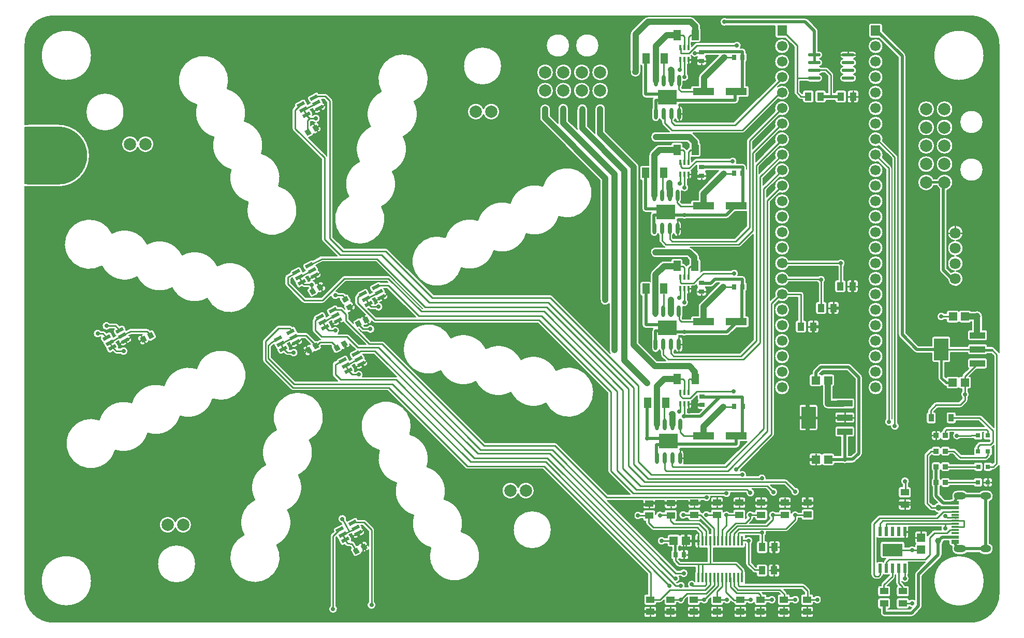
<source format=gtl>
G04 Layer: TopLayer*
G04 EasyEDA Pro v2.2.35.2, 2025-02-07 11:44:48*
G04 Gerber Generator version 0.3*
G04 Scale: 100 percent, Rotated: No, Reflected: No*
G04 Dimensions in millimeters*
G04 Leading zeros omitted, absolute positions, 4 integers and 5 decimals*
%FSLAX45Y45*%
%MOMM*%
%AMRect*21,1,$1,$2,0,0,$3*%
%ADD10C,0.2032*%
%ADD11C,0.254*%
%ADD12R,1.41X1.35001*%
%ADD13R,1.41X1.35001*%
%ADD14R,0.8X0.9*%
%ADD15Rect,0.8X0.9X28.3*%
%ADD16Rect,0.8X0.9X-152.16*%
%ADD17Rect,0.8047X0.9X-151.31*%
%ADD18Rect,0.8X0.9X-151.31*%
%ADD19Rect,0.8X0.9X26.57*%
%ADD20Rect,0.8X0.9X-151.44*%
%ADD21Rect,0.8X0.9X-150.95*%
%ADD22Rect,0.8X0.9X-153.43*%
%ADD23Rect,0.8X0.9X118.86*%
%ADD24R,0.8X0.9*%
%ADD25R,0.9X0.8*%
%ADD26C,2.0*%
%ADD27R,0.8X0.8*%
%ADD28R,1.37701X1.13254*%
%ADD29R,0.80648X0.86401*%
%ADD30R,1.37701X1.13254*%
%ADD31R,1.13254X1.37701*%
%ADD32R,1.20752X1.70101*%
%ADD33R,0.80648X0.86401*%
%ADD34R,1.13254X1.37701*%
%ADD35R,2.49999X1.1*%
%ADD36R,2.34X3.59999*%
%ADD37R,0.6X1.5*%
%ADD38R,3.29999X2.1*%
%ADD39C,1.7*%
%ADD40R,1.524X1.7*%
%ADD41R,0.4X1.65001*%
%ADD42Rect,1.3X0.55001X27.81*%
%ADD43C,1.8*%
%ADD44O,0.60201X1.94099*%
%ADD45R,3.09801X2.41*%
%ADD46R,0.91001X1.21999*%
%ADD47O,2.045X0.58801*%
%ADD48R,1.35001X1.41*%
%ADD49Rect,1.3X0.55001X29.05*%
%ADD50Rect,1.3X0.55001X28.13*%
%ADD51Rect,1.3X0.55001X27.79*%
%ADD52R,0.31501X0.84099*%
%ADD53R,3.49999X1.2*%
%ADD54R,1.3X0.3*%
%ADD55R,1.3X0.4*%
%ADD56O,1.8X1.2*%
%ADD57O,2.0X1.2*%
%ADD58C,0.71*%
%ADD59C,1.0*%
%ADD60C,0.61*%
%ADD61C,0.504*%
%ADD62C,0.508*%
%ADD63C,0.4*%
%ADD64C,1.016*%
G75*


G04 Copper Start*
G36*
G01X35814Y7217739D02*
G01X35814Y8137613D01*
G02X111296Y8143766I75482J-459937D01*
G01X578908Y8143766D01*
G02X1044998Y7677676I0J-466090D01*
G02X578908Y7211586I-466090J0D01*
G01X111296Y7211586D01*
G02X35814Y7217739I0J466090D01*
G37*
G36*
G01X111296Y8189740D02*
G03X35814Y8184146I0J-512064D01*
G01X35814Y9500000D01*
G02X500000Y9964186I464186J0D01*
G01X15500000Y9964186D01*
G02X15964186Y9500000I0J-464186D01*
G01X15964186Y4452785D01*
G01X15963314Y4453680D01*
G01X15902625Y4514369D01*
G03X15851158Y4548589I-51467J-21594D01*
G01X15774829Y4548589D01*
G01X15774829Y4558636D01*
G03X15739015Y4594450I-35814J0D01*
G01X15489015Y4594450D01*
G03X15453201Y4558636I0J-35814D01*
G01X15453201Y4549812D01*
G01X15172837Y4549812D01*
G01X15172837Y4683635D01*
G03X15137023Y4719449I-35814J0D01*
G01X14903023Y4719449D01*
G03X14867209Y4683635I0J-35814D01*
G01X14867209Y4564742D01*
G01X14648359Y4564742D01*
G01X14441993Y4771108D01*
G01X14441993Y9307914D01*
G03X14424064Y9351198I-61214J0D01*
G01X14059221Y9716041D01*
G01X14059221Y9807338D01*
G03X14023407Y9843152I-35814J0D01*
G01X13871007Y9843152D01*
G03X13835193Y9807338I0J-35814D01*
G01X13835193Y9637338D01*
G03X13871007Y9601524I35814J0D01*
G01X14000598Y9601524D01*
G01X14319565Y9282558D01*
G01X14319565Y4745752D01*
G03X14337494Y4702467I61214J0D01*
G01X14579718Y4460243D01*
G03X14623003Y4442314I43285J43285D01*
G01X14867209Y4442314D01*
G01X14867209Y4323636D01*
G03X14903023Y4287822I35814J0D01*
G01X14966197Y4287822D01*
G01X14966197Y4033913D01*
G03X14982544Y3994447I55814J0D01*
G01X15060395Y3916595D01*
G03X15099862Y3900248I39466J39466D01*
G01X15100126Y3900248D01*
G01X15099948Y3893447D01*
G03X15135762Y3857633I35814J0D01*
G01X15276762Y3857633D01*
G03X15306262Y3873139I0J35814D01*
G03X15335762Y3857633I29500J20308D01*
G01X15359655Y3857633D01*
G01X15359655Y3820007D01*
G03X15359655Y3715290I48418J-52358D01*
G01X15359655Y3693742D01*
G01X15310223Y3644310D01*
G01X14938773Y3644310D01*
G03X14904468Y3630100I0J-48514D01*
G01X14814023Y3539656D01*
G03X14799814Y3505351I34305J-34305D01*
G01X14799814Y3476791D01*
G03X14775728Y3442951I11728J-33839D01*
G01X14775728Y3320953D01*
G03X14811542Y3285139I35814J0D01*
G01X14902543Y3285139D01*
G03X14938357Y3320953I0J35814D01*
G01X14938357Y3442951D01*
G03X14902543Y3478765I-35814J0D01*
G01X14896842Y3478765D01*
G01X14896842Y3485256D01*
G01X14958868Y3547282D01*
G01X15330318Y3547282D01*
G03X15364622Y3561491I0J48514D01*
G01X15442473Y3639342D01*
G03X15456683Y3673647I-34305J34305D01*
G01X15456683Y3715469D01*
G03X15456683Y3819829I-48610J52180D01*
G01X15456683Y3857633D01*
G01X15476762Y3857633D01*
G03X15512576Y3893447I0J35814D01*
G01X15512576Y4028448D01*
G03X15476762Y4064262I-35814J0D01*
G01X15475848Y4064262D01*
G01X15594411Y4182825D01*
G01X15739015Y4182825D01*
G03X15774829Y4218639I0J35814D01*
G01X15774829Y4328639D01*
G03X15739015Y4364453I-35814J0D01*
G01X15489015Y4364453D01*
G03X15453201Y4328639I0J-35814D01*
G01X15453201Y4218639D01*
G03X15465765Y4191398I35814J0D01*
G01X15373768Y4099401D01*
G03X15359559Y4065096I34305J-34305D01*
G01X15359559Y4064262D01*
G01X15335762Y4064262D01*
G03X15306262Y4048756I0J-35814D01*
G03X15276762Y4064262I-29500J-20308D01*
G01X15135762Y4064262D01*
G03X15100448Y4034409I0J-35814D01*
G01X15077825Y4057032D01*
G01X15077825Y4287822D01*
G01X15137023Y4287822D01*
G03X15172837Y4323636I0J35814D01*
G01X15172837Y4452784D01*
G01X15453201Y4452784D01*
G01X15453201Y4448636D01*
G03X15489015Y4412822I35814J0D01*
G01X15739015Y4412822D01*
G03X15772872Y4436961I0J35814D01*
G01X15842815Y4436961D01*
G01X15880495Y4399281D01*
G01X15880495Y3219264D01*
G01X15683966Y3415793D01*
G03X15649661Y3430003I-34305J-34305D01*
G01X15265377Y3430003D01*
G01X15265377Y3442951D01*
G03X15229563Y3478765I-35814J0D01*
G01X15138562Y3478765D01*
G03X15102748Y3442951I0J-35814D01*
G01X15102748Y3320953D01*
G03X15138562Y3285139I35814J0D01*
G01X15229563Y3285139D01*
G03X15265377Y3320953I0J35814D01*
G01X15265377Y3332975D01*
G01X15629566Y3332975D01*
G01X15722841Y3239700D01*
G01X15107248Y3239700D01*
G03X15072943Y3225491I0J-48514D01*
G01X15048519Y3201067D01*
G03X15034455Y3170511I34305J-34305D01*
G03X15011652Y3144377I12210J-33668D01*
G03X14976640Y3172657I-35013J-7534D01*
G01X14895992Y3172657D01*
G03X14860178Y3136843I0J-35814D01*
G01X14860178Y3050442D01*
G03X14895992Y3014628I35814J0D01*
G01X14976640Y3014628D01*
G03X15011652Y3042908I0J35814D01*
G03X15046665Y3014628I35013J7534D01*
G01X15127312Y3014628D01*
G03X15163126Y3050442I0J35814D01*
G01X15163126Y3136843D01*
G03X15162649Y3142672I-35814J0D01*
G01X15226223Y3142672D01*
G03X15224993Y3040184I48973J-51839D01*
G03X15327466Y3042319I50204J50649D01*
G01X15511433Y3042319D01*
G03X15521604Y3043397I0J48514D01*
G01X15549040Y3043397D01*
G03X15583827Y3016097I34787J8514D01*
G01X15663827Y3016097D01*
G03X15699641Y3051911I0J35814D01*
G01X15699641Y3131911D01*
G03X15697986Y3142672I-35814J0D01*
G01X15709352Y3142672D01*
G03X15707906Y3132597I34368J-10075D01*
G01X15707906Y3052597D01*
G03X15743720Y3016783I35814J0D01*
G01X15814856Y3016783D01*
G01X15814856Y3004696D01*
G01X15805113Y2994953D01*
G01X15654241Y2994953D01*
G03X15619936Y2980743I0J-48514D01*
G01X15586353Y2947160D01*
G03X15572144Y2912856I34305J-34305D01*
G01X15572144Y2909354D01*
G03X15548758Y2875766I12428J-33588D01*
G01X15548758Y2795766D01*
G03X15552774Y2779289I35814J0D01*
G01X15348720Y2779289D01*
G01X15256314Y2871695D01*
G03X15222010Y2885904I-34305J-34305D01*
G01X15163006Y2885904D01*
G03X15127588Y2916405I-35418J-5314D01*
G01X15046941Y2916405D01*
G03X15011928Y2888124I0J-35814D01*
G03X14976915Y2916405I-35013J-7534D01*
G01X14896268Y2916405D01*
G03X14860570Y2883468I0J-35814D01*
G01X14853770Y2883468D01*
G03X14819466Y2869258I0J-48514D01*
G01X14752449Y2802241D01*
G03X14738239Y2767937I34305J-34305D01*
G01X14738239Y1983693D01*
G03X14752449Y1949388I48514J0D01*
G01X14825258Y1876578D01*
G03X14859563Y1862369I34305J34305D01*
G01X14906247Y1862369D01*
G03X14966585Y1825707I70784J48514D01*
G01X14929292Y1788414D01*
G01X14008100Y1788414D01*
G03X13973795Y1774205I0J-48514D01*
G01X13884895Y1685305D01*
G03X13870686Y1651000I34305J-34305D01*
G01X13870686Y812800D01*
G03X13884895Y778495I48514J0D01*
G01X13910295Y753095D01*
G03X13944600Y738886I34305J34305D01*
G01X13995400Y738886D01*
G03X14029705Y753095I0J48514D01*
G01X14058297Y781688D01*
G03X14072444Y813518I-34305J34305D01*
G01X14073974Y814491D01*
G03X14093993Y808374I20019J29697D01*
G01X14153993Y808374D01*
G03X14172088Y813282I0J35814D01*
G01X14172088Y808687D01*
G01X14048914Y685512D01*
G03X14034704Y651207I34305J-34305D01*
G01X14034704Y635688D01*
G01X14017448Y635688D01*
G03X13981634Y599874I0J-35814D01*
G01X13981634Y486621D01*
G03X14017448Y450807I35814J0D01*
G01X14155149Y450807D01*
G03X14190963Y486621I0J35814D01*
G01X14190963Y599874D01*
G03X14155149Y635688I-35814J0D01*
G01X14136309Y635688D01*
G01X14254907Y754287D01*
G03X14269116Y788592I-34305J34305D01*
G01X14269116Y811724D01*
G03X14273992Y814479I-15124J32464D01*
G01X14275890Y813286D01*
G01X14275890Y677158D01*
G03X14290099Y642853I48514J0D01*
G01X14302924Y630028D01*
G03X14286434Y599874I19323J-30154D01*
G01X14286434Y486621D01*
G03X14322248Y450807I35814J0D01*
G01X14459949Y450807D01*
G03X14495763Y486621I0J35814D01*
G01X14495763Y599874D01*
G03X14459949Y635688I-35814J0D01*
G01X14428963Y635688D01*
G03X14418242Y651929I-45026J-18064D01*
G01X14372918Y697253D01*
G01X14372918Y703661D01*
G03X14476175Y699805I53462J47196D01*
G03X14474894Y803126I-49794J51051D01*
G01X14474894Y815132D01*
G03X14489806Y844213I-20902J29081D01*
G01X14489806Y994213D01*
G03X14480509Y1018286I-35814J0D01*
G01X14757400Y1018286D01*
G03X14760956Y1018417I0J48514D01*
G01X14603684Y861144D01*
G03X14585813Y818001I43143J-43143D01*
G01X14585813Y401116D01*
G03X14495759Y400412I-44595J-55651D01*
G03X14459949Y435689I-35810J-537D01*
G01X14322248Y435689D01*
G03X14286434Y399875I0J-35814D01*
G01X14286434Y286621D01*
G03X14322248Y250807I35814J0D01*
G01X14459949Y250807D01*
G03X14495763Y286621I0J35814D01*
G01X14495763Y290516D01*
G03X14535490Y274382I45456J54950D01*
G01X14509128Y248019D01*
G01X14147909Y248019D01*
G01X14147909Y250807D01*
G01X14155149Y250807D01*
G03X14190963Y286621I0J35814D01*
G01X14190963Y399875D01*
G03X14155149Y435689I-35814J0D01*
G01X14017448Y435689D01*
G03X13981634Y399875I0J-35814D01*
G01X13981634Y286621D01*
G03X14017448Y250807I35814J0D01*
G01X14025881Y250807D01*
G01X14025881Y187006D01*
G03X14086895Y125991I61014J-0D01*
G01X14534400Y125991D01*
G03X14577544Y143862I0J61014D01*
G01X14689970Y256289D01*
G03X14707841Y299432I-43143J43143D01*
G01X14707841Y792728D01*
G01X15015596Y1100482D01*
G03X15033466Y1143626I-43143J43143D01*
G01X15033466Y1305156D01*
G03X15058263Y1364741I-61014J60343D01*
G01X15061136Y1367614D01*
G01X15150409Y1367614D01*
G01X15150409Y1320438D01*
G03X15186223Y1284624I35814J0D01*
G01X15193543Y1284624D01*
G03X15197724Y1269867I134514J30138D01*
G03X15288058Y1142113I90333J-31940D01*
G01X15368057Y1142113D01*
G03X15441767Y1176713I0J95814D01*
G01X15642338Y1176713D01*
G03X15716048Y1142113I73710J61214D01*
G01X15776047Y1142113D01*
G03X15807262Y1328514I0J95814D01*
G01X15807262Y2012363D01*
G03X15776047Y2198763I-31214J90587D01*
G01X15716048Y2198763D01*
G03X15642338Y2164164I0J-95814D01*
G01X15441767Y2164164D01*
G03X15368057Y2198763I-73710J-61214D01*
G01X15288058Y2198763D01*
G03X15197724Y2071009I0J-95814D01*
G03X15193543Y2056253I130333J-44895D01*
G01X15186223Y2056253D01*
G03X15165651Y2049755I0J-35814D01*
G01X15079448Y2049755D01*
G01X14998312Y2130892D01*
G01X14998481Y2251110D01*
G03X15012709Y2272742I-20785J29165D01*
G03X15047721Y2244461I35013J7534D01*
G01X15128369Y2244461D01*
G03X15164038Y2277055I0J35814D01*
G01X15547373Y2277055D01*
G03X15582118Y2249926I34745J8685D01*
G01X15662118Y2249926D01*
G03X15697932Y2285740I0J35814D01*
G01X15697932Y2365740D01*
G03X15662118Y2401554I-35814J0D01*
G01X15582118Y2401554D01*
G03X15547289Y2374083I0J-35814D01*
G01X15163408Y2374083D01*
G03X15128369Y2402490I-35040J-7407D01*
G01X15047721Y2402490D01*
G03X15012709Y2374210I0J-35814D01*
G03X14998586Y2395766I-35013J-7534D01*
G01X14998586Y2511390D01*
G03X15012187Y2532565I-21412J28709D01*
G03X15047200Y2504285I35013J7534D01*
G01X15127847Y2504285D01*
G03X15162713Y2531913I0J35814D01*
G01X15551061Y2531913D01*
G03X15585334Y2506491I34273J10392D01*
G01X15665334Y2506491D01*
G03X15701148Y2542305I0J35814D01*
G01X15701148Y2622305D01*
G03X15665334Y2658119I-35814J0D01*
G01X15585334Y2658119D01*
G03X15550140Y2628941I0J-35814D01*
G01X15163578Y2628941D01*
G03X15127847Y2662313I-35731J-2442D01*
G01X15047200Y2662313D01*
G03X15012187Y2634033I0J-35814D01*
G03X14977175Y2662313I-35013J-7534D01*
G01X14896527Y2662313D01*
G03X14860713Y2626499I0J-35814D01*
G01X14860713Y2540099D01*
G03X14876158Y2510641I35814J0D01*
G01X14876158Y2395766D01*
G03X14861234Y2366676I20890J-29090D01*
G01X14861234Y2280275D01*
G03X14876053Y2251261I35814J0D01*
G01X14875848Y2105659D01*
G03X14893777Y2062287I61214J-86D01*
G01X14960898Y1995167D01*
G03X14906247Y1959397I16134J-84284D01*
G01X14879658Y1959397D01*
G01X14835267Y2003788D01*
G01X14835267Y2747841D01*
G01X14864700Y2777275D01*
G03X14896268Y2758376I31568J16915D01*
G01X14976915Y2758376D01*
G03X15011928Y2786656I0J35814D01*
G03X15046941Y2758376I35013J7534D01*
G01X15127588Y2758376D01*
G03X15163006Y2788876I0J35814D01*
G01X15201915Y2788876D01*
G01X15294320Y2696471D01*
G03X15328625Y2682261I34305J34305D01*
G01X15746853Y2682261D01*
G03X15781158Y2696471I0J48514D01*
G01X15818770Y2734083D01*
G03X15832495Y2761550I-34305J34304D01*
G03X15860279Y2796452I-8030J34902D01*
G01X15860279Y2876452D01*
G03X15847882Y2903549I-35814J0D01*
G03X15859512Y2912134I-22674J42889D01*
G01X15880495Y2933117D01*
G01X15880495Y2658055D01*
G01X15858551Y2636111D01*
G03X15825227Y2658805I-33324J-13120D01*
G01X15745227Y2658805D01*
G03X15709413Y2622991I0J-35814D01*
G01X15709413Y2542991D01*
G03X15745227Y2507177I35814J0D01*
G01X15825227Y2507177D01*
G03X15859377Y2532203I0J35814D01*
G01X15871766Y2532203D01*
G03X15906070Y2546412I0J48514D01*
G01X15963314Y2603655D01*
G01X15964186Y2604551D01*
G01X15964186Y500000D01*
G02X15500000Y35814I-464186J0D01*
G01X500000Y35814D01*
G02X35814Y500000I0J464186D01*
G01X35814Y7171206D01*
G03X111296Y7165612I75482J506470D01*
G01X578908Y7165612D01*
G03X1090972Y7677676I0J512064D01*
G03X578908Y8189740I-512064J0D01*
G01X111296Y8189740D01*
G37*
%LPC*%
G36*
G01X1122707Y9318087D02*
G03X301879Y9318087I-410414J0D01*
G03X1122707Y9318087I410414J0D01*
G37*
G36*
G01X1122707Y714275D02*
G03X301879Y714275I-410414J0D01*
G03X1122707Y714275I410414J0D01*
G37*
G36*
G01X2033171Y6226832D02*
G03X1459959Y6404113I-369358J-178925D01*
G03X698511Y6346453I-369358J-178925D01*
G03X1294454Y5868981I392090J-121265D01*
G03X1867666Y5691699I369358J178925D01*
G03X2440877Y5514418I369358J178925D01*
G03X3016414Y5338477I369358J178925D01*
G03X3779025Y5393717I370521J176505D01*
G03X3180756Y5869848I-392090J121265D01*
G03X2606382Y6049550I-370521J-176505D01*
G03X2033171Y6226832I-369358J-178925D01*
G37*
G36*
G01X3601612Y4272050D02*
G03X2842593Y4188278I-362997J-191502D01*
G03X2311914Y3908314I-134656J-387695D01*
G03X1781236Y3628350I-134656J-387695D01*
G03X1250557Y3348385I-134656J-387695D01*
G03X752904Y2769188I-134656J-387695D01*
G03X1511923Y2852960I362997J191502D01*
G03X2042602Y3132924I134656J387695D01*
G03X2573280Y3412889I134656J387695D01*
G03X3103959Y3692853I134656J387695D01*
G03X3601612Y4272050I134656J387695D01*
G37*
G36*
G01X1654657Y8390461D02*
G03X1033830Y8390461I-310414J0D01*
G03X1654657Y8390461I310414J0D01*
G37*
G36*
G01X1572740Y4623460D02*
G01X1599451Y4575380D01*
G03X1648151Y4561466I31307J17393D01*
G01X1761791Y4624599D01*
G03X1775705Y4673299I-17393J31307D01*
G01X1748994Y4721379D01*
G03X1737694Y4733691I-31307J-17393D01*
G01X1773741Y4750201D01*
G01X1953697Y4750201D01*
G01X1897470Y4722088D01*
G03X1881453Y4674038I16017J-32033D01*
G01X1921703Y4593540D01*
G03X1969752Y4577523I32033J16017D01*
G01X2041306Y4613300D01*
G03X2060871Y4641258I-16017J32033D01*
G03X2094976Y4640135I18089J30910D01*
G01X2166530Y4675912D01*
G03X2182547Y4723962I-16017J32033D01*
G01X2142297Y4804460D01*
G03X2094248Y4820477I-32033J-16017D01*
G01X2081149Y4813927D01*
G01X2062056Y4833020D01*
G03X2027752Y4847229I-34305J-34305D01*
G01X1763160Y4847229D01*
G03X1742958Y4842823I0J-48514D01*
G01X1689788Y4818470D01*
G01X1687851Y4819494D01*
G03X1683432Y4839391I-35726J2505D01*
G01X1656721Y4887471D01*
G03X1608021Y4901385I-31307J-17393D01*
G01X1582183Y4887030D01*
G01X1547786Y4921428D01*
G03X1513481Y4935637I-34305J-34305D01*
G01X1419872Y4935637D01*
G03X1296289Y4887123I-52269J-48514D01*
G03X1419872Y4838609I71314J0D01*
G01X1493386Y4838609D01*
G01X1493973Y4838022D01*
G03X1480467Y4789552I17800J-31077D01*
G01X1507178Y4741472D01*
G03X1521142Y4727530I31307J17393D01*
G01X1479161Y4703896D01*
G03X1474718Y4723439I-35749J2150D01*
G01X1448007Y4771519D01*
G03X1399307Y4785433I-31307J-17393D01*
G01X1369464Y4768853D01*
G01X1342655Y4795662D01*
G03X1308351Y4809871I-34305J-34305D01*
G01X1275364Y4809871D01*
G03X1151803Y4763110I-52269J-48514D01*
G03X1272917Y4710333I71293J-1753D01*
G03X1271753Y4673600I30143J-19341D01*
G01X1298464Y4625520D01*
G03X1313513Y4611002I31307J17393D01*
G03X1317890Y4590554I35683J-3055D01*
G01X1344600Y4542474D01*
G03X1359650Y4527956I31307J17393D01*
G03X1364026Y4507508I35683J-3055D01*
G01X1390737Y4459428D01*
G03X1439437Y4445514I31307J17393D01*
G01X1471535Y4463346D01*
G01X1494569Y4440313D01*
G03X1528873Y4426103I34305J34305D01*
G01X1595252Y4426103D01*
G03X1718835Y4474617I52269J48514D01*
G03X1595252Y4523131I-71314J0D01*
G01X1567301Y4523131D01*
G03X1566991Y4557347I-31617J16823D01*
G01X1540281Y4605427D01*
G03X1526560Y4619233I-31307J-17393D01*
G01X1568282Y4642721D01*
G03X1572740Y4623460I35765J-1868D01*
G37*
G36*
G01X2142322Y7864119D02*
G03X1879508Y7912248I-135814J0D01*
G03X1616694Y7864119I-127000J-48129D01*
G03X1879508Y7815990I135814J0D01*
G03X2142322Y7864119I127000J48129D01*
G37*
G36*
G01X2825014Y990600D02*
G03X2204186Y990600I-310414J0D01*
G03X2825014Y990600I310414J0D01*
G37*
G36*
G01X2232481Y1630161D02*
G03X2495295Y1582032I135814J0D01*
G03X2758109Y1630161I127000J48129D01*
G03X2495295Y1678290I-135814J0D01*
G03X2232481Y1630161I-127000J-48129D01*
G37*
G36*
G01X3686635Y6917348D02*
G03X4265832Y6419695I387695J-134656D01*
G03X4182061Y7178714I-191502J362997D01*
G03X3902096Y7709393I-387695J134656D01*
G03X3622132Y8240072I-387695J134656D01*
G03X3342167Y8770750I-387695J134656D01*
G03X2762971Y9268404I-387695J134656D01*
G03X2846742Y8509384I191502J-362997D01*
G03X3126707Y7978706I387695J-134656D01*
G03X3406671Y7448027I387695J-134656D01*
G03X3686635Y6917348I387695J-134656D01*
G37*
G36*
G01X3794476Y2039388D02*
G03X3617194Y1466177I178925J-369358D01*
G03X3674854Y704729I178925J-369358D01*
G03X4152326Y1300672I121265J392090D01*
G03X4329608Y1873884I-178925J369358D01*
G03X4506890Y2447095I-178925J369358D01*
G03X4684183Y3020286I-178925J369358D01*
G03X4626599Y3781743I-178883J369378D01*
G03X4149081Y3185831I-121299J-392079D01*
G03X3971757Y2612600I178883J-369378D01*
G03X3794476Y2039388I178925J-369358D01*
G37*
G36*
G01X4964171Y5035404D02*
G03X4960095Y5054079I-35759J1977D01*
G01X4934451Y5102736D01*
G03X4886070Y5117722I-31683J-16698D01*
G01X4771064Y5057111D01*
G03X4753100Y5016418I16698J-31683D01*
G01X4746314Y5009632D01*
G03X4732104Y4975327I34305J-34304D01*
G01X4732104Y4815341D01*
G03X4746314Y4781037I48514J0D01*
G01X4852145Y4675205D01*
G03X4865868Y4665578I34305J34305D01*
G01X4859629Y4665578D01*
G03X4825324Y4651369I0J-48514D01*
G01X4822024Y4648068D01*
G03X4789046Y4647560I-15998J-32042D01*
G01X4784887Y4645320D01*
G01X4665974Y4764233D01*
G03X4631669Y4778442I-34305J-34305D01*
G01X4501802Y4778442D01*
G01X4501256Y4779463D01*
G03X4485949Y4794481I-31585J-16883D01*
G03X4481852Y4814447I-35681J3083D01*
G01X4455924Y4862953D01*
G03X4407456Y4877654I-31585J-16883D01*
G01X4407018Y4877420D01*
G03X4367126Y4898326I-39892J-27609D01*
G01X4184475Y4898326D01*
G03X4150171Y4884116I0J-48514D01*
G01X3935222Y4669167D01*
G03X3921012Y4634862I34305J-34305D01*
G01X3921012Y4326702D01*
G03X3935222Y4292397I48514J0D01*
G01X4383845Y3843774D01*
G03X4418149Y3829565I34305J34305D01*
G01X5962263Y3829565D01*
G01X7236031Y2555797D01*
G03X7270335Y2541587I34305J34305D01*
G01X8502154Y2541587D01*
G01X10219469Y824272D01*
G01X10219469Y497241D01*
G01X10192749Y497241D01*
G03X10156935Y461427I0J-35814D01*
G01X10156935Y348173D01*
G03X10192749Y312359I35814J0D01*
G01X10330451Y312359D01*
G03X10366265Y348173I0J35814D01*
G01X10366265Y356345D01*
G01X10423211Y356345D01*
G03X10457515Y370555I0J48514D01*
G01X10487135Y400175D01*
G01X10487135Y348173D01*
G03X10522949Y312359I35814J0D01*
G01X10660651Y312359D01*
G03X10696465Y348173I0J35814D01*
G01X10696465Y356997D01*
G01X10707180Y356997D01*
G03X10786740Y339625I52269J48514D01*
G03X10830714Y408166I-27291J65886D01*
G01X10868135Y445588D01*
G01X10868135Y348173D01*
G03X10903949Y312359I35814J0D01*
G01X11041651Y312359D01*
G03X11077465Y348173I0J35814D01*
G01X11077465Y354055D01*
G01X11095767Y354055D01*
G03X11216456Y405938I49376J51456D01*
G01X11249135Y438618D01*
G01X11249135Y348173D01*
G03X11284949Y312359I35814J0D01*
G01X11422651Y312359D01*
G03X11458465Y348173I0J35814D01*
G01X11458465Y351997D01*
G01X11467769Y351997D01*
G03X11582269Y382102I47138J53514D01*
G01X11601449Y362922D01*
G03X11630135Y349039I34305J34305D01*
G01X11630135Y348173D01*
G03X11665949Y312359I35814J0D01*
G01X11803651Y312359D01*
G03X11839465Y348173I0J35814D01*
G01X11839465Y353857D01*
G01X11849178Y353857D01*
G03X11960335Y362148I52269J48514D01*
G01X11960335Y348173D01*
G03X11996149Y312359I35814J0D01*
G01X12133851Y312359D01*
G03X12169665Y348173I0J35814D01*
G01X12169665Y356761D01*
G01X12194726Y356761D01*
G03X12319647Y401687I53638J46997D01*
G03X12197544Y453789I-71284J2071D01*
G01X12169665Y453789D01*
G01X12169665Y461427D01*
G03X12133851Y497241I-35814J0D01*
G01X12109397Y497241D01*
G03X12099840Y510815I-43862J-20730D01*
G01X12092086Y518569D01*
G01X12360915Y518569D01*
G01X12382243Y497241D01*
G01X12377149Y497241D01*
G03X12341335Y461427I0J-35814D01*
G01X12341335Y348173D01*
G03X12377149Y312359I35814J0D01*
G01X12514851Y312359D01*
G03X12550665Y348173I0J35814D01*
G01X12550665Y356286D01*
G01X12580008Y356286D01*
G03X12703877Y404065I52556J48203D01*
G03X12580585Y453314I-71313J424D01*
G01X12550665Y453314D01*
G01X12550665Y461427D01*
G03X12514851Y497241I-35814J0D01*
G01X12499741Y497241D01*
G03X12485533Y531169I-48513J-376D01*
G01X12443179Y573522D01*
G01X12734396Y573522D01*
G01X12784337Y523581D01*
G01X12784337Y497241D01*
G01X12758149Y497241D01*
G03X12722335Y461427I0J-35814D01*
G01X12722335Y348173D01*
G03X12758149Y312359I35814J0D01*
G01X12895851Y312359D01*
G03X12931665Y348173I0J35814D01*
G01X12931665Y357885D01*
G01X12939819Y357885D01*
G03X13063957Y404959I52828J47905D01*
G03X12940950Y454913I-71309J831D01*
G01X12931665Y454913D01*
G01X12931665Y461427D01*
G03X12895851Y497241I-35814J0D01*
G01X12881365Y497241D01*
G01X12881365Y543676D01*
G03X12867156Y577981I-48514J0D01*
G01X12788796Y656341D01*
G03X12754492Y670550I-34305J-34305D01*
G01X11816001Y670550D01*
G03X11817894Y682040I-33921J11489D01*
G01X11817894Y847040D01*
G03X11810416Y868943I-35814J0D01*
G01X11810416Y883195D01*
G03X11796206Y917499I-48514J0D01*
G01X11696008Y1017697D01*
G03X11661703Y1031907I-34305J-34305D01*
G01X11293369Y1031907D01*
G01X11293369Y1250746D01*
G01X11327115Y1250746D01*
G03X11339614Y1252998I0J35814D01*
G03X11352113Y1250746I12499J33562D01*
G01X11392113Y1250746D01*
G03X11404600Y1252993I0J35814D01*
G03X11417087Y1250746I12487J33567D01*
G01X11457087Y1250746D01*
G03X11469599Y1253002I0J35814D01*
G03X11482111Y1250746I12512J33557D01*
G01X11522111Y1250746D01*
G03X11534610Y1252998I0J35814D01*
G03X11547109Y1250746I12499J33562D01*
G01X11587109Y1250746D01*
G03X11599609Y1252998I0J35814D01*
G03X11612108Y1250746I12499J33562D01*
G01X11652108Y1250746D01*
G03X11664607Y1252998I0J35814D01*
G03X11677106Y1250746I12499J33562D01*
G01X11717106Y1250746D01*
G03X11729593Y1252993I0J35814D01*
G03X11742080Y1250746I12487J33567D01*
G01X11782080Y1250746D01*
G03X11817894Y1286560I0J35814D01*
G01X11817894Y1323923D01*
G03X11822271Y1319378I53502J47151D01*
G01X11822271Y989385D01*
G03X11836481Y955080I48514J0D01*
G01X11934836Y856724D01*
G03X11969141Y842515I34305J34305D01*
G01X11994543Y842515D01*
G01X11994543Y813779D01*
G03X12030357Y777965I35814J0D01*
G01X12143611Y777965D01*
G03X12179425Y813779I0J35814D01*
G01X12179425Y951480D01*
G03X12143611Y987294I-35814J0D01*
G01X12030357Y987294D01*
G03X11994543Y951480I0J-35814D01*
G01X11994543Y939543D01*
G01X11989236Y939543D01*
G01X11919299Y1009480D01*
G01X11919299Y1318245D01*
G03X11923219Y1420065I-47904J52829D01*
G03X11821340Y1421870I-51823J-48990D01*
G01X11817894Y1421870D01*
G01X11817894Y1451560D01*
G03X11817793Y1454237I-35814J0D01*
G01X12038818Y1454237D01*
G03X12041139Y1451851I52269J48514D01*
G01X12041139Y1369799D01*
G01X12035457Y1369799D01*
G03X11999643Y1333985I0J-35814D01*
G01X11999643Y1196284D01*
G03X12035457Y1160470I35814J0D01*
G01X12148711Y1160470D01*
G03X12184525Y1196284I0J35814D01*
G01X12184525Y1333985D01*
G03X12148711Y1369799I-35814J0D01*
G01X12138167Y1369799D01*
G01X12138167Y1449186D01*
G03X12160831Y1517637I-47079J53565D01*
G01X12480980Y1517637D01*
G03X12515285Y1531847I0J48514D01*
G01X12666275Y1682837D01*
G03X12680484Y1717141I-34305J34305D01*
G01X12680484Y1737664D01*
G03X12682324Y1739574I-50430J50424D01*
G01X12730053Y1739574D01*
G03X12765842Y1705102I35789J1342D01*
G01X12903543Y1705102D01*
G03X12939357Y1740916I0J35814D01*
G01X12939357Y1854170D01*
G03X12903543Y1889984I-35814J0D01*
G01X12765842Y1889984D01*
G03X12730028Y1854170I0J-35814D01*
G01X12730028Y1836602D01*
G01X12682324Y1836602D01*
G03X12621791Y1858921I-52269J-48514D01*
G03X12568021Y1823267I8264J-70834D01*
G01X12568021Y1848646D01*
G03X12532207Y1884460I-35814J0D01*
G01X12394506Y1884460D01*
G03X12358692Y1848646I0J-35814D01*
G01X12358692Y1840533D01*
G01X12315131Y1840533D01*
G03X12212229Y1838431I-50443J-50410D01*
G03X12218598Y1735704I52460J-48308D01*
G01X12143354Y1660460D01*
G01X11889790Y1660460D01*
G01X11930617Y1701287D01*
G03X11944827Y1735592I-34305J34305D01*
G01X11944827Y1739775D01*
G03X11951276Y1747051I-50017J50833D01*
G01X11971826Y1747051D01*
G01X11971826Y1738301D01*
G03X12007640Y1702487I35814J0D01*
G01X12145341Y1702487D01*
G03X12181155Y1738301I0J35814D01*
G01X12181155Y1851555D01*
G03X12145341Y1887369I-35814J0D01*
G01X12007640Y1887369D01*
G03X11971826Y1851555I0J-35814D01*
G01X11971826Y1844079D01*
G01X11941997Y1844079D01*
G03X11845862Y1842472I-47187J-53470D01*
G03X11838702Y1746590I48948J-51863D01*
G01X11821938Y1729826D01*
G03X11822442Y1735816I-35310J5990D01*
G01X11822442Y1849069D01*
G03X11786628Y1884883I-35814J0D01*
G01X11648927Y1884883D01*
G03X11613113Y1849069I0J-35814D01*
G01X11613113Y1838176D01*
G01X11559996Y1838176D01*
G03X11508874Y1860966I-52269J-48514D01*
G03X11457046Y1839833I-1148J-71305D01*
G01X11457046Y1850679D01*
G03X11421232Y1886493I-35814J0D01*
G01X11283531Y1886493D01*
G03X11247717Y1850679I0J-35814D01*
G01X11247717Y1842362D01*
G01X11229181Y1842362D01*
G03X11118325Y1827904I-49700J-51143D01*
G01X11118142Y1828086D01*
G03X11088033Y1842090I-34262J-34298D01*
G01X11088033Y1849069D01*
G03X11052219Y1884883I-35814J0D01*
G01X10914518Y1884883D01*
G03X10878704Y1849069I0J-35814D01*
G01X10878704Y1841217D01*
G01X10851974Y1841217D01*
G03X10728464Y1792517I-52196J-48593D01*
G03X10852120Y1744189I71314J107D01*
G01X10878704Y1744189D01*
G01X10878704Y1735816D01*
G03X10914518Y1700002I35814J0D01*
G01X11052219Y1700002D01*
G03X11085757Y1723253I0J35814D01*
G01X11254157Y1554854D01*
G01X11254157Y1487374D01*
G01X11223798Y1487374D01*
G01X11223798Y1533319D01*
G03X11209589Y1567624I-48514J0D01*
G01X11092927Y1684285D01*
G03X11058623Y1698494I-34305J-34305D01*
G01X10680247Y1698494D01*
G03X10700428Y1730716I-15633J32222D01*
G01X10700428Y1843969D01*
G03X10664614Y1879783I-35814J0D01*
G01X10526913Y1879783D01*
G03X10491099Y1843969I0J-35814D01*
G01X10491099Y1839116D01*
G01X10466046Y1839116D01*
G03X10348523Y1800807I-47735J-52982D01*
G01X10348523Y1838869D01*
G03X10312709Y1874683I-35814J0D01*
G01X10175008Y1874683D01*
G03X10139194Y1838869I0J-35814D01*
G01X10139194Y1832247D01*
G01X10111024Y1832247D01*
G03X9988576Y1780950I-51152J-49691D01*
G03X10113210Y1735219I71296J1606D01*
G01X10139194Y1735219D01*
G01X10139194Y1725616D01*
G03X10175008Y1689802I35814J0D01*
G01X10186567Y1689802D01*
G01X10186567Y1662701D01*
G03X10200776Y1628396I48514J0D01*
G01X10276479Y1552693D01*
G03X10310784Y1538483I34305J34305D01*
G01X11010175Y1538483D01*
G01X11060738Y1487921D01*
G01X11060738Y1487374D01*
G01X11027120Y1487374D01*
G03X10991306Y1451560I0J-35814D01*
G01X10991306Y1286560D01*
G03X11027120Y1250746I35814J0D01*
G01X11067120Y1250746D01*
G03X11079620Y1252998I0J35814D01*
G03X11092119Y1250746I12499J33562D01*
G01X11132119Y1250746D01*
G03X11144618Y1252998I0J35814D01*
G03X11157118Y1250746I12499J33562D01*
G01X11196341Y1250746D01*
G01X11196341Y1031907D01*
G01X10758406Y1031907D01*
G01X10726093Y1064219D01*
G03X10744200Y1078443I-11896J33781D01*
G03X10774202Y1062186I30002J19557D01*
G01X10854202Y1062186D01*
G03X10890016Y1098000I0J35814D01*
G01X10890016Y1188000D01*
G03X10854202Y1223814I-35814J0D01*
G01X10774202Y1223814D01*
G03X10744200Y1207557I0J-35814D01*
G03X10724585Y1222274I-30002J-19557D01*
G01X10724585Y1269677D01*
G03X10744200Y1283791I-9885J34423D01*
G03X10773700Y1268286I29500J20308D01*
G01X10914700Y1268286D01*
G03X10950514Y1304100I0J35814D01*
G01X10950514Y1439101D01*
G03X10914700Y1474915I-35814J0D01*
G01X10773700Y1474915D01*
G03X10744200Y1459409I0J-35814D01*
G03X10714700Y1474915I-29500J-20308D01*
G01X10573700Y1474915D01*
G03X10537886Y1439101I0J-35814D01*
G01X10537886Y1416311D01*
G01X10498694Y1416311D01*
G03X10375111Y1367797I-52269J-48514D01*
G03X10498694Y1319283I71314J0D01*
G01X10537886Y1319283D01*
G01X10537886Y1304100D01*
G03X10573700Y1268286I35814J0D01*
G01X10612957Y1268286D01*
G01X10612957Y1216836D01*
G03X10598384Y1188000I21240J-28836D01*
G01X10598384Y1098000D01*
G03X10625762Y1063194I35814J0D01*
G01X10625762Y1047427D01*
G03X10639972Y1013123I48514J0D01*
G01X10704006Y949088D01*
G03X10738311Y934879I34305J34305D01*
G01X10997505Y934879D01*
G01X10997505Y867180D01*
G03X10991306Y847040I29615J-20139D01*
G01X10991306Y703490D01*
G03X10894941Y709203I-51290J-49549D01*
G03X10881172Y613655I45076J-55262D01*
G01X10831052Y613655D01*
G03X10798427Y696295I-68203J20835D01*
G03X10710580Y683004I-35578J-61805D01*
G01X10692500Y683004D01*
G01X10691639Y683864D01*
G03X10736027Y790411I-16478J69384D01*
G01X10755242Y790411D01*
G03X10878825Y838925I52269J48514D01*
G03X10755242Y887439I-71314J0D01*
G01X10699381Y887439D01*
G01X9554391Y2032430D01*
G01X10139194Y2032430D01*
G01X10139194Y1925615D01*
G03X10175008Y1889801I35814J0D01*
G01X10312709Y1889801D01*
G03X10348523Y1925615I0J35814D01*
G01X10348523Y2032430D01*
G01X10491099Y2032430D01*
G01X10491099Y1930715D01*
G03X10526913Y1894901I35814J0D01*
G01X10664614Y1894901D01*
G03X10700428Y1930715I0J35814D01*
G01X10700428Y2032430D01*
G01X10878704Y2032430D01*
G01X10878704Y1935816D01*
G03X10914518Y1900002I35814J0D01*
G01X11052219Y1900002D01*
G03X11088033Y1935816I0J35814D01*
G01X11088033Y2032430D01*
G01X11128020Y2032430D01*
G03X11213171Y2017663I52269J48514D01*
G03X11250032Y2095830I-32882J63281D01*
G01X11456694Y2095830D01*
G03X11541846Y2081063I52269J48514D01*
G03X11578707Y2159230I-32882J63281D01*
G01X11824824Y2159230D01*
G01X11826531Y2157523D01*
G03X11936476Y2094954I71265J-2656D01*
G03X11924709Y2220908I-38681J59913D01*
G01X12152631Y2220908D01*
G01X12203062Y2170477D01*
G03X12324753Y2117395I71265J-2655D01*
G03X12271671Y2239086I-50427J50427D01*
G01X12227155Y2283602D01*
G01X12452791Y2283602D01*
G01X12559122Y2177271D01*
G03X12680813Y2124189I71265J-2655D01*
G03X12627731Y2245881I-50427J50427D01*
G01X12507191Y2366421D01*
G03X12472886Y2380630I-34305J-34305D01*
G01X12156158Y2380630D01*
G03X12113499Y2461487I-69743J14886D01*
G03X12026331Y2433930I-27084J-65971D01*
G01X11835769Y2433930D01*
G03X11736620Y2513785I-69743J14886D01*
G03X11740618Y2540126I-67266J23686D01*
G01X12275155Y3074663D01*
G03X12289364Y3108967I-34305J34305D01*
G01X12289364Y5230650D01*
G01X12357649Y5298934D01*
G03X12527336Y5355824I59043J105404D01*
G01X12676235Y5355824D01*
G01X12676235Y4981465D01*
G01X12669722Y4981465D01*
G03X12633908Y4945651I0J-35814D01*
G01X12633908Y4807949D01*
G03X12669722Y4772135I35814J0D01*
G01X12782976Y4772135D01*
G03X12818790Y4807949I0J35814D01*
G01X12818790Y4945651D01*
G03X12782976Y4981465I-35814J0D01*
G01X12773263Y4981465D01*
G01X12773263Y5404338D01*
G03X12724749Y5452852I-48514J0D01*
G01X12527336Y5452852D01*
G03X12378806Y5519058I-110645J-48514D01*
G03X12298915Y5377419I37885J-114720D01*
G01X12226563Y5305067D01*
G01X12226563Y6923601D01*
G01X12372758Y7069796D01*
G03X12502119Y7267766I43933J112543D01*
G03X12304149Y7138405I-85428J-85428D01*
G01X12167749Y7002005D01*
G01X12167749Y7115068D01*
G01X12375459Y7322778D01*
G03X12500065Y7523773I41232J113560D01*
G03X12305219Y7389756I-83374J-87434D01*
G01X12106645Y7191182D01*
G01X12106645Y7305896D01*
G01X12376984Y7576236D01*
G03X12498902Y7778868I39707J114102D01*
G03X12305836Y7642306I-82210J-88529D01*
G01X12042935Y7379404D01*
G01X12042935Y7497852D01*
G01X12375754Y7830672D01*
G03X12499840Y8031986I40938J113667D01*
G03X12305337Y7897474I-83149J-87648D01*
G01X11986514Y7578650D01*
G01X11986514Y7699552D01*
G01X12372758Y8085796D01*
G03X12502119Y8283766I43933J112543D01*
G03X12304149Y8154405I-85428J-85428D01*
G01X11935714Y7785970D01*
G01X11935714Y7902752D01*
G01X12372758Y8339796D01*
G03X12502119Y8537766I43933J112543D01*
G03X12304149Y8408405I-85428J-85428D01*
G01X11852895Y7957152D01*
G03X11838686Y7922847I34305J-34305D01*
G01X11838686Y7454806D01*
G03X11835938Y7458058I-28684J-21445D01*
G01X11835938Y7488082D01*
G03X11774724Y7549296I-61214J0D01*
G01X11671325Y7549296D01*
G03X11650144Y7641179I-62729J33922D01*
G03X11556326Y7631733I-41549J-57960D01*
G01X11013058Y7631733D01*
G03X10978754Y7617523I0J-48514D01*
G01X10936963Y7575732D01*
G01X10936963Y7604206D01*
G03X10933915Y7618664I-35814J0D01*
G01X10933915Y7651535D01*
G01X11054055Y7651535D01*
G03X11089869Y7687349I0J35814D01*
G01X11089869Y7857451D01*
G03X11075258Y7886314I-35814J0D01*
G01X11075258Y7894762D01*
G03X11049889Y7956007I-86614J0D01*
G01X10963266Y8042630D01*
G03X10959664Y8046032I-61245J-61245D01*
G01X11768978Y8046032D01*
G03X11803283Y8060242I0J48514D01*
G01X12349185Y8606144D01*
G03X12537498Y8707660I67506J100194D01*
G03X12347009Y8805032I-120807J-1321D01*
G01X12385577Y8843600D01*
G03X12492311Y9054559I31114J116739D01*
G03X12309454Y8904695I-75620J-94221D01*
G01X11627261Y8222502D01*
G01X10680207Y8222502D01*
G01X10653014Y8249695D01*
G01X10653014Y8252370D01*
G03X10668000Y8279315I-48514J44622D01*
G03X10797414Y8296991I63500J17676D01*
G01X10797414Y8430890D01*
G03X10726322Y8496600I-65914J0D01*
G03X10731715Y8515500I-30421J18899D01*
G01X10731715Y8523465D01*
G01X11652431Y8523465D01*
G03X11713445Y8584479I0J61014D01*
G01X11713445Y8630687D01*
G01X11841987Y8630687D01*
G03X11877801Y8666501I0J35814D01*
G01X11877801Y8786500D01*
G03X11841987Y8822314I-35814J0D01*
G01X11829713Y8822314D01*
G01X11829713Y9212211D01*
G03X11845816Y9242113I-19711J29902D01*
G01X11845816Y9332113D01*
G03X11829713Y9362014I-35814J0D01*
G01X11829713Y9377164D01*
G03X11768699Y9438178I-61014J0D01*
G01X11737313Y9438178D01*
G03X11724855Y9534043I-58226J41175D01*
G03X11628295Y9529412I-45768J-54690D01*
G01X11025528Y9529412D01*
G03X10991223Y9515202I0J-48514D01*
G01X10936963Y9460942D01*
G01X10936963Y9483806D01*
G03X10933915Y9498264I-35814J0D01*
G01X10933915Y9531135D01*
G01X11054055Y9531135D01*
G03X11089869Y9566949I0J35814D01*
G01X11089869Y9737051D01*
G03X11084650Y9755667I-35814J0D01*
G01X11084650Y9789739D01*
G03X11059516Y9850418I-85814J0D01*
G01X10984299Y9925635D01*
G03X10923620Y9950769I-60680J-60680D01*
G01X10223912Y9950769D01*
G03X10163233Y9925635I0J-85814D01*
G01X10160343Y9922745D01*
G03X10145951Y9911165I46288J-72260D01*
G01X9960161Y9725375D01*
G03X9935026Y9664695I60680J-60680D01*
G01X9935026Y9071588D01*
G03X10077972Y8986490I82266J-24419D01*
G01X10081520Y8990037D01*
G03X10106654Y9050717I-60680J60680D01*
G01X10106654Y9158406D01*
G03X10123968Y9150572I22891J27543D01*
G01X10123968Y8680727D01*
G03X10185182Y8619513I61214J0D01*
G01X10301814Y8619513D01*
G03X10290798Y8584479I50197J-35034D01*
G01X10290798Y8458824D01*
G03X10284586Y8430890I59702J-27935D01*
G01X10284586Y8296991D01*
G03X10414000Y8279315I65914J0D01*
G03X10449594Y8237276I63500J17676D01*
G01X10449594Y8212321D01*
G03X10463803Y8178016I48514J0D01*
G01X10573820Y8067999D01*
G01X10353406Y8067999D01*
G03X10353406Y7894771I0J-86614D01*
G01X10866144Y7894771D01*
G01X10897921Y7862994D01*
G03X10897489Y7857451I35382J-5544D01*
G01X10897489Y7814267D01*
G03X10887695Y7806705I24511J-41867D01*
G01X10858289Y7777298D01*
G03X10854702Y7781307I-37892J-30296D01*
G01X10829305Y7806705D01*
G03X10795000Y7820914I-34305J-34305D01*
G01X10794111Y7820914D01*
G01X10794111Y7857451D01*
G03X10758297Y7893265I-35814J0D01*
G01X10637545Y7893265D01*
G03X10601740Y7858214I0J-35814D01*
G01X10414000Y7858214D01*
G03X10353320Y7833080I0J-85814D01*
G01X10264420Y7744180D01*
G03X10239286Y7683500I60680J-60680D01*
G01X10239286Y7513567D01*
G01X10123684Y7513567D01*
G03X10087870Y7477753I0J-35814D01*
G01X10087870Y7307651D01*
G03X10123611Y7271837I35814J0D01*
G01X10123611Y6806860D01*
G03X10184825Y6745646I61214J0D01*
G01X10276928Y6745646D01*
G03X10262636Y6706334I46923J-39312D01*
G01X10262636Y6572337D01*
G03X10259186Y6551290I62464J-21047D01*
G01X10259186Y6417391D01*
G03X10388600Y6399715I65914J0D01*
G03X10403586Y6372770I63500J17676D01*
G01X10403586Y6286500D01*
G03X10417795Y6252195I48514J0D01*
G01X10481295Y6188695D01*
G03X10501938Y6176450I34305J34305D01*
G01X10373350Y6176450D01*
G03X10288323Y6033481I-24350J-82287D01*
G01X10291850Y6029954D01*
G03X10352528Y6004821I60677J60682D01*
G01X10862301Y6004821D01*
G01X10897796Y5969326D01*
G01X10897796Y5963934D01*
G03X10896838Y5955707I34856J-8227D01*
G01X10896838Y5909267D01*
G03X10887044Y5901705I24511J-41867D01*
G01X10857638Y5872298D01*
G03X10854051Y5876307I-37892J-30296D01*
G01X10828654Y5901705D01*
G03X10794349Y5915914I-34305J-34305D01*
G01X10793460Y5915914D01*
G01X10793460Y5955707D01*
G03X10757646Y5991521I-35814J0D01*
G01X10636894Y5991521D01*
G03X10601080Y5955707I0J-35814D01*
G01X10601080Y5953214D01*
G01X10489549Y5953214D01*
G03X10428869Y5928080I0J-85814D01*
G01X10289169Y5788380D01*
G03X10264035Y5727700I60680J-60680D01*
G01X10264035Y5614016D01*
G03X10249646Y5617034I-14389J-32796D01*
G01X10128894Y5617034D01*
G03X10093080Y5581220I0J-35814D01*
G01X10093080Y5411118D01*
G03X10127889Y5375319I35814J0D01*
G01X10127889Y4907563D01*
G03X10189103Y4846349I61214J0D01*
G01X10304396Y4846349D01*
G03X10288303Y4801845I45044J-41451D01*
G01X10288303Y4673792D01*
G03X10283935Y4650197I61546J-23595D01*
G01X10283935Y4516299D01*
G03X10413349Y4498623I65914J0D01*
G03X10428335Y4471677I63500J17676D01*
G01X10428335Y4420251D01*
G03X10442544Y4385946I48514J0D01*
G01X10513166Y4315325D01*
G01X10372115Y4315325D01*
G01X10075589Y4611851D01*
G01X10075589Y7487697D01*
G03X10050455Y7548376I-85814J0D01*
G01X9526975Y8071856D01*
G01X9526975Y8426496D01*
G03X9455255Y8524992I-84718J13672D01*
G03X9357332Y8452491I-12998J-84824D01*
G03X9355347Y8434137I83828J-18354D01*
G01X9355347Y8036490D01*
G01X9234558Y8157279D01*
G01X9234558Y8429933D01*
G03X9153852Y8524788I-85323J9165D01*
G03X9063421Y8439153I-4617J-85690D01*
G03X9062930Y8429985I85323J-9168D01*
G01X9062930Y8121734D01*
G03X9064017Y8108119I85814J0D01*
G01X8925201Y8246935D01*
G01X8925201Y8435281D01*
G03X8921522Y8460139I-85814J0D01*
G03X8819516Y8529537I-84559J-14624D01*
G03X8753573Y8425264I17447J-84022D01*
G01X8753573Y8211389D01*
G03X8753963Y8203219I85814J0D01*
G01X8626832Y8330350D01*
G01X8626832Y8438489D01*
G03X8459861Y8466373I-85814J0D01*
G03X8454272Y8443328I79803J-31552D01*
G03X8455204Y8419634I85391J-8508D01*
G01X8455204Y8294805D01*
G03X8480338Y8234125I85814J0D01*
G01X9442400Y7272064D01*
G01X9442400Y5329745D01*
G03X9586757Y5250023I83674J-19046D01*
G01X9588897Y5252163D01*
G03X9591155Y5254509I-60683J60676D01*
G01X9591155Y4517204D01*
G03X9607332Y4437479I82141J-24836D01*
G01X8662993Y5381818D01*
G03X8628689Y5396027I-34305J-34305D01*
G01X6720411Y5396027D01*
G01X5971989Y6144449D01*
G03X5937685Y6158658I-34305J-34305D01*
G01X5253256Y6158658D01*
G01X5069196Y6342718D01*
G01X5069196Y8570918D01*
G03X5054986Y8605222I-48514J0D01*
G01X4979700Y8680509D01*
G03X4945395Y8694718I-34305J-34305D01*
G01X4835982Y8694718D01*
G01X4834568Y8697400D01*
G03X4786187Y8712386I-31683J-16698D01*
G01X4671182Y8651775D01*
G03X4656196Y8603394I16698J-31683D01*
G01X4681840Y8554737D01*
G03X4697059Y8539629I31683J16698D01*
G03X4696913Y8536972I35662J-3292D01*
G01X4655520Y8515339D01*
G03X4652915Y8516885I-19563J-29999D01*
G03X4648991Y8537424I-35607J3842D01*
G01X4623347Y8586081D01*
G03X4574966Y8601067I-31683J-16698D01*
G01X4459960Y8540456D01*
G03X4444975Y8492075I16698J-31683D01*
G01X4447927Y8486473D01*
G01X4418119Y8456665D01*
G03X4403910Y8422360I34305J-34305D01*
G01X4403910Y8120444D01*
G03X4418119Y8086139I48514J0D01*
G01X4883509Y7620750D01*
G01X4883509Y6307406D01*
G03X4897718Y6273102I48514J0D01*
G01X5135454Y6035365D01*
G01X4892395Y6035365D01*
G03X4870276Y6030029I0J-48514D01*
G01X4745518Y5966118D01*
G03X4711732Y5966313I-17075J-31481D01*
G01X4596752Y5905654D01*
G03X4581787Y5857267I16711J-31676D01*
G01X4607451Y5808620D01*
G03X4622045Y5793853I31676J16711D01*
G01X4578553Y5770864D01*
G03X4574609Y5791294I-35620J3719D01*
G01X4548945Y5839941D01*
G03X4500557Y5854906I-31676J-16711D01*
G01X4385577Y5794247D01*
G03X4366538Y5760430I16711J-31676D01*
G01X4314072Y5731708D01*
G03X4298533Y5718229I23296J-42555D01*
G03X4287137Y5686990I37118J-31239D01*
G01X4287137Y5573012D01*
G03X4301347Y5538708I48514J0D01*
G01X4566956Y5273098D01*
G03X4601261Y5258889I34305J34305D01*
G01X4904748Y5258889D01*
G03X4939052Y5273098I0J48514D01*
G01X5040719Y5374765D01*
G03X5091016Y5319422I70087J13170D01*
G03X5163076Y5339421I19791J68513D01*
G01X5180966Y5339421D01*
G03X5184723Y5315123I35122J-7009D01*
G01X5223343Y5245063D01*
G03X5252063Y5226635I31365J17289D01*
G03X5252310Y5192513I31611J-16834D01*
G01X5267939Y5164159D01*
G01X5242510Y5189588D01*
G03X5208205Y5203798I-34305J-34305D01*
G01X5151078Y5203798D01*
G01X5145672Y5214055D01*
G03X5097291Y5229041I-31683J-16698D01*
G01X4982286Y5168430D01*
G03X4967300Y5120049I16698J-31683D01*
G01X4992944Y5071391D01*
G03X5005803Y5057621I31683J16698D01*
G01X4964171Y5035404D01*
G37*
G36*
G01X5025916Y305280D02*
G03X5074430Y181696I48514J-52269D01*
G03X5122944Y305280I0J71314D01*
G01X5122944Y1426619D01*
G01X5131535Y1435210D01*
G01X5151804Y1396788D01*
G03X5166536Y1381947I31676J16711D01*
G03X5170468Y1361410I35609J-3827D01*
G01X5196132Y1312763D01*
G03X5244520Y1297798I31676J16711D01*
G01X5259806Y1305862D01*
G01X5261449Y1302839D01*
G03X5301042Y1277598I42619J23178D01*
G01X5356311Y1274143D01*
G01X5370494Y1248916D01*
G03X5363935Y1205944I24859J-25781D01*
G01X5407136Y1126990D01*
G03X5455745Y1112763I31418J17191D01*
G01X5525926Y1151164D01*
G03X5544443Y1179827I-17191J31418D01*
G03X5578566Y1179967I16932J31559D01*
G01X5648747Y1218368D01*
G03X5653617Y1221574I-17191J31418D01*
G01X5653617Y368680D01*
G03X5702131Y245097I48514J-52269D01*
G03X5750645Y368680I0J71314D01*
G01X5750645Y1545261D01*
G03X5736436Y1579566I-48514J0D01*
G01X5611903Y1704099D01*
G03X5577598Y1718308I-34305J-34305D01*
G01X5480098Y1718308D01*
G01X5471319Y1734948D01*
G03X5422932Y1749913I-31676J-16711D01*
G01X5307952Y1689254D01*
G03X5303986Y1686820I16711J-31676D01*
G01X5293735Y1706283D01*
G03X5189858Y1788933I-68178J20914D01*
G03X5209674Y1657674I35699J-61736D01*
G01X5218358Y1641187D01*
G03X5211757Y1638506I10111J-34357D01*
G01X5096777Y1577847D01*
G03X5081812Y1529460I16711J-31676D01*
G01X5084145Y1525038D01*
G01X5040125Y1481018D01*
G03X5025916Y1446714I34305J-34305D01*
G01X5025916Y305280D01*
G37*
G36*
G01X5330918Y7007219D02*
G03X5388579Y6245771I178925J-369358D01*
G03X5866051Y6841714I121265J392090D01*
G03X6043332Y7414925I-178925J369358D01*
G03X6220614Y7988137I-178925J369358D01*
G03X6397896Y8561348I-178925J369358D01*
G03X6340235Y9322796I-178925J369358D01*
G03X5862763Y8726853I-121265J-392090D01*
G03X5685482Y8153641I178925J-369358D01*
G03X5508200Y7580430I178925J-369358D01*
G03X5330918Y7007219I178925J-369358D01*
G37*
G36*
G01X6392958Y1787453D02*
G03X6672922Y1256775I387695J-134656D01*
G03X7252119Y759122I387695J-134656D01*
G03X7168347Y1518141I-191502J362997D01*
G03X6888383Y2048820I-387695J134656D01*
G03X6608419Y2579498I-387695J134656D01*
G03X6328456Y3110177I-387695J134656D01*
G03X5749258Y3607828I-387695J134655D01*
G03X5833028Y2848810I191502J-362997D01*
G03X6112993Y2318132I387695J-134655D01*
G03X6392958Y1787453I387695J-134656D01*
G37*
G36*
G01X6911208Y6334957D02*
G03X6413139Y5756118I-134934J-387598D01*
G03X7172218Y5839343I363134J191241D01*
G03X7703175Y6119211I134934J387598D01*
G03X8233854Y6399176I134656J387695D01*
G03X8764533Y6679140I134656J387695D01*
G03X9262186Y7258337I134656J387695D01*
G03X8503167Y7174565I-362997J-191502D01*
G03X7972488Y6894601I-134656J-387695D01*
G03X7441809Y6614636I-134656J-387695D01*
G03X6911208Y6334957I-134656J-387695D01*
G37*
G36*
G01X7828814Y9144000D02*
G03X7207986Y9144000I-310414J0D01*
G03X7828814Y9144000I310414J0D01*
G37*
G36*
G01X7797116Y8396614D02*
G03X7534302Y8444743I-135814J0D01*
G03X7271488Y8396614I-127000J-48129D01*
G03X7534302Y8348486I135814J0D01*
G03X7797116Y8396614I127000J48129D01*
G37*
G36*
G01X7837128Y2190453D02*
G03X8099942Y2142324I135814J0D01*
G03X8362756Y2190453I127000J48129D01*
G03X8099942Y2238582I-135814J0D01*
G03X7837128Y2190453I-127000J-48129D01*
G37*
G36*
G01X8641614Y1549400D02*
G03X8020786Y1549400I-310414J0D01*
G03X8641614Y1549400I310414J0D01*
G37*
G36*
G01X8677453Y8740013D02*
G03X8405825Y8740013I-135814J0D01*
G03X8677453Y8740013I135814J0D01*
G37*
G36*
G01X8677453Y9039987D02*
G03X8405825Y9039987I-135814J0D01*
G03X8677453Y9039987I135814J0D01*
G37*
G36*
G01X8942248Y9479661D02*
G03X8560638Y9479661I-190805J0D01*
G03X8942248Y9479661I190805J0D01*
G37*
G36*
G01X8977427Y8740013D02*
G03X8705799Y8740013I-135814J0D01*
G03X8977427Y8740013I135814J0D01*
G37*
G36*
G01X8977427Y9039987D02*
G03X8705799Y9039987I-135814J0D01*
G03X8977427Y9039987I135814J0D01*
G37*
G36*
G01X9277401Y8740013D02*
G03X9005773Y8740013I-135814J0D01*
G03X9277401Y8740013I135814J0D01*
G37*
G36*
G01X9277401Y9039987D02*
G03X9005773Y9039987I-135814J0D01*
G03X9277401Y9039987I135814J0D01*
G37*
G36*
G01X9422054Y9479661D02*
G03X9040444Y9479661I-190805J0D01*
G03X9422054Y9479661I190805J0D01*
G37*
G36*
G01X9577375Y8740013D02*
G03X9305747Y8740013I-135814J0D01*
G03X9577375Y8740013I135814J0D01*
G37*
G36*
G01X9577375Y9039987D02*
G03X9305747Y9039987I-135814J0D01*
G03X9577375Y9039987I135814J0D01*
G37*
G36*
G01X10192749Y297241D02*
G03X10156935Y261427I0J-35814D01*
G01X10156935Y148173D01*
G03X10192749Y112359I35814J0D01*
G01X10330451Y112359D01*
G03X10366265Y148173I0J35814D01*
G01X10366265Y261427D01*
G03X10330451Y297241I-35814J0D01*
G01X10192749Y297241D01*
G37*
G36*
G01X10522949Y297241D02*
G03X10487135Y261427I0J-35814D01*
G01X10487135Y148173D01*
G03X10522949Y112359I35814J0D01*
G01X10660651Y112359D01*
G03X10696465Y148173I0J35814D01*
G01X10696465Y261427D01*
G03X10660651Y297241I-35814J0D01*
G01X10522949Y297241D01*
G37*
G36*
G01X10903949Y297241D02*
G03X10868135Y261427I0J-35814D01*
G01X10868135Y148173D01*
G03X10903949Y112359I35814J0D01*
G01X11041651Y112359D01*
G03X11077465Y148173I0J35814D01*
G01X11077465Y261427D01*
G03X11041651Y297241I-35814J0D01*
G01X10903949Y297241D01*
G37*
G36*
G01X11421232Y1901611D02*
G03X11457046Y1937425I0J35814D01*
G01X11457046Y2050679D01*
G03X11421232Y2086493I-35814J0D01*
G01X11283531Y2086493D01*
G03X11247717Y2050679I0J-35814D01*
G01X11247717Y1937425D01*
G03X11283531Y1901611I35814J0D01*
G01X11421232Y1901611D01*
G37*
G36*
G01X11284949Y297241D02*
G03X11249135Y261427I0J-35814D01*
G01X11249135Y148173D01*
G03X11284949Y112359I35814J0D01*
G01X11422651Y112359D01*
G03X11458465Y148173I0J35814D01*
G01X11458465Y261427D01*
G03X11422651Y297241I-35814J0D01*
G01X11284949Y297241D01*
G37*
G36*
G01X11403334Y9866603D02*
G03X11511234Y9805389I71314J0D01*
G01X12304677Y9805389D01*
G01X12304677Y9637338D01*
G03X12340491Y9601524I35814J0D01*
G01X12473275Y9601524D01*
G01X12614275Y9460525D01*
G01X12614275Y8706357D01*
G03X12628484Y8672052I48514J0D01*
G01X12690511Y8610026D01*
G03X12724815Y8595816I34305J34305D01*
G01X12753821Y8595816D01*
G01X12753821Y8576177D01*
G03X12789635Y8540363I35814J0D01*
G01X12902889Y8540363D01*
G03X12938703Y8576177I0J35814D01*
G01X12938703Y8713878D01*
G03X12902889Y8749692I-35814J0D01*
G01X12789635Y8749692D01*
G03X12753821Y8713878I0J-35814D01*
G01X12753821Y8692844D01*
G01X12744910Y8692844D01*
G01X12711303Y8726452D01*
G01X12711303Y8895255D01*
G01X12827702Y8895255D01*
G03X12870903Y8878894I43201J48853D01*
G01X13016602Y8878894D01*
G03X13031458Y9007608I0J65215D01*
G03X13067231Y9030003I-14855J63500D01*
G01X13113240Y9030003D01*
G01X13163958Y8979284D01*
G01X13163958Y8706257D01*
G01X13138702Y8706257D01*
G01X13138702Y8713878D01*
G03X13102888Y8749692I-35814J0D01*
G01X12989635Y8749692D01*
G03X12953821Y8713878I0J-35814D01*
G01X12953821Y8576177D01*
G03X12989635Y8540363I35814J0D01*
G01X13102888Y8540363D01*
G03X13138702Y8576177I0J35814D01*
G01X13138702Y8583829D01*
G01X13285562Y8583829D01*
G01X13285562Y8574038D01*
G03X13321376Y8538224I35814J0D01*
G01X13434630Y8538224D01*
G03X13470444Y8574038I0J35814D01*
G01X13470444Y8711739D01*
G03X13434630Y8747553I-35814J0D01*
G01X13321376Y8747553D01*
G03X13285562Y8711739I0J-35814D01*
G01X13285562Y8706257D01*
G01X13260986Y8706257D01*
G01X13260986Y8999379D01*
G03X13246777Y9033684I-48514J0D01*
G01X13167640Y9112821D01*
G03X13133335Y9127031I-34305J-34305D01*
G01X13050153Y9127031D01*
G03X13031458Y9134608I-33550J-55922D01*
G03X13031458Y9261608I-14855J63500D01*
G03X13016602Y9390323I-14855J63500D01*
G01X13005251Y9390323D01*
G01X13005251Y9719023D01*
G03X12987321Y9762308I-61214J0D01*
G01X12839741Y9909888D01*
G03X12796456Y9927817I-43285J-43285D01*
G01X11511234Y9927817D01*
G03X11403334Y9866603I-36586J-61214D01*
G37*
G36*
G01X11786628Y1900002D02*
G03X11822442Y1935816I0J35814D01*
G01X11822442Y2049069D01*
G03X11786628Y2084883I-35814J0D01*
G01X11648927Y2084883D01*
G03X11613113Y2049069I0J-35814D01*
G01X11613113Y1935816D01*
G03X11648927Y1900002I35814J0D01*
G01X11786628Y1900002D01*
G37*
G36*
G01X11665949Y297241D02*
G03X11630135Y261427I0J-35814D01*
G01X11630135Y148173D01*
G03X11665949Y112359I35814J0D01*
G01X11803651Y112359D01*
G03X11839465Y148173I0J35814D01*
G01X11839465Y261427D01*
G03X11803651Y297241I-35814J0D01*
G01X11665949Y297241D01*
G37*
G36*
G01X11996149Y297241D02*
G03X11960335Y261427I0J-35814D01*
G01X11960335Y148173D01*
G03X11996149Y112359I35814J0D01*
G01X12133851Y112359D01*
G03X12169665Y148173I0J35814D01*
G01X12169665Y261427D01*
G03X12133851Y297241I-35814J0D01*
G01X11996149Y297241D01*
G37*
G36*
G01X12145341Y1902487D02*
G03X12181155Y1938301I0J35814D01*
G01X12181155Y2051554D01*
G03X12145341Y2087368I-35814J0D01*
G01X12007640Y2087368D01*
G03X11971826Y2051554I0J-35814D01*
G01X11971826Y1938301D01*
G03X12007640Y1902487I35814J0D01*
G01X12145341Y1902487D01*
G37*
G36*
G01X12194543Y813779D02*
G03X12230357Y777965I35814J0D01*
G01X12343610Y777965D01*
G03X12379424Y813779I0J35814D01*
G01X12379424Y951480D01*
G03X12343610Y987294I-35814J0D01*
G01X12230357Y987294D01*
G03X12194543Y951480I0J-35814D01*
G01X12194543Y813779D01*
G37*
G36*
G01X12199643Y1196284D02*
G03X12235457Y1160470I35814J0D01*
G01X12348710Y1160470D01*
G03X12384524Y1196284I0J35814D01*
G01X12384524Y1333985D01*
G03X12348710Y1369799I-35814J0D01*
G01X12235457Y1369799D01*
G03X12199643Y1333985I0J-35814D01*
G01X12199643Y1196284D01*
G37*
G36*
G01X12416691Y7049152D02*
G03X12416691Y6807524I0J-120814D01*
G03X12416691Y7049152I0J120814D01*
G37*
G36*
G01X12416691Y6541152D02*
G03X12416691Y6299524I0J-120814D01*
G03X12416691Y6541152I0J120814D01*
G37*
G36*
G01X12416691Y6795152D02*
G03X12416691Y6553524I0J-120814D01*
G03X12416691Y6795152I0J120814D01*
G37*
G36*
G01X13313549Y5641865D02*
G03X13277735Y5606051I0J-35814D01*
G01X13277735Y5468349D01*
G03X13313549Y5432535I35814J0D01*
G01X13426802Y5432535D01*
G03X13462616Y5468349I0J35814D01*
G01X13462616Y5606051D01*
G03X13427219Y5641862I-35814J0D01*
G01X13427219Y5862740D01*
G03X13429132Y5965436I-48514J52269D01*
G03X13326436Y5963524I-50427J-50427D01*
G01X12526126Y5963524D01*
G03X12295913Y5909421I-109435J-51185D01*
G03X12528470Y5866496I120779J2917D01*
G01X13326436Y5866496D01*
G03X13330191Y5862740I52269J48514D01*
G01X13330191Y5641865D01*
G01X13313549Y5641865D01*
G37*
G36*
G01X12416691Y6287152D02*
G03X12416691Y6045524I0J-120814D01*
G03X12416691Y6287152I0J120814D01*
G37*
G36*
G01X12416691Y9589152D02*
G03X12416691Y9347524I0J-120814D01*
G03X12416691Y9589152I0J120814D01*
G37*
G36*
G01X12416691Y9335152D02*
G03X12416691Y9093524I0J-120814D01*
G03X12416691Y9335152I0J120814D01*
G37*
G36*
G01X13010184Y5286265D02*
G01X12999922Y5286265D01*
G03X12964108Y5250451I0J-35814D01*
G01X12964108Y5112749D01*
G03X12999922Y5076935I35814J0D01*
G01X13113176Y5076935D01*
G03X13148990Y5112749I0J35814D01*
G01X13148990Y5250451D01*
G03X13113176Y5286265I-35814J0D01*
G01X13107212Y5286265D01*
G01X13107212Y5600077D01*
G03X13105694Y5695779I-53624J47012D01*
G03X13010315Y5703774I-52106J-48689D01*
G01X12528636Y5703774D01*
G03X12295924Y5661700I-111945J-45436D01*
G03X12525935Y5606746I120767J-3361D01*
G01X12994782Y5606746D01*
G03X13010184Y5590505I58806J40343D01*
G01X13010184Y5286265D01*
G37*
G36*
G01X12416691Y5271152D02*
G03X12416691Y5029524I0J-120814D01*
G03X12416691Y5271152I0J120814D01*
G37*
G36*
G01X12416691Y5017152D02*
G03X12416691Y4775524I0J-120814D01*
G03X12416691Y5017152I0J120814D01*
G37*
G36*
G01X12416691Y4763152D02*
G03X12416691Y4521524I0J-120814D01*
G03X12416691Y4763152I0J120814D01*
G37*
G36*
G01X12416691Y4001152D02*
G03X12416691Y3759524I0J-120814D01*
G03X12416691Y4001152I0J120814D01*
G37*
G36*
G01X12416691Y4255152D02*
G03X12416691Y4013524I0J-120814D01*
G03X12416691Y4255152I0J120814D01*
G37*
G36*
G01X12416691Y4509152D02*
G03X12416691Y4267524I0J-120814D01*
G03X12416691Y4509152I0J120814D01*
G37*
G36*
G01X12377149Y297241D02*
G03X12341335Y261427I0J-35814D01*
G01X12341335Y148173D01*
G03X12377149Y112359I35814J0D01*
G01X12514851Y112359D01*
G03X12550665Y148173I0J35814D01*
G01X12550665Y261427D01*
G03X12514851Y297241I-35814J0D01*
G01X12377149Y297241D01*
G37*
G36*
G01X12532207Y1899578D02*
G03X12568021Y1935392I0J35814D01*
G01X12568021Y2048646D01*
G03X12532207Y2084460I-35814J0D01*
G01X12394506Y2084460D01*
G03X12358692Y2048646I0J-35814D01*
G01X12358692Y1935392D01*
G03X12394506Y1899578I35814J0D01*
G01X12532207Y1899578D01*
G37*
G36*
G01X12695980Y3207263D02*
G03X12731794Y3171449I35814J0D01*
G01X12965794Y3171449D01*
G03X13001608Y3207263I0J35814D01*
G01X13001608Y3567262D01*
G03X12965794Y3603076I-35814J0D01*
G01X12731794Y3603076D01*
G03X12695980Y3567262I0J-35814D01*
G01X12695980Y3207263D01*
G37*
G36*
G01X12758149Y297241D02*
G03X12722335Y261427I0J-35814D01*
G01X12722335Y148173D01*
G03X12758149Y112359I35814J0D01*
G01X12895851Y112359D01*
G03X12931665Y148173I0J35814D01*
G01X12931665Y261427D01*
G03X12895851Y297241I-35814J0D01*
G01X12758149Y297241D01*
G37*
G36*
G01X12903543Y1905102D02*
G03X12939357Y1940916I0J35814D01*
G01X12939357Y2054169D01*
G03X12903543Y2089983I-35814J0D01*
G01X12765842Y2089983D01*
G03X12730028Y2054169I0J-35814D01*
G01X12730028Y1940916D01*
G03X12765842Y1905102I35814J0D01*
G01X12903543Y1905102D01*
G37*
G36*
G01X13018790Y4945651D02*
G03X12982976Y4981465I-35814J0D01*
G01X12869722Y4981465D01*
G03X12833908Y4945651I0J-35814D01*
G01X12833908Y4807949D01*
G03X12869722Y4772135I35814J0D01*
G01X12982976Y4772135D01*
G03X13018790Y4807949I0J35814D01*
G01X13018790Y4945651D01*
G37*
G36*
G01X13079737Y3790472D02*
G01X13079731Y3789398D01*
G01X13079731Y3616151D01*
G03X13165545Y3530337I85814J0D01*
G01X13301551Y3530337D01*
G03X13317786Y3526446I16235J31923D01*
G01X13567786Y3526446D01*
G03X13603600Y3562260I0J35814D01*
G01X13603600Y3672259D01*
G03X13567786Y3708073I-35814J0D01*
G01X13317786Y3708073D01*
G03X13297781Y3701965I0J-35814D01*
G01X13251359Y3701965D01*
G01X13251359Y3789398D01*
G01X13251352Y3790472D01*
G03X13251332Y3793673I-85807J1064D01*
G01X13251359Y3795814D01*
G01X13251359Y3895367D01*
G03X13275905Y3929362I-11267J33995D01*
G01X13275905Y4064363D01*
G03X13240091Y4100177I-35814J0D01*
G01X13099091Y4100177D01*
G03X13069591Y4084671I0J-35814D01*
G03X13040092Y4100177I-29500J-20308D01*
G01X13031524Y4100177D01*
G01X13084559Y4153213D01*
G01X13476590Y4153213D01*
G01X13610770Y4019033D01*
G01X13610770Y2828143D01*
G01X13547171Y2764545D01*
G01X13502202Y2764545D01*
G01X13502202Y3066452D01*
G01X13567786Y3066452D01*
G03X13603600Y3102266I0J35814D01*
G01X13603600Y3212265D01*
G03X13567786Y3248079I-35814J0D01*
G01X13317786Y3248079D01*
G03X13281972Y3212265I0J-35814D01*
G01X13281972Y3102266D01*
G03X13317786Y3066452I35814J0D01*
G01X13379774Y3066452D01*
G01X13379774Y2762677D01*
G01X13275905Y2762677D01*
G01X13275905Y2768963D01*
G03X13240091Y2804777I-35814J0D01*
G01X13099091Y2804777D01*
G03X13069591Y2789271I0J-35814D01*
G03X13040092Y2804777I-29500J-20308D01*
G01X12899091Y2804777D01*
G03X12863277Y2768963I0J-35814D01*
G01X12863277Y2633962D01*
G03X12899091Y2598148I35814J0D01*
G01X13040092Y2598148D01*
G03X13069591Y2613654I0J35814D01*
G03X13099091Y2598148I29500J20308D01*
G01X13240091Y2598148D01*
G03X13275905Y2633962I0J35814D01*
G01X13275905Y2640249D01*
G01X13405228Y2640249D01*
G03X13479440Y2642117I35573J61808D01*
G01X13572527Y2642117D01*
G03X13615812Y2660046I0J61214D01*
G01X13715268Y2759503D01*
G03X13733198Y2802788I-43285J43285D01*
G01X13733198Y4044388D01*
G03X13715268Y4087673I-61214J0D01*
G01X13545230Y4257712D01*
G03X13501945Y4275641I-43285J-43285D01*
G01X13059204Y4275641D01*
G03X13015919Y4257712I0J-61214D01*
G01X12926087Y4167880D01*
G03X12908158Y4124595I43285J-43285D01*
G01X12908158Y4100177D01*
G01X12899091Y4100177D01*
G03X12863277Y4064363I0J-35814D01*
G01X12863277Y3929362D01*
G03X12899091Y3893548I35814J0D01*
G01X13040092Y3893548D01*
G03X13069591Y3909054I0J35814D01*
G03X13079731Y3899232I29500J20308D01*
G01X13079731Y3795814D01*
G01X13079757Y3793673D01*
G03X13079737Y3790472I85787J-2136D01*
G37*
G36*
G01X13348990Y5250451D02*
G03X13313176Y5286265I-35814J0D01*
G01X13199922Y5286265D01*
G03X13164108Y5250451I0J-35814D01*
G01X13164108Y5112749D01*
G03X13199922Y5076935I35814J0D01*
G01X13313176Y5076935D01*
G03X13348990Y5112749I0J35814D01*
G01X13348990Y5250451D01*
G37*
G36*
G01X13281972Y3332263D02*
G03X13317786Y3296449I35814J0D01*
G01X13567786Y3296449D01*
G03X13603600Y3332263I0J35814D01*
G01X13603600Y3442262D01*
G03X13567786Y3478076I-35814J0D01*
G01X13317786Y3478076D01*
G03X13281972Y3442262I0J-35814D01*
G01X13281972Y3332263D01*
G37*
G36*
G01X13410530Y9007608D02*
G03X13425385Y8878894I14855J-63500D01*
G01X13571084Y8878894D01*
G03X13585940Y9007608I0J65215D01*
G03X13585940Y9134608I-14855J63500D01*
G03X13585940Y9261608I-14855J63500D01*
G03X13571084Y9390323I-14855J63500D01*
G01X13425385Y9390323D01*
G03X13410530Y9261608I0J-65214D01*
G03X13410530Y9134608I14855J-63500D01*
G03X13410530Y9007608I14855J-63500D01*
G37*
G36*
G01X13662616Y5606051D02*
G03X13626802Y5641865I-35814J0D01*
G01X13513548Y5641865D01*
G03X13477734Y5606051I0J-35814D01*
G01X13477734Y5468349D01*
G03X13513548Y5432535I35814J0D01*
G01X13626802Y5432535D01*
G03X13662616Y5468349I0J35814D01*
G01X13662616Y5606051D01*
G37*
G36*
G01X13485562Y8574038D02*
G03X13521376Y8538224I35814J0D01*
G01X13634630Y8538224D01*
G03X13670444Y8574038I0J35814D01*
G01X13670444Y8711739D01*
G03X13634630Y8747553I-35814J0D01*
G01X13521376Y8747553D01*
G03X13485562Y8711739I0J-35814D01*
G01X13485562Y8574038D01*
G37*
G36*
G01X13947207Y7049152D02*
G03X13947207Y6807524I0J-120814D01*
G03X13947207Y7049152I0J120814D01*
G37*
G36*
G01X13947207Y6541152D02*
G03X13947207Y6299524I0J-120814D01*
G03X13947207Y6541152I0J120814D01*
G37*
G36*
G01X13947207Y6795152D02*
G03X13947207Y6553524I0J-120814D01*
G03X13947207Y6795152I0J120814D01*
G37*
G36*
G01X13947207Y5779152D02*
G03X13947207Y5537524I0J-120814D01*
G03X13947207Y5779152I0J120814D01*
G37*
G36*
G01X13947207Y6033152D02*
G03X13947207Y5791524I0J-120814D01*
G03X13947207Y6033152I0J120814D01*
G37*
G36*
G01X13947207Y6287152D02*
G03X13947207Y6045524I0J-120814D01*
G03X13947207Y6287152I0J120814D01*
G37*
G36*
G01X13947207Y8573152D02*
G03X13947207Y8331524I0J-120814D01*
G03X13947207Y8573152I0J120814D01*
G37*
G36*
G01X13947207Y8319152D02*
G03X13947207Y8077524I0J-120814D01*
G03X13947207Y8319152I0J120814D01*
G37*
G36*
G01X13947207Y9081152D02*
G03X13947207Y8839524I0J-120814D01*
G03X13947207Y9081152I0J120814D01*
G37*
G36*
G01X13947207Y9589152D02*
G03X13947207Y9347524I0J-120814D01*
G03X13947207Y9589152I0J120814D01*
G37*
G36*
G01X13947207Y9335152D02*
G03X13947207Y9093524I0J-120814D01*
G03X13947207Y9335152I0J120814D01*
G37*
G36*
G01X13947207Y8827152D02*
G03X13947207Y8585524I0J-120814D01*
G03X13947207Y8827152I0J120814D01*
G37*
G36*
G01X13947207Y7303152D02*
G03X13947207Y7061524I0J-120814D01*
G03X13947207Y7303152I0J120814D01*
G37*
G36*
G01X13947207Y7557152D02*
G03X13947207Y7315524I0J-120814D01*
G03X13947207Y7557152I0J120814D01*
G37*
G36*
G01X14102860Y3279387D02*
G03X14189656Y3251382I60235J38177D01*
G03X14288612Y3183810I71290J-1842D01*
G03X14309460Y3301809I-27666J65729D01*
G01X14309460Y7650596D01*
G03X14295251Y7684901I-48514J0D01*
G01X14064552Y7915599D01*
G03X13851546Y8018128I-117346J28739D01*
G03X14004799Y7838135I95661J-73790D01*
G01X14212432Y7630501D01*
G01X14212432Y3369056D01*
G01X14211608Y3369834D01*
G01X14211608Y7470678D01*
G03X14197399Y7504983I-48514J0D01*
G01X14058663Y7643718D01*
G03X13863863Y7777801I-111457J46620D01*
G03X13988399Y7576764I83344J-87463D01*
G01X14114580Y7450583D01*
G01X14114580Y3369834D01*
G03X14102860Y3279387I48514J-52269D01*
G37*
G36*
G01X13947207Y5525152D02*
G03X13947207Y5283524I0J-120814D01*
G03X13947207Y5525152I0J120814D01*
G37*
G36*
G01X13947207Y5271152D02*
G03X13947207Y5029524I0J-120814D01*
G03X13947207Y5271152I0J120814D01*
G37*
G36*
G01X13947207Y4763152D02*
G03X13947207Y4521524I0J-120814D01*
G03X13947207Y4763152I0J120814D01*
G37*
G36*
G01X13947207Y5017152D02*
G03X13947207Y4775524I0J-120814D01*
G03X13947207Y5017152I0J120814D01*
G37*
G36*
G01X13947207Y4001152D02*
G03X13947207Y3759524I0J-120814D01*
G03X13947207Y4001152I0J120814D01*
G37*
G36*
G01X13947207Y4255152D02*
G03X13947207Y4013524I0J-120814D01*
G03X13947207Y4255152I0J120814D01*
G37*
G36*
G01X13947207Y4509152D02*
G03X13947207Y4267524I0J-120814D01*
G03X13947207Y4509152I0J120814D01*
G37*
G36*
G01X14493932Y1870456D02*
G03X14529746Y1906270I0J35814D01*
G01X14529746Y2019523D01*
G03X14493932Y2055337I-35814J0D01*
G01X14356231Y2055337D01*
G03X14320417Y2019523I0J-35814D01*
G01X14320417Y1906270D01*
G03X14356231Y1870456I35814J0D01*
G01X14493932Y1870456D01*
G37*
G36*
G01X14385151Y2255337D02*
G01X14356231Y2255337D01*
G03X14320417Y2219523I0J-35814D01*
G01X14320417Y2106269D01*
G03X14356231Y2070455I35814J0D01*
G01X14493932Y2070455D01*
G03X14529746Y2106269I0J35814D01*
G01X14529746Y2219523D01*
G03X14493932Y2255337I-35814J0D01*
G01X14482179Y2255337D01*
G01X14482179Y2298521D01*
G03X14422263Y2416880I-53326J47350D01*
G03X14385151Y2289516I6590J-71009D01*
G01X14385151Y2255337D01*
G37*
G36*
G01X14773883Y7401601D02*
G03X14773883Y7673229I0J135814D01*
G03X14773883Y7401601I0J-135814D01*
G37*
G36*
G01X14773883Y8001549D02*
G03X14773883Y8273177I0J135814D01*
G03X14773883Y8001549I0J-135814D01*
G37*
G36*
G01X14773883Y8301523D02*
G03X14773883Y8573151I0J135814D01*
G03X14773883Y8301523I0J-135814D01*
G37*
G36*
G01X14773883Y7701575D02*
G03X14773883Y7973203I0J135814D01*
G03X14773883Y7701575I0J-135814D01*
G37*
G36*
G01X15125859Y5644998D02*
G03X15339829Y5570820I124949J14727D01*
G03X15265372Y5784694I-89022J88906D01*
G03X15265372Y6034630I-14564J124968D01*
G03X15264237Y6284693I-14564J124968D01*
G03X15250807Y6535601I-13430J125095D01*
G03X15237378Y6284693I0J-125814D01*
G03X15236243Y6034630I13430J-125095D01*
G03X15236243Y5784694I14564J-124968D01*
G03X15180163Y5763833I14564J-124968D01*
G01X15116303Y5827693D01*
G01X15116303Y7108430D01*
G03X15176807Y7326023I-42446J129010D01*
G03X14952623Y7298659I-102949J-88582D01*
G01X14894989Y7298659D01*
G03X14638211Y7230979I-121106J-61472D01*
G03X14900096Y7187031I135672J6207D01*
G01X14947745Y7187031D01*
G03X14993875Y7127676I126112J50410D01*
G01X14993875Y5802337D01*
G03X15011804Y5759052I61214J0D01*
G01X15125859Y5644998D01*
G37*
G36*
G01X15719096Y9318087D02*
G03X14898268Y9318087I-410414J0D01*
G03X15719096Y9318087I410414J0D01*
G37*
G36*
G01X15721414Y711702D02*
G03X14900586Y711702I-410414J0D01*
G03X15721414Y711702I410414J0D01*
G37*
G36*
G01X15073857Y7401601D02*
G03X15073857Y7673229I0J135814D01*
G03X15073857Y7401601I0J-135814D01*
G37*
G36*
G01X15073857Y8301523D02*
G03X15073857Y8573151I0J135814D01*
G03X15073857Y8301523I0J-135814D01*
G37*
G36*
G01X15073857Y8001549D02*
G03X15073857Y8273177I0J135814D01*
G03X15073857Y8001549I0J-135814D01*
G37*
G36*
G01X15073857Y7701575D02*
G03X15073857Y7973203I0J135814D01*
G03X15073857Y7701575I0J-135814D01*
G37*
G36*
G01X15508308Y5130554D02*
G03X15480926Y5143284I-27382J-23084D01*
G01X15339926Y5143284D01*
G03X15310426Y5127778I0J-35814D01*
G03X15280927Y5143284I-29500J-20308D01*
G01X15139926Y5143284D01*
G03X15104112Y5107470I0J-35814D01*
G01X15104112Y5090279D01*
G01X15073472Y5090279D01*
G03X14949889Y5041765I-52269J-48514D01*
G03X15073472Y4993251I71314J0D01*
G01X15104112Y4993251D01*
G01X15104112Y4972469D01*
G03X15139926Y4936655I35814J0D01*
G01X15280927Y4936655D01*
G03X15310426Y4952161I0J35814D01*
G03X15339926Y4936655I29500J20308D01*
G01X15480926Y4936655D01*
G03X15514081Y4958926I0J35814D01*
G01X15521544Y4958926D01*
G01X15521544Y4824447D01*
G01X15489015Y4824447D01*
G03X15453201Y4788633I0J-35814D01*
G01X15453201Y4678633D01*
G03X15489015Y4642819I35814J0D01*
G01X15739015Y4642819D01*
G03X15774829Y4678633I0J35814D01*
G01X15774829Y4788633D01*
G03X15739015Y4824447I-35814J0D01*
G01X15693172Y4824447D01*
G01X15693172Y5034433D01*
G03X15693164Y5050134I-85458J7811D01*
G03X15580602Y5130554I-85807J-1117D01*
G01X15508308Y5130554D01*
G37*
G36*
G01X15704590Y8227279D02*
G03X15322980Y8227279I-190805J0D01*
G03X15704590Y8227279I190805J0D01*
G37*
G36*
G01X15704590Y7447499D02*
G03X15322980Y7447499I-190805J0D01*
G03X15704590Y7447499I190805J0D01*
G37*
G36*
G01X15822011Y2250612D02*
G03X15857825Y2286426I0J35814D01*
G01X15857825Y2366426D01*
G03X15822011Y2402240I-35814J0D01*
G01X15742011Y2402240D01*
G03X15706197Y2366426I0J-35814D01*
G01X15706197Y2286426D01*
G03X15742011Y2250612I35814J0D01*
G01X15822011Y2250612D01*
G37*
%LPD*%
G36*
G01X4063522Y4546175D02*
G01X4098443Y4581095D01*
G01X4108144Y4586639D01*
G03X4112327Y4571563I35768J1808D01*
G01X4138256Y4523057D01*
G03X4153068Y4508297I31585J16883D01*
G03X4157113Y4487781I35629J-3633D01*
G01X4183041Y4439275D01*
G03X4231510Y4424574I31585J16883D01*
G01X4266227Y4443132D01*
G01X4289655Y4419705D01*
G03X4323959Y4405495I34305J34305D01*
G01X4374490Y4405495D01*
G03X4501207Y4444887I55598J44661D01*
G03X4381679Y4502523I-71119J5270D01*
G01X4361832Y4502523D01*
G03X4360859Y4534326I-32558J14920D01*
G01X4334930Y4582832D01*
G03X4322634Y4596125I-31585J-16883D01*
G01X4363448Y4617348D01*
G03X4367677Y4600337I35814J-128D01*
G01X4393606Y4551831D01*
G03X4442074Y4537130I31585J16883D01*
G01X4556722Y4598414D01*
G03X4571423Y4646883I-16883J31585D01*
G01X4552965Y4681414D01*
G01X4611574Y4681414D01*
G01X4702126Y4590863D01*
G03X4699899Y4581094I33462J-12764D01*
G03X4665776Y4581183I-17144J-31444D01*
G01X4595338Y4543255D01*
G03X4580784Y4494743I16979J-31533D01*
G01X4623453Y4415500D01*
G03X4671966Y4400947I31533J16979D01*
G01X4742404Y4438875D01*
G03X4761113Y4467412I-16979J31533D01*
G03X4795236Y4467323I17144J31444D01*
G01X4865674Y4505251D01*
G03X4880227Y4553764I-16979J31533D01*
G01X4874876Y4563702D01*
G01X4879724Y4568550D01*
G01X5036307Y4568550D01*
G01X5043952Y4560906D01*
G03X5046606Y4533951I34322J-10228D01*
G01X5088639Y4454369D01*
G03X5137034Y4439428I31668J16726D01*
G01X5207773Y4476790D01*
G03X5226710Y4505177I-16726J31668D01*
G03X5260831Y4504815I17395J31306D01*
G01X5331570Y4542178D01*
G03X5346512Y4590572I-16726J31668D01*
G01X5342308Y4598531D01*
G01X5440080Y4500759D01*
G01X5358752Y4457854D01*
G03X5343787Y4409467I16711J-31676D01*
G01X5369451Y4360820D01*
G03X5383037Y4346622I31676J16711D01*
G01X5340692Y4324815D01*
G03X5336609Y4343494I-35760J1968D01*
G01X5310945Y4392141D01*
G03X5262557Y4407106I-31676J-16711D01*
G01X5147577Y4346447D01*
G03X5129756Y4324267I16711J-31676D01*
G01X5088539Y4302599D01*
G03X5074785Y4291809I22575J-42942D01*
G03X5060607Y4257537I34337J-34272D01*
G01X5060607Y4095729D01*
G03X5074817Y4061424I48514J0D01*
G01X5150493Y3985748D01*
G01X4453483Y3985748D01*
G01X4063522Y4375709D01*
G01X4063522Y4546175D01*
G37*
G36*
G01X4411068Y5674191D02*
G03X4414940Y5661835I35548J4354D01*
G01X4440604Y5613188D01*
G03X4455336Y5598347I31676J16711D01*
G03X4459268Y5577810I35609J-3827D01*
G01X4484932Y5529163D01*
G03X4533320Y5514198I31676J16711D01*
G01X4566037Y5531458D01*
G03X4599067Y5518477I33030J35533D01*
G01X4665769Y5518477D01*
G03X4673181Y5510721I55116J45254D01*
G01X4673181Y5508059D01*
G01X4665194Y5503622D01*
G03X4651280Y5454922I17393J-31307D01*
G01X4694987Y5376248D01*
G03X4743687Y5362334I31307J17393D01*
G01X4813620Y5401185D01*
G03X4831952Y5429967I-17393J31307D01*
G03X4866074Y5430326I16729J31667D01*
G01X4936006Y5469178D01*
G03X4949920Y5517878I-17393J31307D01*
G01X4906213Y5596552D01*
G03X4857513Y5610466I-31307J-17393D01*
G01X4791486Y5573785D01*
G03X4750329Y5628683I-70602J-10053D01*
G01X4859475Y5686264D01*
G03X4874440Y5734651I-16711J31676D01*
G01X4848776Y5783298D01*
G03X4834529Y5797874I-31676J-16711D01*
G03X4830660Y5818965I-35545J4381D01*
G01X4804996Y5867612D01*
G03X4792481Y5881158I-31676J-16711D01*
G01X4904099Y5938337D01*
G01X5770984Y5938337D01*
G01X6536400Y5172921D01*
G01X6535893Y5172921D01*
G01X6010671Y5698143D01*
G03X5976366Y5712353I-34305J-34305D01*
G01X5261184Y5712353D01*
G03X5226879Y5698143I0J-48514D01*
G01X4884653Y5355917D01*
G01X4621356Y5355917D01*
G01X4384165Y5593107D01*
G01X4384165Y5659464D01*
G01X4411068Y5674191D01*
G37*
G36*
G01X4666341Y5707518D02*
G03X4670443Y5689217I35779J-1590D01*
G01X4696107Y5640570D01*
G03X4701942Y5632484I31676J16711D01*
G03X4671841Y5615505I18942J-68752D01*
G01X4666261Y5615505D01*
G03X4663265Y5623244I-34672J-8973D01*
G01X4637601Y5671891D01*
G03X4624848Y5685586I-31676J-16711D01*
G01X4666341Y5707518D01*
G37*
G36*
G01X4670729Y7970748D02*
G01X4740047Y8008481D01*
G03X4758626Y8037104I-17123J31456D01*
G03X4792750Y8037170I17001J31522D01*
G01X4863014Y8075418D01*
G03X4877347Y8123996I-17123J31456D01*
G01X4834318Y8203044D01*
G03X4816944Y8218850I-31456J-17123D01*
G03X4850451Y8325375I-25566J66574D01*
G03X4739109Y8333938I-59073J-39952D01*
G01X4736437Y8333938D01*
G03X4737577Y8369337I-30544J18701D01*
G01X4711933Y8417994D01*
G03X4701686Y8429987I-31683J-16698D01*
G01X4740689Y8450370D01*
G03X4744783Y8435307I35777J1634D01*
G01X4770426Y8386649D01*
G03X4818807Y8371664I31683J16698D01*
G01X4933813Y8432275D01*
G03X4948798Y8480656I-16698J31683D01*
G01X4923154Y8529313D01*
G03X4908913Y8543895I-31683J-16698D01*
G03X4905053Y8564989I-35543J4396D01*
G01X4887819Y8597690D01*
G01X4925300Y8597690D01*
G01X4972168Y8550823D01*
G01X4972168Y7668084D01*
G03X4966327Y7675149I-40145J-27240D01*
G01X4670729Y7970748D01*
G37*
G36*
G01X4739109Y8236910D02*
G03X4781105Y8214854I52269J48514D01*
G01X4715475Y8179128D01*
G03X4703208Y8168139I17123J-31456D01*
G01X4703208Y8229329D01*
G01X4710788Y8236910D01*
G01X4739109Y8236910D01*
G37*
G36*
G01X5161928Y4861761D02*
G03X5058164Y4859134I-50644J-50208D01*
G01X5051340Y4859134D01*
G03X5048681Y4885992I-34343J10160D01*
G01X5023037Y4934649D01*
G03X5008789Y4949235I-31683J-16698D01*
G01X5051937Y4972261D01*
G03X5055887Y4951962I35632J-3602D01*
G01X5081530Y4903304D01*
G03X5129911Y4888319I31683J16698D01*
G01X5243674Y4948275D01*
G03X5248190Y4943065I38821J29095D01*
G01X5608659Y4582597D01*
G01X5495461Y4582597D01*
G01X5334243Y4743814D01*
G03X5299939Y4758024I-34305J-34305D01*
G01X5158404Y4758024D01*
G03X5161928Y4861761I-47120J53529D01*
G37*
G36*
G01X5339583Y5108376D02*
G01X5418401Y5151823D01*
G03X5432477Y5200477I-17289J31365D01*
G01X5393857Y5270537D01*
G03X5365137Y5288965I-31365J-17289D01*
G03X5364890Y5323087I-31611J16834D01*
G01X5326271Y5393148D01*
G03X5280346Y5408580I-31365J-17289D01*
G01X5266687Y5422239D01*
G03X5232382Y5436449I-34305J-34305D01*
G01X5163076Y5436449D01*
G03X5123977Y5458022I-52269J-48514D01*
G01X5281279Y5615325D01*
G01X5956271Y5615325D01*
G01X5971380Y5600216D01*
G01X5849524Y5600216D01*
G03X5803932Y5610713I-28880J-21179D01*
G01X5688952Y5550054D01*
G03X5673987Y5501667I16711J-31676D01*
G01X5699651Y5453020D01*
G03X5714876Y5437919I31676J16711D01*
G01X5714859Y5437734D01*
G01X5671468Y5414755D01*
G01X5670741Y5415156D01*
G03X5666809Y5435694I-35609J3827D01*
G01X5641145Y5484341D01*
G03X5592757Y5499306I-31676J-16711D01*
G01X5477777Y5438647D01*
G03X5458804Y5410018I16711J-31676D01*
G01X5442712Y5393926D01*
G03X5428502Y5359621I34305J-34304D01*
G01X5428502Y5263453D01*
G03X5442712Y5229148I48514J0D01*
G01X5600895Y5070964D01*
G01X5542623Y5041828D01*
G03X5523058Y5013871I16017J-32033D01*
G03X5488953Y5014993I-18089J-30910D01*
G01X5417399Y4979216D01*
G03X5401383Y4931167I16017J-32033D01*
G01X5405459Y4923015D01*
G01X5331009Y4997465D01*
G01X5331009Y5080994D01*
G03X5325184Y5104044I-48514J0D01*
G03X5339583Y5108376I-2890J35697D01*
G37*
G36*
G01X5374465Y1406844D02*
G01X5348801Y1455491D01*
G03X5337147Y1468474I-31676J-16711D01*
G01X5377508Y1489103D01*
G03X5381643Y1472817I35811J424D01*
G01X5407307Y1424170D01*
G03X5455694Y1409205I31676J16711D01*
G01X5570675Y1469864D01*
G03X5585640Y1518251I-16711J31676D01*
G01X5559976Y1566898D01*
G03X5545729Y1581474I-31676J-16711D01*
G03X5541860Y1602565I-35545J4381D01*
G01X5531987Y1621280D01*
G01X5557503Y1621280D01*
G01X5653617Y1525166D01*
G01X5653617Y1284077D01*
G01X5619773Y1345930D01*
G03X5571164Y1360158I-31418J-17191D01*
G01X5500983Y1321757D01*
G03X5482466Y1293094I17191J-31418D01*
G03X5455398Y1295885I-16932J-31559D01*
G01X5427958Y1344692D01*
G03X5388696Y1369337I-42289J-23775D01*
G01X5372637Y1370340D01*
G03X5374465Y1406844I-29848J19793D01*
G37*
G36*
G01X5737580Y4428650D02*
G01X6111016Y4055215D01*
G03X6104125Y4055706I-6890J-48022D01*
G01X5556568Y4055706D01*
G03X5537015Y4148647I-61840J35517D01*
G03X5442459Y4139738I-42287J-57424D01*
G01X5423950Y4139738D01*
G03X5425265Y4175444I-30362J18995D01*
G01X5399601Y4224091D01*
G03X5385345Y4238671I-31676J-16711D01*
G01X5428409Y4260850D01*
G03X5432443Y4241417I35710J-2722D01*
G01X5458107Y4192770D01*
G03X5506494Y4177805I31676J16711D01*
G01X5621475Y4238464D01*
G03X5636440Y4286851I-16711J31676D01*
G01X5610776Y4335498D01*
G03X5596529Y4350074I-31676J-16711D01*
G03X5592660Y4371165I-35545J4381D01*
G01X5566996Y4419812D01*
G03X5560417Y4428650I-31676J-16711D01*
G01X5737580Y4428650D01*
G37*
G36*
G01X5723316Y4948544D02*
G03X5757621Y4934334I34305J34305D01*
G01X8424326Y4934334D01*
G01X9567966Y3790694D01*
G01X9567966Y2511220D01*
G03X9582176Y2476915I48514J0D01*
G01X9929633Y2129458D01*
G01X9570949Y2129458D01*
G01X8741188Y2959218D01*
G03X8706884Y2973428I-34305J-34305D01*
G01X7562863Y2973428D01*
G01X5909914Y4626376D01*
G03X5875610Y4640586I-34305J-34305D01*
G01X5687888Y4640586D01*
G01X5492442Y4836032D01*
G01X5493999Y4836811D01*
G01X5529037Y4801773D01*
G03X5563341Y4787564I34305J34305D01*
G01X5632243Y4787564D01*
G03X5755827Y4836078I52269J48514D01*
G03X5632243Y4884592I-71314J0D01*
G01X5583437Y4884592D01*
G01X5578584Y4889445D01*
G03X5580800Y4898387I-33365J13017D01*
G03X5614906Y4897264I18089J30910D01*
G01X5686460Y4933041D01*
G03X5706253Y4965607I-16017J32033D01*
G01X5723316Y4948544D01*
G37*
%LPC*%
G36*
G01X8555130Y3623411D02*
G03X9316578Y3681072I369358J178925D01*
G03X8720635Y4158544I-392090J121265D01*
G03X8147424Y4335826I-369358J-178925D01*
G03X7574213Y4513107I-369358J-178925D01*
G03X7000119Y4689883I-369358J-178925D01*
G03X6238816Y4630341I-368915J-179837D01*
G03X6835940Y4154345I392389J-120295D01*
G03X7408708Y3977975I368915J179837D01*
G03X7981919Y3800693I369358J178925D01*
G03X8555130Y3623411I369358J178925D01*
G37*
%LPD*%
G36*
G01X5641860Y5167218D02*
G01X5654359Y5173812D01*
G01X5661668Y5166504D01*
G03X5695973Y5152294I34305J34304D01*
G01X5765780Y5152294D01*
G03X5879208Y5164129I52269J48514D01*
G03X5836232Y5269765I-61158J36679D01*
G01X5836694Y5270005D01*
G01X5951675Y5330664D01*
G03X5966640Y5379051I-16711J31676D01*
G01X5940976Y5427698D01*
G03X5926729Y5442274I-31676J-16711D01*
G03X5922860Y5463365I-35545J4381D01*
G01X5901851Y5503188D01*
G01X5954934Y5503188D01*
G01X6426760Y5031362D01*
G01X5777716Y5031362D01*
G01X5641860Y5167218D01*
G37*
G36*
G01X5755465Y5267644D02*
G01X5729801Y5316291D01*
G03X5717804Y5329502I-31676J-16711D01*
G01X5758515Y5351174D01*
G03X5762643Y5333617I35804J-847D01*
G01X5788307Y5284970D01*
G03X5802523Y5270412I31676J16711D01*
G03X5765780Y5249322I15526J-69603D01*
G01X5759567Y5249322D01*
G03X5755465Y5267644I-35778J1611D01*
G37*
G36*
G01X11638505Y6322314D02*
G01X10637295Y6322314D01*
G01X10627614Y6331995D01*
G01X10627614Y6372770D01*
G03X10642600Y6399715I-48514J44622D01*
G03X10772014Y6417391I63500J17676D01*
G01X10772014Y6551290D01*
G03X10700922Y6617000I-65914J0D01*
G03X10706315Y6635900I-30421J18899D01*
G01X10706315Y6644479D01*
G01X10781081Y6644479D01*
G03X10854254Y6644479I36586J61214D01*
G01X11508250Y6644479D01*
G03X11551534Y6662408I0J61214D01*
G01X11647583Y6758457D01*
G01X11838686Y6758457D01*
G01X11838686Y6522495D01*
G01X11638505Y6322314D01*
G37*
G36*
G01X11824508Y5451972D02*
G03X11845816Y5484717I-14506J32745D01*
G01X11845816Y5574717D01*
G03X11827360Y5606043I-35814J0D01*
G01X11827360Y5651525D01*
G03X11766146Y5712739I-61214J0D01*
G01X11694257Y5712739D01*
G03X11675248Y5806022I-61538J36038D01*
G03X11580449Y5797291I-42529J-57245D01*
G01X11133577Y5797291D01*
G03X11099273Y5783082I0J-48514D01*
G01X11085074Y5768883D01*
G03X11089218Y5785606I-31670J16723D01*
G01X11089218Y5955707D01*
G03X11069424Y5987738I-35814J0D01*
G01X11069424Y6004872D01*
G03X11044290Y6065551I-85814J0D01*
G01X10958526Y6151315D01*
G03X10916098Y6174486I-60680J-60680D01*
G01X11709400Y6174486D01*
G03X11743705Y6188695I0J48514D01*
G01X11945907Y6390897D01*
G01X11945907Y4663971D01*
G01X11724649Y4442714D01*
G01X10662695Y4442714D01*
G01X10652363Y4453046D01*
G01X10652363Y4471677D01*
G03X10667349Y4498623I-48514J44622D01*
G03X10796763Y4516299I63500J17676D01*
G01X10796763Y4650197D01*
G03X10725671Y4715908I-65914J0D01*
G03X10730646Y4729353I-30421J18899D01*
G01X10779692Y4729353D01*
G03X10852864Y4729353I36586J61214D01*
G01X11515948Y4729353D01*
G03X11559232Y4747282I0J61214D01*
G01X11670891Y4858941D01*
G01X11841987Y4858941D01*
G03X11877801Y4894755I0J35814D01*
G01X11877801Y5014755D01*
G03X11841987Y5050569I-35814J0D01*
G01X11824508Y5050569D01*
G01X11824508Y5451972D01*
G37*
G36*
G01X11669542Y2887403D02*
G03X11730756Y2948617I0J61214D01*
G01X11730756Y2993664D01*
G01X11840455Y2993664D01*
G01X11475461Y2628670D01*
G01X10807349Y2628670D01*
G03X10814999Y2659493I-58263J30823D01*
G01X10814999Y2793392D01*
G03X10743907Y2859102I-65914J0D01*
G03X10749300Y2878002I-30421J18899D01*
G01X10749300Y2887403D01*
G01X11669542Y2887403D01*
G37*
G36*
G01X11018986Y7520537D02*
G01X11018986Y7446802D01*
G03X11035243Y7416800I35814J0D01*
G03X11018986Y7386798I19557J-30002D01*
G01X11018986Y7306798D01*
G03X11054800Y7270984I35814J0D01*
G01X11144800Y7270984D01*
G03X11180614Y7306798I0J35814D01*
G01X11180614Y7386798D01*
G03X11164357Y7416800I-35814J0D01*
G03X11174553Y7426868I-19557J30002D01*
G01X11382064Y7426868D01*
G01X11069757Y7114561D01*
G03X11044622Y7053881I60680J-60680D01*
G01X11044622Y6950085D01*
G01X10958003Y6950085D01*
G03X10922189Y6914271I0J-35814D01*
G01X10922189Y6896793D01*
G01X10777792Y6896793D01*
G01X10756065Y6918520D01*
G03X10772014Y6961510I-49965J42991D01*
G01X10772014Y7095409D01*
G03X10771707Y7101763I-65914J0D01*
G03X10872353Y7105882I48258J52506D01*
G03X10868479Y7206538I-52388J48386D01*
G01X10868479Y7295199D01*
G01X10869648Y7295180D01*
G01X10901149Y7295180D01*
G03X10936963Y7330994I0J35814D01*
G01X10936963Y7415093D01*
G03X10931880Y7433485I-35814J0D01*
G01X10933276Y7434827D01*
G01X11018986Y7520537D01*
G37*
G36*
G01X10778345Y8782192D02*
G01X10778345Y8794740D01*
G03X10797414Y8841110I-46845J46370D01*
G01X10797414Y8897315D01*
G03X10882656Y8928447I23746J67244D01*
G03X10868318Y9018056I-61495J36112D01*
G01X10868318Y9174804D01*
G01X10869648Y9174780D01*
G01X10901149Y9174780D01*
G03X10936963Y9210594I0J35814D01*
G01X10936963Y9294693D01*
G03X10929607Y9316437I-35814J0D01*
G01X10931191Y9317952D01*
G01X10931384Y9318145D01*
G03X11033276Y9297778I60521J37721D01*
G01X11035243Y9296400D01*
G03X11018986Y9266398I19557J-30002D01*
G01X11018986Y9186398D01*
G03X11054800Y9150584I35814J0D01*
G01X11144800Y9150584D01*
G03X11180614Y9186398I0J35814D01*
G01X11180614Y9266398D01*
G03X11164357Y9296400I-35814J0D01*
G03X11179115Y9316150I-19557J30002D01*
G01X11375390Y9316150D01*
G01X11077135Y9017895D01*
G03X11052000Y8957215I60680J-60680D01*
G01X11052000Y8822314D01*
G01X10958003Y8822314D01*
G03X10922189Y8786500I0J-35814D01*
G01X10922189Y8774068D01*
G01X10786469Y8774068D01*
G01X10778345Y8782192D01*
G37*
G36*
G01X10783403Y5020633D02*
G03X10796763Y5060417I-52554J39785D01*
G01X10796763Y5194316D01*
G03X10796227Y5202707I-65914J0D01*
G03X10877041Y5233814I20051J68437D01*
G03X10868263Y5319963I-60763J37330D01*
G01X10868263Y5419495D01*
G01X10868997Y5419487D01*
G01X10900498Y5419487D01*
G03X10936312Y5455301I0J35814D01*
G01X10936312Y5539486D01*
G01X10972800Y5539486D01*
G03X11007105Y5553695I0J48514D01*
G01X11018335Y5564926D01*
G01X11018335Y5550270D01*
G03X11034592Y5520267I35814J0D01*
G03X11018335Y5490265I19557J-30002D01*
G01X11018335Y5410265D01*
G03X11054149Y5374451I35814J0D01*
G01X11144149Y5374451D01*
G03X11179963Y5410265I0J35814D01*
G01X11179963Y5490265D01*
G03X11163706Y5520267I-35814J0D01*
G03X11169246Y5524720I-19557J30002D01*
G01X11254249Y5524720D01*
G03X11297534Y5542649I0J61214D01*
G01X11345196Y5590311D01*
G01X11395892Y5590311D01*
G01X11395354Y5589778D01*
G01X11071792Y5266216D01*
G03X11046657Y5205536I60680J-60680D01*
G01X11046657Y5050569D01*
G01X10958003Y5050569D01*
G03X10922189Y5014755I0J-35814D01*
G01X10922189Y5004365D01*
G01X10788917Y5004365D01*
G01X10783403Y5009879D01*
G01X10783403Y5020633D01*
G37*
G36*
G01X10867979Y3530769D02*
G01X10899196Y3530769D01*
G03X10935010Y3566583I0J35814D01*
G01X10935010Y3650682D01*
G03X10934246Y3658040I-35814J0D01*
G03X10946727Y3667064I-21823J43328D01*
G01X11029407Y3749744D01*
G01X11029407Y3694115D01*
G03X11045664Y3664113I35814J0D01*
G03X11029407Y3634110I19557J-30002D01*
G01X11029407Y3554110D01*
G03X11065221Y3518296I35814J0D01*
G01X11108746Y3518296D01*
G01X11060884Y3470435D01*
G01X10867979Y3470435D01*
G01X10867979Y3530769D01*
G37*
G36*
G01X13993993Y1408398D02*
G01X14053993Y1408398D01*
G03X14073993Y1414503I0J35814D01*
G03X14093993Y1408398I20000J29709D01*
G01X14153993Y1408398D01*
G03X14173992Y1414503I0J35814D01*
G03X14193992Y1408398I20000J29709D01*
G01X14253992Y1408398D01*
G03X14273992Y1414503I0J35814D01*
G03X14293992Y1408398I20000J29709D01*
G01X14353992Y1408398D01*
G03X14373992Y1414503I0J35814D01*
G03X14393992Y1408398I20000J29709D01*
G01X14453992Y1408398D01*
G03X14489806Y1444212I0J35814D01*
G01X14489806Y1594212D01*
G03X14489703Y1596931I-35814J0D01*
G01X15019807Y1596931D01*
G03X15021880Y1547114I67793J-22131D01*
G01X14909800Y1547114D01*
G03X14875495Y1532905I0J-48514D01*
G01X14799295Y1456705D01*
G03X14794815Y1451543I34305J-34305D01*
G01X14794815Y1492548D01*
G03X14759001Y1528362I-35814J0D01*
G01X14624000Y1528362D01*
G03X14588186Y1492548I0J-35814D01*
G01X14588186Y1351547D01*
G03X14603692Y1322048I35814J0D01*
G03X14588186Y1292548I20308J-29500D01*
G01X14588186Y1272035D01*
G03X14490162Y1265848I-45755J-54701D01*
G01X14424806Y1265848D01*
G01X14424806Y1324187D01*
G03X14388992Y1360001I-35814J0D01*
G01X14058993Y1360001D01*
G03X14023179Y1324187I0J-35814D01*
G01X14023179Y1114188D01*
G03X14058993Y1078374I35814J0D01*
G01X14116164Y1078374D01*
G01X14089688Y1051897D01*
G03X14076079Y1025200I34305J-34305D01*
G01X14074012Y1023910D01*
G03X14053993Y1030027I-20019J-29697D01*
G01X13993993Y1030027D01*
G03X13967714Y1018546I0J-35814D01*
G01X13967714Y1419880D01*
G03X13993993Y1408398I26279J24332D01*
G37*
G54D10*
G01X35814Y7217739D02*
G01X35814Y8137613D01*
G02X111296Y8143766I75482J-459937D01*
G01X578908Y8143766D01*
G02X1044998Y7677676I0J-466090D01*
G02X578908Y7211586I-466090J0D01*
G01X111296Y7211586D01*
G02X35814Y7217739I0J466090D01*
G01X111296Y8189740D02*
G03X35814Y8184146I0J-512064D01*
G01X35814Y9500000D01*
G02X500000Y9964186I464186J0D01*
G01X15500000Y9964186D01*
G02X15964186Y9500000I0J-464186D01*
G01X15964186Y4452785D01*
G01X15963314Y4453680D01*
G01X15902625Y4514369D01*
G03X15851158Y4548589I-51467J-21594D01*
G01X15774829Y4548589D01*
G01X15774829Y4558636D01*
G03X15739015Y4594450I-35814J0D01*
G01X15489015Y4594450D01*
G03X15453201Y4558636I0J-35814D01*
G01X15453201Y4549812D01*
G01X15172837Y4549812D01*
G01X15172837Y4683635D01*
G03X15137023Y4719449I-35814J0D01*
G01X14903023Y4719449D01*
G03X14867209Y4683635I0J-35814D01*
G01X14867209Y4564742D01*
G01X14648359Y4564742D01*
G01X14441993Y4771108D01*
G01X14441993Y9307914D01*
G03X14424064Y9351198I-61214J0D01*
G01X14059221Y9716041D01*
G01X14059221Y9807338D01*
G03X14023407Y9843152I-35814J0D01*
G01X13871007Y9843152D01*
G03X13835193Y9807338I0J-35814D01*
G01X13835193Y9637338D01*
G03X13871007Y9601524I35814J0D01*
G01X14000598Y9601524D01*
G01X14319565Y9282558D01*
G01X14319565Y4745752D01*
G03X14337494Y4702467I61214J0D01*
G01X14579718Y4460243D01*
G03X14623003Y4442314I43285J43285D01*
G01X14867209Y4442314D01*
G01X14867209Y4323636D01*
G03X14903023Y4287822I35814J0D01*
G01X14966197Y4287822D01*
G01X14966197Y4033913D01*
G03X14982544Y3994447I55814J0D01*
G01X15060395Y3916595D01*
G03X15099862Y3900248I39466J39466D01*
G01X15100126Y3900248D01*
G01X15099948Y3893447D01*
G03X15135762Y3857633I35814J0D01*
G01X15276762Y3857633D01*
G03X15306262Y3873139I0J35814D01*
G03X15335762Y3857633I29500J20308D01*
G01X15359655Y3857633D01*
G01X15359655Y3820007D01*
G03X15359655Y3715290I48418J-52358D01*
G01X15359655Y3693742D01*
G01X15310223Y3644310D01*
G01X14938773Y3644310D01*
G03X14904468Y3630100I0J-48514D01*
G01X14814023Y3539656D01*
G03X14799814Y3505351I34305J-34305D01*
G01X14799814Y3476791D01*
G03X14775728Y3442951I11728J-33839D01*
G01X14775728Y3320953D01*
G03X14811542Y3285139I35814J0D01*
G01X14902543Y3285139D01*
G03X14938357Y3320953I0J35814D01*
G01X14938357Y3442951D01*
G03X14902543Y3478765I-35814J0D01*
G01X14896842Y3478765D01*
G01X14896842Y3485256D01*
G01X14958868Y3547282D01*
G01X15330318Y3547282D01*
G03X15364622Y3561491I0J48514D01*
G01X15442473Y3639342D01*
G03X15456683Y3673647I-34305J34305D01*
G01X15456683Y3715469D01*
G03X15456683Y3819829I-48610J52180D01*
G01X15456683Y3857633D01*
G01X15476762Y3857633D01*
G03X15512576Y3893447I0J35814D01*
G01X15512576Y4028448D01*
G03X15476762Y4064262I-35814J0D01*
G01X15475848Y4064262D01*
G01X15594411Y4182825D01*
G01X15739015Y4182825D01*
G03X15774829Y4218639I0J35814D01*
G01X15774829Y4328639D01*
G03X15739015Y4364453I-35814J0D01*
G01X15489015Y4364453D01*
G03X15453201Y4328639I0J-35814D01*
G01X15453201Y4218639D01*
G03X15465765Y4191398I35814J0D01*
G01X15373768Y4099401D01*
G03X15359559Y4065096I34305J-34305D01*
G01X15359559Y4064262D01*
G01X15335762Y4064262D01*
G03X15306262Y4048756I0J-35814D01*
G03X15276762Y4064262I-29500J-20308D01*
G01X15135762Y4064262D01*
G03X15100448Y4034409I0J-35814D01*
G01X15077825Y4057032D01*
G01X15077825Y4287822D01*
G01X15137023Y4287822D01*
G03X15172837Y4323636I0J35814D01*
G01X15172837Y4452784D01*
G01X15453201Y4452784D01*
G01X15453201Y4448636D01*
G03X15489015Y4412822I35814J0D01*
G01X15739015Y4412822D01*
G03X15772872Y4436961I0J35814D01*
G01X15842815Y4436961D01*
G01X15880495Y4399281D01*
G01X15880495Y3219264D01*
G01X15683966Y3415793D01*
G03X15649661Y3430003I-34305J-34305D01*
G01X15265377Y3430003D01*
G01X15265377Y3442951D01*
G03X15229563Y3478765I-35814J0D01*
G01X15138562Y3478765D01*
G03X15102748Y3442951I0J-35814D01*
G01X15102748Y3320953D01*
G03X15138562Y3285139I35814J0D01*
G01X15229563Y3285139D01*
G03X15265377Y3320953I0J35814D01*
G01X15265377Y3332975D01*
G01X15629566Y3332975D01*
G01X15722841Y3239700D01*
G01X15107248Y3239700D01*
G03X15072943Y3225491I0J-48514D01*
G01X15048519Y3201067D01*
G03X15034455Y3170511I34305J-34305D01*
G03X15011652Y3144377I12210J-33668D01*
G03X14976640Y3172657I-35013J-7534D01*
G01X14895992Y3172657D01*
G03X14860178Y3136843I0J-35814D01*
G01X14860178Y3050442D01*
G03X14895992Y3014628I35814J0D01*
G01X14976640Y3014628D01*
G03X15011652Y3042908I0J35814D01*
G03X15046665Y3014628I35013J7534D01*
G01X15127312Y3014628D01*
G03X15163126Y3050442I0J35814D01*
G01X15163126Y3136843D01*
G03X15162649Y3142672I-35814J0D01*
G01X15226223Y3142672D01*
G03X15224993Y3040184I48973J-51839D01*
G03X15327466Y3042319I50204J50649D01*
G01X15511433Y3042319D01*
G03X15521604Y3043397I0J48514D01*
G01X15549040Y3043397D01*
G03X15583827Y3016097I34787J8514D01*
G01X15663827Y3016097D01*
G03X15699641Y3051911I0J35814D01*
G01X15699641Y3131911D01*
G03X15697986Y3142672I-35814J0D01*
G01X15709352Y3142672D01*
G03X15707906Y3132597I34368J-10075D01*
G01X15707906Y3052597D01*
G03X15743720Y3016783I35814J0D01*
G01X15814856Y3016783D01*
G01X15814856Y3004696D01*
G01X15805113Y2994953D01*
G01X15654241Y2994953D01*
G03X15619936Y2980743I0J-48514D01*
G01X15586353Y2947160D01*
G03X15572144Y2912856I34305J-34305D01*
G01X15572144Y2909354D01*
G03X15548758Y2875766I12428J-33588D01*
G01X15548758Y2795766D01*
G03X15552774Y2779289I35814J0D01*
G01X15348720Y2779289D01*
G01X15256314Y2871695D01*
G03X15222010Y2885904I-34305J-34305D01*
G01X15163006Y2885904D01*
G03X15127588Y2916405I-35418J-5314D01*
G01X15046941Y2916405D01*
G03X15011928Y2888124I0J-35814D01*
G03X14976915Y2916405I-35013J-7534D01*
G01X14896268Y2916405D01*
G03X14860570Y2883468I0J-35814D01*
G01X14853770Y2883468D01*
G03X14819466Y2869258I0J-48514D01*
G01X14752449Y2802241D01*
G03X14738239Y2767937I34305J-34305D01*
G01X14738239Y1983693D01*
G03X14752449Y1949388I48514J0D01*
G01X14825258Y1876578D01*
G03X14859563Y1862369I34305J34305D01*
G01X14906247Y1862369D01*
G03X14966585Y1825707I70784J48514D01*
G01X14929292Y1788414D01*
G01X14008100Y1788414D01*
G03X13973795Y1774205I0J-48514D01*
G01X13884895Y1685305D01*
G03X13870686Y1651000I34305J-34305D01*
G01X13870686Y812800D01*
G03X13884895Y778495I48514J0D01*
G01X13910295Y753095D01*
G03X13944600Y738886I34305J34305D01*
G01X13995400Y738886D01*
G03X14029705Y753095I0J48514D01*
G01X14058297Y781688D01*
G03X14072444Y813518I-34305J34305D01*
G01X14073974Y814491D01*
G03X14093993Y808374I20019J29697D01*
G01X14153993Y808374D01*
G03X14172088Y813282I0J35814D01*
G01X14172088Y808687D01*
G01X14048914Y685512D01*
G03X14034704Y651207I34305J-34305D01*
G01X14034704Y635688D01*
G01X14017448Y635688D01*
G03X13981634Y599874I0J-35814D01*
G01X13981634Y486621D01*
G03X14017448Y450807I35814J0D01*
G01X14155149Y450807D01*
G03X14190963Y486621I0J35814D01*
G01X14190963Y599874D01*
G03X14155149Y635688I-35814J0D01*
G01X14136309Y635688D01*
G01X14254907Y754287D01*
G03X14269116Y788592I-34305J34305D01*
G01X14269116Y811724D01*
G03X14273992Y814479I-15124J32464D01*
G01X14275890Y813286D01*
G01X14275890Y677158D01*
G03X14290099Y642853I48514J0D01*
G01X14302924Y630028D01*
G03X14286434Y599874I19323J-30154D01*
G01X14286434Y486621D01*
G03X14322248Y450807I35814J0D01*
G01X14459949Y450807D01*
G03X14495763Y486621I0J35814D01*
G01X14495763Y599874D01*
G03X14459949Y635688I-35814J0D01*
G01X14428963Y635688D01*
G03X14418242Y651929I-45026J-18064D01*
G01X14372918Y697253D01*
G01X14372918Y703661D01*
G03X14476175Y699805I53462J47196D01*
G03X14474894Y803126I-49794J51051D01*
G01X14474894Y815132D01*
G03X14489806Y844213I-20902J29081D01*
G01X14489806Y994213D01*
G03X14480509Y1018286I-35814J0D01*
G01X14757400Y1018286D01*
G03X14760956Y1018417I0J48514D01*
G01X14603684Y861144D01*
G03X14585813Y818001I43143J-43143D01*
G01X14585813Y401116D01*
G03X14495759Y400412I-44595J-55651D01*
G03X14459949Y435689I-35810J-537D01*
G01X14322248Y435689D01*
G03X14286434Y399875I0J-35814D01*
G01X14286434Y286621D01*
G03X14322248Y250807I35814J0D01*
G01X14459949Y250807D01*
G03X14495763Y286621I0J35814D01*
G01X14495763Y290516D01*
G03X14535490Y274382I45456J54950D01*
G01X14509128Y248019D01*
G01X14147909Y248019D01*
G01X14147909Y250807D01*
G01X14155149Y250807D01*
G03X14190963Y286621I0J35814D01*
G01X14190963Y399875D01*
G03X14155149Y435689I-35814J0D01*
G01X14017448Y435689D01*
G03X13981634Y399875I0J-35814D01*
G01X13981634Y286621D01*
G03X14017448Y250807I35814J0D01*
G01X14025881Y250807D01*
G01X14025881Y187006D01*
G03X14086895Y125991I61014J-0D01*
G01X14534400Y125991D01*
G03X14577544Y143862I0J61014D01*
G01X14689970Y256289D01*
G03X14707841Y299432I-43143J43143D01*
G01X14707841Y792728D01*
G01X15015596Y1100482D01*
G03X15033466Y1143626I-43143J43143D01*
G01X15033466Y1305156D01*
G03X15058263Y1364741I-61014J60343D01*
G01X15061136Y1367614D01*
G01X15150409Y1367614D01*
G01X15150409Y1320438D01*
G03X15186223Y1284624I35814J0D01*
G01X15193543Y1284624D01*
G03X15197724Y1269867I134514J30138D01*
G03X15288058Y1142113I90333J-31940D01*
G01X15368057Y1142113D01*
G03X15441767Y1176713I0J95814D01*
G01X15642338Y1176713D01*
G03X15716048Y1142113I73710J61214D01*
G01X15776047Y1142113D01*
G03X15807262Y1328514I0J95814D01*
G01X15807262Y2012363D01*
G03X15776047Y2198763I-31214J90587D01*
G01X15716048Y2198763D01*
G03X15642338Y2164164I0J-95814D01*
G01X15441767Y2164164D01*
G03X15368057Y2198763I-73710J-61214D01*
G01X15288058Y2198763D01*
G03X15197724Y2071009I0J-95814D01*
G03X15193543Y2056253I130333J-44895D01*
G01X15186223Y2056253D01*
G03X15165651Y2049755I0J-35814D01*
G01X15079448Y2049755D01*
G01X14998312Y2130892D01*
G01X14998481Y2251110D01*
G03X15012709Y2272742I-20785J29165D01*
G03X15047721Y2244461I35013J7534D01*
G01X15128369Y2244461D01*
G03X15164038Y2277055I0J35814D01*
G01X15547373Y2277055D01*
G03X15582118Y2249926I34745J8685D01*
G01X15662118Y2249926D01*
G03X15697932Y2285740I0J35814D01*
G01X15697932Y2365740D01*
G03X15662118Y2401554I-35814J0D01*
G01X15582118Y2401554D01*
G03X15547289Y2374083I0J-35814D01*
G01X15163408Y2374083D01*
G03X15128369Y2402490I-35040J-7407D01*
G01X15047721Y2402490D01*
G03X15012709Y2374210I0J-35814D01*
G03X14998586Y2395766I-35013J-7534D01*
G01X14998586Y2511390D01*
G03X15012187Y2532565I-21412J28709D01*
G03X15047200Y2504285I35013J7534D01*
G01X15127847Y2504285D01*
G03X15162713Y2531913I0J35814D01*
G01X15551061Y2531913D01*
G03X15585334Y2506491I34273J10392D01*
G01X15665334Y2506491D01*
G03X15701148Y2542305I0J35814D01*
G01X15701148Y2622305D01*
G03X15665334Y2658119I-35814J0D01*
G01X15585334Y2658119D01*
G03X15550140Y2628941I0J-35814D01*
G01X15163578Y2628941D01*
G03X15127847Y2662313I-35731J-2442D01*
G01X15047200Y2662313D01*
G03X15012187Y2634033I0J-35814D01*
G03X14977175Y2662313I-35013J-7534D01*
G01X14896527Y2662313D01*
G03X14860713Y2626499I0J-35814D01*
G01X14860713Y2540099D01*
G03X14876158Y2510641I35814J0D01*
G01X14876158Y2395766D01*
G03X14861234Y2366676I20890J-29090D01*
G01X14861234Y2280275D01*
G03X14876053Y2251261I35814J0D01*
G01X14875848Y2105659D01*
G03X14893777Y2062287I61214J-86D01*
G01X14960898Y1995167D01*
G03X14906247Y1959397I16134J-84284D01*
G01X14879658Y1959397D01*
G01X14835267Y2003788D01*
G01X14835267Y2747841D01*
G01X14864700Y2777275D01*
G03X14896268Y2758376I31568J16915D01*
G01X14976915Y2758376D01*
G03X15011928Y2786656I0J35814D01*
G03X15046941Y2758376I35013J7534D01*
G01X15127588Y2758376D01*
G03X15163006Y2788876I0J35814D01*
G01X15201915Y2788876D01*
G01X15294320Y2696471D01*
G03X15328625Y2682261I34305J34305D01*
G01X15746853Y2682261D01*
G03X15781158Y2696471I0J48514D01*
G01X15818770Y2734083D01*
G03X15832495Y2761550I-34305J34304D01*
G03X15860279Y2796452I-8030J34902D01*
G01X15860279Y2876452D01*
G03X15847882Y2903549I-35814J0D01*
G03X15859512Y2912134I-22674J42889D01*
G01X15880495Y2933117D01*
G01X15880495Y2658055D01*
G01X15858551Y2636111D01*
G03X15825227Y2658805I-33324J-13120D01*
G01X15745227Y2658805D01*
G03X15709413Y2622991I0J-35814D01*
G01X15709413Y2542991D01*
G03X15745227Y2507177I35814J0D01*
G01X15825227Y2507177D01*
G03X15859377Y2532203I0J35814D01*
G01X15871766Y2532203D01*
G03X15906070Y2546412I0J48514D01*
G01X15963314Y2603655D01*
G01X15964186Y2604551D01*
G01X15964186Y500000D01*
G02X15500000Y35814I-464186J0D01*
G01X500000Y35814D01*
G02X35814Y500000I0J464186D01*
G01X35814Y7171206D01*
G03X111296Y7165612I75482J506470D01*
G01X578908Y7165612D01*
G03X1090972Y7677676I0J512064D01*
G03X578908Y8189740I-512064J0D01*
G01X111296Y8189740D01*
G01X1122707Y9318087D02*
G03X301879Y9318087I-410414J0D01*
G03X1122707Y9318087I410414J0D01*
G01X1122707Y714275D02*
G03X301879Y714275I-410414J0D01*
G03X1122707Y714275I410414J0D01*
G01X2033171Y6226832D02*
G03X1459959Y6404113I-369358J-178925D01*
G03X698511Y6346453I-369358J-178925D01*
G03X1294454Y5868981I392090J-121265D01*
G03X1867666Y5691699I369358J178925D01*
G03X2440877Y5514418I369358J178925D01*
G03X3016414Y5338477I369358J178925D01*
G03X3779025Y5393717I370521J176505D01*
G03X3180756Y5869848I-392090J121265D01*
G03X2606382Y6049550I-370521J-176505D01*
G03X2033171Y6226832I-369358J-178925D01*
G01X3601612Y4272050D02*
G03X2842593Y4188278I-362997J-191502D01*
G03X2311914Y3908314I-134656J-387695D01*
G03X1781236Y3628350I-134656J-387695D01*
G03X1250557Y3348385I-134656J-387695D01*
G03X752904Y2769188I-134656J-387695D01*
G03X1511923Y2852960I362997J191502D01*
G03X2042602Y3132924I134656J387695D01*
G03X2573280Y3412889I134656J387695D01*
G03X3103959Y3692853I134656J387695D01*
G03X3601612Y4272050I134656J387695D01*
G01X1654657Y8390461D02*
G03X1033830Y8390461I-310414J0D01*
G03X1654657Y8390461I310414J0D01*
G01X1572740Y4623460D02*
G01X1599451Y4575380D01*
G03X1648151Y4561466I31307J17393D01*
G01X1761791Y4624599D01*
G03X1775705Y4673299I-17393J31307D01*
G01X1748994Y4721379D01*
G03X1737694Y4733691I-31307J-17393D01*
G01X1773741Y4750201D01*
G01X1953697Y4750201D01*
G01X1897470Y4722088D01*
G03X1881453Y4674038I16017J-32033D01*
G01X1921703Y4593540D01*
G03X1969752Y4577523I32033J16017D01*
G01X2041306Y4613300D01*
G03X2060871Y4641258I-16017J32033D01*
G03X2094976Y4640135I18089J30910D01*
G01X2166530Y4675912D01*
G03X2182547Y4723962I-16017J32033D01*
G01X2142297Y4804460D01*
G03X2094248Y4820477I-32033J-16017D01*
G01X2081149Y4813927D01*
G01X2062056Y4833020D01*
G03X2027752Y4847229I-34305J-34305D01*
G01X1763160Y4847229D01*
G03X1742958Y4842823I0J-48514D01*
G01X1689788Y4818470D01*
G01X1687851Y4819494D01*
G03X1683432Y4839391I-35726J2505D01*
G01X1656721Y4887471D01*
G03X1608021Y4901385I-31307J-17393D01*
G01X1582183Y4887030D01*
G01X1547786Y4921428D01*
G03X1513481Y4935637I-34305J-34305D01*
G01X1419872Y4935637D01*
G03X1296289Y4887123I-52269J-48514D01*
G03X1419872Y4838609I71314J0D01*
G01X1493386Y4838609D01*
G01X1493973Y4838022D01*
G03X1480467Y4789552I17800J-31077D01*
G01X1507178Y4741472D01*
G03X1521142Y4727530I31307J17393D01*
G01X1479161Y4703896D01*
G03X1474718Y4723439I-35749J2150D01*
G01X1448007Y4771519D01*
G03X1399307Y4785433I-31307J-17393D01*
G01X1369464Y4768853D01*
G01X1342655Y4795662D01*
G03X1308351Y4809871I-34305J-34305D01*
G01X1275364Y4809871D01*
G03X1151803Y4763110I-52269J-48514D01*
G03X1272917Y4710333I71293J-1753D01*
G03X1271753Y4673600I30143J-19341D01*
G01X1298464Y4625520D01*
G03X1313513Y4611002I31307J17393D01*
G03X1317890Y4590554I35683J-3055D01*
G01X1344600Y4542474D01*
G03X1359650Y4527956I31307J17393D01*
G03X1364026Y4507508I35683J-3055D01*
G01X1390737Y4459428D01*
G03X1439437Y4445514I31307J17393D01*
G01X1471535Y4463346D01*
G01X1494569Y4440313D01*
G03X1528873Y4426103I34305J34305D01*
G01X1595252Y4426103D01*
G03X1718835Y4474617I52269J48514D01*
G03X1595252Y4523131I-71314J0D01*
G01X1567301Y4523131D01*
G03X1566991Y4557347I-31617J16823D01*
G01X1540281Y4605427D01*
G03X1526560Y4619233I-31307J-17393D01*
G01X1568282Y4642721D01*
G03X1572740Y4623460I35765J-1868D01*
G01X2142322Y7864119D02*
G03X1879508Y7912248I-135814J0D01*
G03X1616694Y7864119I-127000J-48129D01*
G03X1879508Y7815990I135814J0D01*
G03X2142322Y7864119I127000J48129D01*
G01X2825014Y990600D02*
G03X2204186Y990600I-310414J0D01*
G03X2825014Y990600I310414J0D01*
G01X2232481Y1630161D02*
G03X2495295Y1582032I135814J0D01*
G03X2758109Y1630161I127000J48129D01*
G03X2495295Y1678290I-135814J0D01*
G03X2232481Y1630161I-127000J-48129D01*
G01X3686635Y6917348D02*
G03X4265832Y6419695I387695J-134656D01*
G03X4182061Y7178714I-191502J362997D01*
G03X3902096Y7709393I-387695J134656D01*
G03X3622132Y8240072I-387695J134656D01*
G03X3342167Y8770750I-387695J134656D01*
G03X2762971Y9268404I-387695J134656D01*
G03X2846742Y8509384I191502J-362997D01*
G03X3126707Y7978706I387695J-134656D01*
G03X3406671Y7448027I387695J-134656D01*
G03X3686635Y6917348I387695J-134656D01*
G01X3794476Y2039388D02*
G03X3617194Y1466177I178925J-369358D01*
G03X3674854Y704729I178925J-369358D01*
G03X4152326Y1300672I121265J392090D01*
G03X4329608Y1873884I-178925J369358D01*
G03X4506890Y2447095I-178925J369358D01*
G03X4684183Y3020286I-178925J369358D01*
G03X4626599Y3781743I-178883J369378D01*
G03X4149081Y3185831I-121299J-392079D01*
G03X3971757Y2612600I178883J-369378D01*
G03X3794476Y2039388I178925J-369358D01*
G01X4964171Y5035404D02*
G03X4960095Y5054079I-35759J1977D01*
G01X4934451Y5102736D01*
G03X4886070Y5117722I-31683J-16698D01*
G01X4771064Y5057111D01*
G03X4753100Y5016418I16698J-31683D01*
G01X4746314Y5009632D01*
G03X4732104Y4975327I34305J-34304D01*
G01X4732104Y4815341D01*
G03X4746314Y4781037I48514J0D01*
G01X4852145Y4675205D01*
G03X4865868Y4665578I34305J34305D01*
G01X4859629Y4665578D01*
G03X4825324Y4651369I0J-48514D01*
G01X4822024Y4648068D01*
G03X4789046Y4647560I-15998J-32042D01*
G01X4784887Y4645320D01*
G01X4665974Y4764233D01*
G03X4631669Y4778442I-34305J-34305D01*
G01X4501802Y4778442D01*
G01X4501256Y4779463D01*
G03X4485949Y4794481I-31585J-16883D01*
G03X4481852Y4814447I-35681J3083D01*
G01X4455924Y4862953D01*
G03X4407456Y4877654I-31585J-16883D01*
G01X4407018Y4877420D01*
G03X4367126Y4898326I-39892J-27609D01*
G01X4184475Y4898326D01*
G03X4150171Y4884116I0J-48514D01*
G01X3935222Y4669167D01*
G03X3921012Y4634862I34305J-34305D01*
G01X3921012Y4326702D01*
G03X3935222Y4292397I48514J0D01*
G01X4383845Y3843774D01*
G03X4418149Y3829565I34305J34305D01*
G01X5962263Y3829565D01*
G01X7236031Y2555797D01*
G03X7270335Y2541587I34305J34305D01*
G01X8502154Y2541587D01*
G01X10219469Y824272D01*
G01X10219469Y497241D01*
G01X10192749Y497241D01*
G03X10156935Y461427I0J-35814D01*
G01X10156935Y348173D01*
G03X10192749Y312359I35814J0D01*
G01X10330451Y312359D01*
G03X10366265Y348173I0J35814D01*
G01X10366265Y356345D01*
G01X10423211Y356345D01*
G03X10457515Y370555I0J48514D01*
G01X10487135Y400175D01*
G01X10487135Y348173D01*
G03X10522949Y312359I35814J0D01*
G01X10660651Y312359D01*
G03X10696465Y348173I0J35814D01*
G01X10696465Y356997D01*
G01X10707180Y356997D01*
G03X10786740Y339625I52269J48514D01*
G03X10830714Y408166I-27291J65886D01*
G01X10868135Y445588D01*
G01X10868135Y348173D01*
G03X10903949Y312359I35814J0D01*
G01X11041651Y312359D01*
G03X11077465Y348173I0J35814D01*
G01X11077465Y354055D01*
G01X11095767Y354055D01*
G03X11216456Y405938I49376J51456D01*
G01X11249135Y438618D01*
G01X11249135Y348173D01*
G03X11284949Y312359I35814J0D01*
G01X11422651Y312359D01*
G03X11458465Y348173I0J35814D01*
G01X11458465Y351997D01*
G01X11467769Y351997D01*
G03X11582269Y382102I47138J53514D01*
G01X11601449Y362922D01*
G03X11630135Y349039I34305J34305D01*
G01X11630135Y348173D01*
G03X11665949Y312359I35814J0D01*
G01X11803651Y312359D01*
G03X11839465Y348173I0J35814D01*
G01X11839465Y353857D01*
G01X11849178Y353857D01*
G03X11960335Y362148I52269J48514D01*
G01X11960335Y348173D01*
G03X11996149Y312359I35814J0D01*
G01X12133851Y312359D01*
G03X12169665Y348173I0J35814D01*
G01X12169665Y356761D01*
G01X12194726Y356761D01*
G03X12319647Y401687I53638J46997D01*
G03X12197544Y453789I-71284J2071D01*
G01X12169665Y453789D01*
G01X12169665Y461427D01*
G03X12133851Y497241I-35814J0D01*
G01X12109397Y497241D01*
G03X12099840Y510815I-43862J-20730D01*
G01X12092086Y518569D01*
G01X12360915Y518569D01*
G01X12382243Y497241D01*
G01X12377149Y497241D01*
G03X12341335Y461427I0J-35814D01*
G01X12341335Y348173D01*
G03X12377149Y312359I35814J0D01*
G01X12514851Y312359D01*
G03X12550665Y348173I0J35814D01*
G01X12550665Y356286D01*
G01X12580008Y356286D01*
G03X12703877Y404065I52556J48203D01*
G03X12580585Y453314I-71313J424D01*
G01X12550665Y453314D01*
G01X12550665Y461427D01*
G03X12514851Y497241I-35814J0D01*
G01X12499741Y497241D01*
G03X12485533Y531169I-48513J-376D01*
G01X12443179Y573522D01*
G01X12734396Y573522D01*
G01X12784337Y523581D01*
G01X12784337Y497241D01*
G01X12758149Y497241D01*
G03X12722335Y461427I0J-35814D01*
G01X12722335Y348173D01*
G03X12758149Y312359I35814J0D01*
G01X12895851Y312359D01*
G03X12931665Y348173I0J35814D01*
G01X12931665Y357885D01*
G01X12939819Y357885D01*
G03X13063957Y404959I52828J47905D01*
G03X12940950Y454913I-71309J831D01*
G01X12931665Y454913D01*
G01X12931665Y461427D01*
G03X12895851Y497241I-35814J0D01*
G01X12881365Y497241D01*
G01X12881365Y543676D01*
G03X12867156Y577981I-48514J0D01*
G01X12788796Y656341D01*
G03X12754492Y670550I-34305J-34305D01*
G01X11816001Y670550D01*
G03X11817894Y682040I-33921J11489D01*
G01X11817894Y847040D01*
G03X11810416Y868943I-35814J0D01*
G01X11810416Y883195D01*
G03X11796206Y917499I-48514J0D01*
G01X11696008Y1017697D01*
G03X11661703Y1031907I-34305J-34305D01*
G01X11293369Y1031907D01*
G01X11293369Y1250746D01*
G01X11327115Y1250746D01*
G03X11339614Y1252998I0J35814D01*
G03X11352113Y1250746I12499J33562D01*
G01X11392113Y1250746D01*
G03X11404600Y1252993I0J35814D01*
G03X11417087Y1250746I12487J33567D01*
G01X11457087Y1250746D01*
G03X11469599Y1253002I0J35814D01*
G03X11482111Y1250746I12512J33557D01*
G01X11522111Y1250746D01*
G03X11534610Y1252998I0J35814D01*
G03X11547109Y1250746I12499J33562D01*
G01X11587109Y1250746D01*
G03X11599609Y1252998I0J35814D01*
G03X11612108Y1250746I12499J33562D01*
G01X11652108Y1250746D01*
G03X11664607Y1252998I0J35814D01*
G03X11677106Y1250746I12499J33562D01*
G01X11717106Y1250746D01*
G03X11729593Y1252993I0J35814D01*
G03X11742080Y1250746I12487J33567D01*
G01X11782080Y1250746D01*
G03X11817894Y1286560I0J35814D01*
G01X11817894Y1323923D01*
G03X11822271Y1319378I53502J47151D01*
G01X11822271Y989385D01*
G03X11836481Y955080I48514J0D01*
G01X11934836Y856724D01*
G03X11969141Y842515I34305J34305D01*
G01X11994543Y842515D01*
G01X11994543Y813779D01*
G03X12030357Y777965I35814J0D01*
G01X12143611Y777965D01*
G03X12179425Y813779I0J35814D01*
G01X12179425Y951480D01*
G03X12143611Y987294I-35814J0D01*
G01X12030357Y987294D01*
G03X11994543Y951480I0J-35814D01*
G01X11994543Y939543D01*
G01X11989236Y939543D01*
G01X11919299Y1009480D01*
G01X11919299Y1318245D01*
G03X11923219Y1420065I-47904J52829D01*
G03X11821340Y1421870I-51823J-48990D01*
G01X11817894Y1421870D01*
G01X11817894Y1451560D01*
G03X11817793Y1454237I-35814J0D01*
G01X12038818Y1454237D01*
G03X12041139Y1451851I52269J48514D01*
G01X12041139Y1369799D01*
G01X12035457Y1369799D01*
G03X11999643Y1333985I0J-35814D01*
G01X11999643Y1196284D01*
G03X12035457Y1160470I35814J0D01*
G01X12148711Y1160470D01*
G03X12184525Y1196284I0J35814D01*
G01X12184525Y1333985D01*
G03X12148711Y1369799I-35814J0D01*
G01X12138167Y1369799D01*
G01X12138167Y1449186D01*
G03X12160831Y1517637I-47079J53565D01*
G01X12480980Y1517637D01*
G03X12515285Y1531847I0J48514D01*
G01X12666275Y1682837D01*
G03X12680484Y1717141I-34305J34305D01*
G01X12680484Y1737664D01*
G03X12682324Y1739574I-50430J50424D01*
G01X12730053Y1739574D01*
G03X12765842Y1705102I35789J1342D01*
G01X12903543Y1705102D01*
G03X12939357Y1740916I0J35814D01*
G01X12939357Y1854170D01*
G03X12903543Y1889984I-35814J0D01*
G01X12765842Y1889984D01*
G03X12730028Y1854170I0J-35814D01*
G01X12730028Y1836602D01*
G01X12682324Y1836602D01*
G03X12621791Y1858921I-52269J-48514D01*
G03X12568021Y1823267I8264J-70834D01*
G01X12568021Y1848646D01*
G03X12532207Y1884460I-35814J0D01*
G01X12394506Y1884460D01*
G03X12358692Y1848646I0J-35814D01*
G01X12358692Y1840533D01*
G01X12315131Y1840533D01*
G03X12212229Y1838431I-50443J-50410D01*
G03X12218598Y1735704I52460J-48308D01*
G01X12143354Y1660460D01*
G01X11889790Y1660460D01*
G01X11930617Y1701287D01*
G03X11944827Y1735592I-34305J34305D01*
G01X11944827Y1739775D01*
G03X11951276Y1747051I-50017J50833D01*
G01X11971826Y1747051D01*
G01X11971826Y1738301D01*
G03X12007640Y1702487I35814J0D01*
G01X12145341Y1702487D01*
G03X12181155Y1738301I0J35814D01*
G01X12181155Y1851555D01*
G03X12145341Y1887369I-35814J0D01*
G01X12007640Y1887369D01*
G03X11971826Y1851555I0J-35814D01*
G01X11971826Y1844079D01*
G01X11941997Y1844079D01*
G03X11845862Y1842472I-47187J-53470D01*
G03X11838702Y1746590I48948J-51863D01*
G01X11821938Y1729826D01*
G03X11822442Y1735816I-35310J5990D01*
G01X11822442Y1849069D01*
G03X11786628Y1884883I-35814J0D01*
G01X11648927Y1884883D01*
G03X11613113Y1849069I0J-35814D01*
G01X11613113Y1838176D01*
G01X11559996Y1838176D01*
G03X11508874Y1860966I-52269J-48514D01*
G03X11457046Y1839833I-1148J-71305D01*
G01X11457046Y1850679D01*
G03X11421232Y1886493I-35814J0D01*
G01X11283531Y1886493D01*
G03X11247717Y1850679I0J-35814D01*
G01X11247717Y1842362D01*
G01X11229181Y1842362D01*
G03X11118325Y1827904I-49700J-51143D01*
G01X11118142Y1828086D01*
G03X11088033Y1842090I-34262J-34298D01*
G01X11088033Y1849069D01*
G03X11052219Y1884883I-35814J0D01*
G01X10914518Y1884883D01*
G03X10878704Y1849069I0J-35814D01*
G01X10878704Y1841217D01*
G01X10851974Y1841217D01*
G03X10728464Y1792517I-52196J-48593D01*
G03X10852120Y1744189I71314J107D01*
G01X10878704Y1744189D01*
G01X10878704Y1735816D01*
G03X10914518Y1700002I35814J0D01*
G01X11052219Y1700002D01*
G03X11085757Y1723253I0J35814D01*
G01X11254157Y1554854D01*
G01X11254157Y1487374D01*
G01X11223798Y1487374D01*
G01X11223798Y1533319D01*
G03X11209589Y1567624I-48514J0D01*
G01X11092927Y1684285D01*
G03X11058623Y1698494I-34305J-34305D01*
G01X10680247Y1698494D01*
G03X10700428Y1730716I-15633J32222D01*
G01X10700428Y1843969D01*
G03X10664614Y1879783I-35814J0D01*
G01X10526913Y1879783D01*
G03X10491099Y1843969I0J-35814D01*
G01X10491099Y1839116D01*
G01X10466046Y1839116D01*
G03X10348523Y1800807I-47735J-52982D01*
G01X10348523Y1838869D01*
G03X10312709Y1874683I-35814J0D01*
G01X10175008Y1874683D01*
G03X10139194Y1838869I0J-35814D01*
G01X10139194Y1832247D01*
G01X10111024Y1832247D01*
G03X9988576Y1780950I-51152J-49691D01*
G03X10113210Y1735219I71296J1606D01*
G01X10139194Y1735219D01*
G01X10139194Y1725616D01*
G03X10175008Y1689802I35814J0D01*
G01X10186567Y1689802D01*
G01X10186567Y1662701D01*
G03X10200776Y1628396I48514J0D01*
G01X10276479Y1552693D01*
G03X10310784Y1538483I34305J34305D01*
G01X11010175Y1538483D01*
G01X11060738Y1487921D01*
G01X11060738Y1487374D01*
G01X11027120Y1487374D01*
G03X10991306Y1451560I0J-35814D01*
G01X10991306Y1286560D01*
G03X11027120Y1250746I35814J0D01*
G01X11067120Y1250746D01*
G03X11079620Y1252998I0J35814D01*
G03X11092119Y1250746I12499J33562D01*
G01X11132119Y1250746D01*
G03X11144618Y1252998I0J35814D01*
G03X11157118Y1250746I12499J33562D01*
G01X11196341Y1250746D01*
G01X11196341Y1031907D01*
G01X10758406Y1031907D01*
G01X10726093Y1064219D01*
G03X10744200Y1078443I-11896J33781D01*
G03X10774202Y1062186I30002J19557D01*
G01X10854202Y1062186D01*
G03X10890016Y1098000I0J35814D01*
G01X10890016Y1188000D01*
G03X10854202Y1223814I-35814J0D01*
G01X10774202Y1223814D01*
G03X10744200Y1207557I0J-35814D01*
G03X10724585Y1222274I-30002J-19557D01*
G01X10724585Y1269677D01*
G03X10744200Y1283791I-9885J34423D01*
G03X10773700Y1268286I29500J20308D01*
G01X10914700Y1268286D01*
G03X10950514Y1304100I0J35814D01*
G01X10950514Y1439101D01*
G03X10914700Y1474915I-35814J0D01*
G01X10773700Y1474915D01*
G03X10744200Y1459409I0J-35814D01*
G03X10714700Y1474915I-29500J-20308D01*
G01X10573700Y1474915D01*
G03X10537886Y1439101I0J-35814D01*
G01X10537886Y1416311D01*
G01X10498694Y1416311D01*
G03X10375111Y1367797I-52269J-48514D01*
G03X10498694Y1319283I71314J0D01*
G01X10537886Y1319283D01*
G01X10537886Y1304100D01*
G03X10573700Y1268286I35814J0D01*
G01X10612957Y1268286D01*
G01X10612957Y1216836D01*
G03X10598384Y1188000I21240J-28836D01*
G01X10598384Y1098000D01*
G03X10625762Y1063194I35814J0D01*
G01X10625762Y1047427D01*
G03X10639972Y1013123I48514J0D01*
G01X10704006Y949088D01*
G03X10738311Y934879I34305J34305D01*
G01X10997505Y934879D01*
G01X10997505Y867180D01*
G03X10991306Y847040I29615J-20139D01*
G01X10991306Y703490D01*
G03X10894941Y709203I-51290J-49549D01*
G03X10881172Y613655I45076J-55262D01*
G01X10831052Y613655D01*
G03X10798427Y696295I-68203J20835D01*
G03X10710580Y683004I-35578J-61805D01*
G01X10692500Y683004D01*
G01X10691639Y683864D01*
G03X10736027Y790411I-16478J69384D01*
G01X10755242Y790411D01*
G03X10878825Y838925I52269J48514D01*
G03X10755242Y887439I-71314J0D01*
G01X10699381Y887439D01*
G01X9554391Y2032430D01*
G01X10139194Y2032430D01*
G01X10139194Y1925615D01*
G03X10175008Y1889801I35814J0D01*
G01X10312709Y1889801D01*
G03X10348523Y1925615I0J35814D01*
G01X10348523Y2032430D01*
G01X10491099Y2032430D01*
G01X10491099Y1930715D01*
G03X10526913Y1894901I35814J0D01*
G01X10664614Y1894901D01*
G03X10700428Y1930715I0J35814D01*
G01X10700428Y2032430D01*
G01X10878704Y2032430D01*
G01X10878704Y1935816D01*
G03X10914518Y1900002I35814J0D01*
G01X11052219Y1900002D01*
G03X11088033Y1935816I0J35814D01*
G01X11088033Y2032430D01*
G01X11128020Y2032430D01*
G03X11213171Y2017663I52269J48514D01*
G03X11250032Y2095830I-32882J63281D01*
G01X11456694Y2095830D01*
G03X11541846Y2081063I52269J48514D01*
G03X11578707Y2159230I-32882J63281D01*
G01X11824824Y2159230D01*
G01X11826531Y2157523D01*
G03X11936476Y2094954I71265J-2656D01*
G03X11924709Y2220908I-38681J59913D01*
G01X12152631Y2220908D01*
G01X12203062Y2170477D01*
G03X12324753Y2117395I71265J-2655D01*
G03X12271671Y2239086I-50427J50427D01*
G01X12227155Y2283602D01*
G01X12452791Y2283602D01*
G01X12559122Y2177271D01*
G03X12680813Y2124189I71265J-2655D01*
G03X12627731Y2245881I-50427J50427D01*
G01X12507191Y2366421D01*
G03X12472886Y2380630I-34305J-34305D01*
G01X12156158Y2380630D01*
G03X12113499Y2461487I-69743J14886D01*
G03X12026331Y2433930I-27084J-65971D01*
G01X11835769Y2433930D01*
G03X11736620Y2513785I-69743J14886D01*
G03X11740618Y2540126I-67266J23686D01*
G01X12275155Y3074663D01*
G03X12289364Y3108967I-34305J34305D01*
G01X12289364Y5230650D01*
G01X12357649Y5298934D01*
G03X12527336Y5355824I59043J105404D01*
G01X12676235Y5355824D01*
G01X12676235Y4981465D01*
G01X12669722Y4981465D01*
G03X12633908Y4945651I0J-35814D01*
G01X12633908Y4807949D01*
G03X12669722Y4772135I35814J0D01*
G01X12782976Y4772135D01*
G03X12818790Y4807949I0J35814D01*
G01X12818790Y4945651D01*
G03X12782976Y4981465I-35814J0D01*
G01X12773263Y4981465D01*
G01X12773263Y5404338D01*
G03X12724749Y5452852I-48514J0D01*
G01X12527336Y5452852D01*
G03X12378806Y5519058I-110645J-48514D01*
G03X12298915Y5377419I37885J-114720D01*
G01X12226563Y5305067D01*
G01X12226563Y6923601D01*
G01X12372758Y7069796D01*
G03X12502119Y7267766I43933J112543D01*
G03X12304149Y7138405I-85428J-85428D01*
G01X12167749Y7002005D01*
G01X12167749Y7115068D01*
G01X12375459Y7322778D01*
G03X12500065Y7523773I41232J113560D01*
G03X12305219Y7389756I-83374J-87434D01*
G01X12106645Y7191182D01*
G01X12106645Y7305896D01*
G01X12376984Y7576236D01*
G03X12498902Y7778868I39707J114102D01*
G03X12305836Y7642306I-82210J-88529D01*
G01X12042935Y7379404D01*
G01X12042935Y7497852D01*
G01X12375754Y7830672D01*
G03X12499840Y8031986I40938J113667D01*
G03X12305337Y7897474I-83149J-87648D01*
G01X11986514Y7578650D01*
G01X11986514Y7699552D01*
G01X12372758Y8085796D01*
G03X12502119Y8283766I43933J112543D01*
G03X12304149Y8154405I-85428J-85428D01*
G01X11935714Y7785970D01*
G01X11935714Y7902752D01*
G01X12372758Y8339796D01*
G03X12502119Y8537766I43933J112543D01*
G03X12304149Y8408405I-85428J-85428D01*
G01X11852895Y7957152D01*
G03X11838686Y7922847I34305J-34305D01*
G01X11838686Y7454806D01*
G03X11835938Y7458058I-28684J-21445D01*
G01X11835938Y7488082D01*
G03X11774724Y7549296I-61214J0D01*
G01X11671325Y7549296D01*
G03X11650144Y7641179I-62729J33922D01*
G03X11556326Y7631733I-41549J-57960D01*
G01X11013058Y7631733D01*
G03X10978754Y7617523I0J-48514D01*
G01X10936963Y7575732D01*
G01X10936963Y7604206D01*
G03X10933915Y7618664I-35814J0D01*
G01X10933915Y7651535D01*
G01X11054055Y7651535D01*
G03X11089869Y7687349I0J35814D01*
G01X11089869Y7857451D01*
G03X11075258Y7886314I-35814J0D01*
G01X11075258Y7894762D01*
G03X11049889Y7956007I-86614J0D01*
G01X10963266Y8042630D01*
G03X10959664Y8046032I-61245J-61245D01*
G01X11768978Y8046032D01*
G03X11803283Y8060242I0J48514D01*
G01X12349185Y8606144D01*
G03X12537498Y8707660I67506J100194D01*
G03X12347009Y8805032I-120807J-1321D01*
G01X12385577Y8843600D01*
G03X12492311Y9054559I31114J116739D01*
G03X12309454Y8904695I-75620J-94221D01*
G01X11627261Y8222502D01*
G01X10680207Y8222502D01*
G01X10653014Y8249695D01*
G01X10653014Y8252370D01*
G03X10668000Y8279315I-48514J44622D01*
G03X10797414Y8296991I63500J17676D01*
G01X10797414Y8430890D01*
G03X10726322Y8496600I-65914J0D01*
G03X10731715Y8515500I-30421J18899D01*
G01X10731715Y8523465D01*
G01X11652431Y8523465D01*
G03X11713445Y8584479I0J61014D01*
G01X11713445Y8630687D01*
G01X11841987Y8630687D01*
G03X11877801Y8666501I0J35814D01*
G01X11877801Y8786500D01*
G03X11841987Y8822314I-35814J0D01*
G01X11829713Y8822314D01*
G01X11829713Y9212211D01*
G03X11845816Y9242113I-19711J29902D01*
G01X11845816Y9332113D01*
G03X11829713Y9362014I-35814J0D01*
G01X11829713Y9377164D01*
G03X11768699Y9438178I-61014J0D01*
G01X11737313Y9438178D01*
G03X11724855Y9534043I-58226J41175D01*
G03X11628295Y9529412I-45768J-54690D01*
G01X11025528Y9529412D01*
G03X10991223Y9515202I0J-48514D01*
G01X10936963Y9460942D01*
G01X10936963Y9483806D01*
G03X10933915Y9498264I-35814J0D01*
G01X10933915Y9531135D01*
G01X11054055Y9531135D01*
G03X11089869Y9566949I0J35814D01*
G01X11089869Y9737051D01*
G03X11084650Y9755667I-35814J0D01*
G01X11084650Y9789739D01*
G03X11059516Y9850418I-85814J0D01*
G01X10984299Y9925635D01*
G03X10923620Y9950769I-60680J-60680D01*
G01X10223912Y9950769D01*
G03X10163233Y9925635I0J-85814D01*
G01X10160343Y9922745D01*
G03X10145951Y9911165I46288J-72260D01*
G01X9960161Y9725375D01*
G03X9935026Y9664695I60680J-60680D01*
G01X9935026Y9071588D01*
G03X10077972Y8986490I82266J-24419D01*
G01X10081520Y8990037D01*
G03X10106654Y9050717I-60680J60680D01*
G01X10106654Y9158406D01*
G03X10123968Y9150572I22891J27543D01*
G01X10123968Y8680727D01*
G03X10185182Y8619513I61214J0D01*
G01X10301814Y8619513D01*
G03X10290798Y8584479I50197J-35034D01*
G01X10290798Y8458824D01*
G03X10284586Y8430890I59702J-27935D01*
G01X10284586Y8296991D01*
G03X10414000Y8279315I65914J0D01*
G03X10449594Y8237276I63500J17676D01*
G01X10449594Y8212321D01*
G03X10463803Y8178016I48514J0D01*
G01X10573820Y8067999D01*
G01X10353406Y8067999D01*
G03X10353406Y7894771I0J-86614D01*
G01X10866144Y7894771D01*
G01X10897921Y7862994D01*
G03X10897489Y7857451I35382J-5544D01*
G01X10897489Y7814267D01*
G03X10887695Y7806705I24511J-41867D01*
G01X10858289Y7777298D01*
G03X10854702Y7781307I-37892J-30296D01*
G01X10829305Y7806705D01*
G03X10795000Y7820914I-34305J-34305D01*
G01X10794111Y7820914D01*
G01X10794111Y7857451D01*
G03X10758297Y7893265I-35814J0D01*
G01X10637545Y7893265D01*
G03X10601740Y7858214I0J-35814D01*
G01X10414000Y7858214D01*
G03X10353320Y7833080I0J-85814D01*
G01X10264420Y7744180D01*
G03X10239286Y7683500I60680J-60680D01*
G01X10239286Y7513567D01*
G01X10123684Y7513567D01*
G03X10087870Y7477753I0J-35814D01*
G01X10087870Y7307651D01*
G03X10123611Y7271837I35814J0D01*
G01X10123611Y6806860D01*
G03X10184825Y6745646I61214J0D01*
G01X10276928Y6745646D01*
G03X10262636Y6706334I46923J-39312D01*
G01X10262636Y6572337D01*
G03X10259186Y6551290I62464J-21047D01*
G01X10259186Y6417391D01*
G03X10388600Y6399715I65914J0D01*
G03X10403586Y6372770I63500J17676D01*
G01X10403586Y6286500D01*
G03X10417795Y6252195I48514J0D01*
G01X10481295Y6188695D01*
G03X10501938Y6176450I34305J34305D01*
G01X10373350Y6176450D01*
G03X10288323Y6033481I-24350J-82287D01*
G01X10291850Y6029954D01*
G03X10352528Y6004821I60677J60682D01*
G01X10862301Y6004821D01*
G01X10897796Y5969326D01*
G01X10897796Y5963934D01*
G03X10896838Y5955707I34856J-8227D01*
G01X10896838Y5909267D01*
G03X10887044Y5901705I24511J-41867D01*
G01X10857638Y5872298D01*
G03X10854051Y5876307I-37892J-30296D01*
G01X10828654Y5901705D01*
G03X10794349Y5915914I-34305J-34305D01*
G01X10793460Y5915914D01*
G01X10793460Y5955707D01*
G03X10757646Y5991521I-35814J0D01*
G01X10636894Y5991521D01*
G03X10601080Y5955707I0J-35814D01*
G01X10601080Y5953214D01*
G01X10489549Y5953214D01*
G03X10428869Y5928080I0J-85814D01*
G01X10289169Y5788380D01*
G03X10264035Y5727700I60680J-60680D01*
G01X10264035Y5614016D01*
G03X10249646Y5617034I-14389J-32796D01*
G01X10128894Y5617034D01*
G03X10093080Y5581220I0J-35814D01*
G01X10093080Y5411118D01*
G03X10127889Y5375319I35814J0D01*
G01X10127889Y4907563D01*
G03X10189103Y4846349I61214J0D01*
G01X10304396Y4846349D01*
G03X10288303Y4801845I45044J-41451D01*
G01X10288303Y4673792D01*
G03X10283935Y4650197I61546J-23595D01*
G01X10283935Y4516299D01*
G03X10413349Y4498623I65914J0D01*
G03X10428335Y4471677I63500J17676D01*
G01X10428335Y4420251D01*
G03X10442544Y4385946I48514J0D01*
G01X10513166Y4315325D01*
G01X10372115Y4315325D01*
G01X10075589Y4611851D01*
G01X10075589Y7487697D01*
G03X10050455Y7548376I-85814J0D01*
G01X9526975Y8071856D01*
G01X9526975Y8426496D01*
G03X9455255Y8524992I-84718J13672D01*
G03X9357332Y8452491I-12998J-84824D01*
G03X9355347Y8434137I83828J-18354D01*
G01X9355347Y8036490D01*
G01X9234558Y8157279D01*
G01X9234558Y8429933D01*
G03X9153852Y8524788I-85323J9165D01*
G03X9063421Y8439153I-4617J-85690D01*
G03X9062930Y8429985I85323J-9168D01*
G01X9062930Y8121734D01*
G03X9064017Y8108119I85814J0D01*
G01X8925201Y8246935D01*
G01X8925201Y8435281D01*
G03X8921522Y8460139I-85814J0D01*
G03X8819516Y8529537I-84559J-14624D01*
G03X8753573Y8425264I17447J-84022D01*
G01X8753573Y8211389D01*
G03X8753963Y8203219I85814J0D01*
G01X8626832Y8330350D01*
G01X8626832Y8438489D01*
G03X8459861Y8466373I-85814J0D01*
G03X8454272Y8443328I79803J-31552D01*
G03X8455204Y8419634I85391J-8508D01*
G01X8455204Y8294805D01*
G03X8480338Y8234125I85814J0D01*
G01X9442400Y7272064D01*
G01X9442400Y5329745D01*
G03X9586757Y5250023I83674J-19046D01*
G01X9588897Y5252163D01*
G03X9591155Y5254509I-60683J60676D01*
G01X9591155Y4517204D01*
G03X9607332Y4437479I82141J-24836D01*
G01X8662993Y5381818D01*
G03X8628689Y5396027I-34305J-34305D01*
G01X6720411Y5396027D01*
G01X5971989Y6144449D01*
G03X5937685Y6158658I-34305J-34305D01*
G01X5253256Y6158658D01*
G01X5069196Y6342718D01*
G01X5069196Y8570918D01*
G03X5054986Y8605222I-48514J0D01*
G01X4979700Y8680509D01*
G03X4945395Y8694718I-34305J-34305D01*
G01X4835982Y8694718D01*
G01X4834568Y8697400D01*
G03X4786187Y8712386I-31683J-16698D01*
G01X4671182Y8651775D01*
G03X4656196Y8603394I16698J-31683D01*
G01X4681840Y8554737D01*
G03X4697059Y8539629I31683J16698D01*
G03X4696913Y8536972I35662J-3292D01*
G01X4655520Y8515339D01*
G03X4652915Y8516885I-19563J-29999D01*
G03X4648991Y8537424I-35607J3842D01*
G01X4623347Y8586081D01*
G03X4574966Y8601067I-31683J-16698D01*
G01X4459960Y8540456D01*
G03X4444975Y8492075I16698J-31683D01*
G01X4447927Y8486473D01*
G01X4418119Y8456665D01*
G03X4403910Y8422360I34305J-34305D01*
G01X4403910Y8120444D01*
G03X4418119Y8086139I48514J0D01*
G01X4883509Y7620750D01*
G01X4883509Y6307406D01*
G03X4897718Y6273102I48514J0D01*
G01X5135454Y6035365D01*
G01X4892395Y6035365D01*
G03X4870276Y6030029I0J-48514D01*
G01X4745518Y5966118D01*
G03X4711732Y5966313I-17075J-31481D01*
G01X4596752Y5905654D01*
G03X4581787Y5857267I16711J-31676D01*
G01X4607451Y5808620D01*
G03X4622045Y5793853I31676J16711D01*
G01X4578553Y5770864D01*
G03X4574609Y5791294I-35620J3719D01*
G01X4548945Y5839941D01*
G03X4500557Y5854906I-31676J-16711D01*
G01X4385577Y5794247D01*
G03X4366538Y5760430I16711J-31676D01*
G01X4314072Y5731708D01*
G03X4298533Y5718229I23296J-42555D01*
G03X4287137Y5686990I37118J-31239D01*
G01X4287137Y5573012D01*
G03X4301347Y5538708I48514J0D01*
G01X4566956Y5273098D01*
G03X4601261Y5258889I34305J34305D01*
G01X4904748Y5258889D01*
G03X4939052Y5273098I0J48514D01*
G01X5040719Y5374765D01*
G03X5091016Y5319422I70087J13170D01*
G03X5163076Y5339421I19791J68513D01*
G01X5180966Y5339421D01*
G03X5184723Y5315123I35122J-7009D01*
G01X5223343Y5245063D01*
G03X5252063Y5226635I31365J17289D01*
G03X5252310Y5192513I31611J-16834D01*
G01X5267939Y5164159D01*
G01X5242510Y5189588D01*
G03X5208205Y5203798I-34305J-34305D01*
G01X5151078Y5203798D01*
G01X5145672Y5214055D01*
G03X5097291Y5229041I-31683J-16698D01*
G01X4982286Y5168430D01*
G03X4967300Y5120049I16698J-31683D01*
G01X4992944Y5071391D01*
G03X5005803Y5057621I31683J16698D01*
G01X4964171Y5035404D01*
G01X5025916Y305280D02*
G03X5074430Y181696I48514J-52269D01*
G03X5122944Y305280I0J71314D01*
G01X5122944Y1426619D01*
G01X5131535Y1435210D01*
G01X5151804Y1396788D01*
G03X5166536Y1381947I31676J16711D01*
G03X5170468Y1361410I35609J-3827D01*
G01X5196132Y1312763D01*
G03X5244520Y1297798I31676J16711D01*
G01X5259806Y1305862D01*
G01X5261449Y1302839D01*
G03X5301042Y1277598I42619J23178D01*
G01X5356311Y1274143D01*
G01X5370494Y1248916D01*
G03X5363935Y1205944I24859J-25781D01*
G01X5407136Y1126990D01*
G03X5455745Y1112763I31418J17191D01*
G01X5525926Y1151164D01*
G03X5544443Y1179827I-17191J31418D01*
G03X5578566Y1179967I16932J31559D01*
G01X5648747Y1218368D01*
G03X5653617Y1221574I-17191J31418D01*
G01X5653617Y368680D01*
G03X5702131Y245097I48514J-52269D01*
G03X5750645Y368680I0J71314D01*
G01X5750645Y1545261D01*
G03X5736436Y1579566I-48514J0D01*
G01X5611903Y1704099D01*
G03X5577598Y1718308I-34305J-34305D01*
G01X5480098Y1718308D01*
G01X5471319Y1734948D01*
G03X5422932Y1749913I-31676J-16711D01*
G01X5307952Y1689254D01*
G03X5303986Y1686820I16711J-31676D01*
G01X5293735Y1706283D01*
G03X5189858Y1788933I-68178J20914D01*
G03X5209674Y1657674I35699J-61736D01*
G01X5218358Y1641187D01*
G03X5211757Y1638506I10111J-34357D01*
G01X5096777Y1577847D01*
G03X5081812Y1529460I16711J-31676D01*
G01X5084145Y1525038D01*
G01X5040125Y1481018D01*
G03X5025916Y1446714I34305J-34305D01*
G01X5025916Y305280D01*
G01X5330918Y7007219D02*
G03X5388579Y6245771I178925J-369358D01*
G03X5866051Y6841714I121265J392090D01*
G03X6043332Y7414925I-178925J369358D01*
G03X6220614Y7988137I-178925J369358D01*
G03X6397896Y8561348I-178925J369358D01*
G03X6340235Y9322796I-178925J369358D01*
G03X5862763Y8726853I-121265J-392090D01*
G03X5685482Y8153641I178925J-369358D01*
G03X5508200Y7580430I178925J-369358D01*
G03X5330918Y7007219I178925J-369358D01*
G01X6392958Y1787453D02*
G03X6672922Y1256775I387695J-134656D01*
G03X7252119Y759122I387695J-134656D01*
G03X7168347Y1518141I-191502J362997D01*
G03X6888383Y2048820I-387695J134656D01*
G03X6608419Y2579498I-387695J134656D01*
G03X6328456Y3110177I-387695J134656D01*
G03X5749258Y3607828I-387695J134655D01*
G03X5833028Y2848810I191502J-362997D01*
G03X6112993Y2318132I387695J-134655D01*
G03X6392958Y1787453I387695J-134656D01*
G01X6911208Y6334957D02*
G03X6413139Y5756118I-134934J-387598D01*
G03X7172218Y5839343I363134J191241D01*
G03X7703175Y6119211I134934J387598D01*
G03X8233854Y6399176I134656J387695D01*
G03X8764533Y6679140I134656J387695D01*
G03X9262186Y7258337I134656J387695D01*
G03X8503167Y7174565I-362997J-191502D01*
G03X7972488Y6894601I-134656J-387695D01*
G03X7441809Y6614636I-134656J-387695D01*
G03X6911208Y6334957I-134656J-387695D01*
G01X7828814Y9144000D02*
G03X7207986Y9144000I-310414J0D01*
G03X7828814Y9144000I310414J0D01*
G01X7797116Y8396614D02*
G03X7534302Y8444743I-135814J0D01*
G03X7271488Y8396614I-127000J-48129D01*
G03X7534302Y8348486I135814J0D01*
G03X7797116Y8396614I127000J48129D01*
G01X7837128Y2190453D02*
G03X8099942Y2142324I135814J0D01*
G03X8362756Y2190453I127000J48129D01*
G03X8099942Y2238582I-135814J0D01*
G03X7837128Y2190453I-127000J-48129D01*
G01X8641614Y1549400D02*
G03X8020786Y1549400I-310414J0D01*
G03X8641614Y1549400I310414J0D01*
G01X8677453Y8740013D02*
G03X8405825Y8740013I-135814J0D01*
G03X8677453Y8740013I135814J0D01*
G01X8677453Y9039987D02*
G03X8405825Y9039987I-135814J0D01*
G03X8677453Y9039987I135814J0D01*
G01X8942248Y9479661D02*
G03X8560638Y9479661I-190805J0D01*
G03X8942248Y9479661I190805J0D01*
G01X8977427Y8740013D02*
G03X8705799Y8740013I-135814J0D01*
G03X8977427Y8740013I135814J0D01*
G01X8977427Y9039987D02*
G03X8705799Y9039987I-135814J0D01*
G03X8977427Y9039987I135814J0D01*
G01X9277401Y8740013D02*
G03X9005773Y8740013I-135814J0D01*
G03X9277401Y8740013I135814J0D01*
G01X9277401Y9039987D02*
G03X9005773Y9039987I-135814J0D01*
G03X9277401Y9039987I135814J0D01*
G01X9422054Y9479661D02*
G03X9040444Y9479661I-190805J0D01*
G03X9422054Y9479661I190805J0D01*
G01X9577375Y8740013D02*
G03X9305747Y8740013I-135814J0D01*
G03X9577375Y8740013I135814J0D01*
G01X9577375Y9039987D02*
G03X9305747Y9039987I-135814J0D01*
G03X9577375Y9039987I135814J0D01*
G01X10192749Y297241D02*
G03X10156935Y261427I0J-35814D01*
G01X10156935Y148173D01*
G03X10192749Y112359I35814J0D01*
G01X10330451Y112359D01*
G03X10366265Y148173I0J35814D01*
G01X10366265Y261427D01*
G03X10330451Y297241I-35814J0D01*
G01X10192749Y297241D01*
G01X10522949Y297241D02*
G03X10487135Y261427I0J-35814D01*
G01X10487135Y148173D01*
G03X10522949Y112359I35814J0D01*
G01X10660651Y112359D01*
G03X10696465Y148173I0J35814D01*
G01X10696465Y261427D01*
G03X10660651Y297241I-35814J0D01*
G01X10522949Y297241D01*
G01X10903949Y297241D02*
G03X10868135Y261427I0J-35814D01*
G01X10868135Y148173D01*
G03X10903949Y112359I35814J0D01*
G01X11041651Y112359D01*
G03X11077465Y148173I0J35814D01*
G01X11077465Y261427D01*
G03X11041651Y297241I-35814J0D01*
G01X10903949Y297241D01*
G01X11421232Y1901611D02*
G03X11457046Y1937425I0J35814D01*
G01X11457046Y2050679D01*
G03X11421232Y2086493I-35814J0D01*
G01X11283531Y2086493D01*
G03X11247717Y2050679I0J-35814D01*
G01X11247717Y1937425D01*
G03X11283531Y1901611I35814J0D01*
G01X11421232Y1901611D01*
G01X11284949Y297241D02*
G03X11249135Y261427I0J-35814D01*
G01X11249135Y148173D01*
G03X11284949Y112359I35814J0D01*
G01X11422651Y112359D01*
G03X11458465Y148173I0J35814D01*
G01X11458465Y261427D01*
G03X11422651Y297241I-35814J0D01*
G01X11284949Y297241D01*
G01X11403334Y9866603D02*
G03X11511234Y9805389I71314J0D01*
G01X12304677Y9805389D01*
G01X12304677Y9637338D01*
G03X12340491Y9601524I35814J0D01*
G01X12473275Y9601524D01*
G01X12614275Y9460525D01*
G01X12614275Y8706357D01*
G03X12628484Y8672052I48514J0D01*
G01X12690511Y8610026D01*
G03X12724815Y8595816I34305J34305D01*
G01X12753821Y8595816D01*
G01X12753821Y8576177D01*
G03X12789635Y8540363I35814J0D01*
G01X12902889Y8540363D01*
G03X12938703Y8576177I0J35814D01*
G01X12938703Y8713878D01*
G03X12902889Y8749692I-35814J0D01*
G01X12789635Y8749692D01*
G03X12753821Y8713878I0J-35814D01*
G01X12753821Y8692844D01*
G01X12744910Y8692844D01*
G01X12711303Y8726452D01*
G01X12711303Y8895255D01*
G01X12827702Y8895255D01*
G03X12870903Y8878894I43201J48853D01*
G01X13016602Y8878894D01*
G03X13031458Y9007608I0J65215D01*
G03X13067231Y9030003I-14855J63500D01*
G01X13113240Y9030003D01*
G01X13163958Y8979284D01*
G01X13163958Y8706257D01*
G01X13138702Y8706257D01*
G01X13138702Y8713878D01*
G03X13102888Y8749692I-35814J0D01*
G01X12989635Y8749692D01*
G03X12953821Y8713878I0J-35814D01*
G01X12953821Y8576177D01*
G03X12989635Y8540363I35814J0D01*
G01X13102888Y8540363D01*
G03X13138702Y8576177I0J35814D01*
G01X13138702Y8583829D01*
G01X13285562Y8583829D01*
G01X13285562Y8574038D01*
G03X13321376Y8538224I35814J0D01*
G01X13434630Y8538224D01*
G03X13470444Y8574038I0J35814D01*
G01X13470444Y8711739D01*
G03X13434630Y8747553I-35814J0D01*
G01X13321376Y8747553D01*
G03X13285562Y8711739I0J-35814D01*
G01X13285562Y8706257D01*
G01X13260986Y8706257D01*
G01X13260986Y8999379D01*
G03X13246777Y9033684I-48514J0D01*
G01X13167640Y9112821D01*
G03X13133335Y9127031I-34305J-34305D01*
G01X13050153Y9127031D01*
G03X13031458Y9134608I-33550J-55922D01*
G03X13031458Y9261608I-14855J63500D01*
G03X13016602Y9390323I-14855J63500D01*
G01X13005251Y9390323D01*
G01X13005251Y9719023D01*
G03X12987321Y9762308I-61214J0D01*
G01X12839741Y9909888D01*
G03X12796456Y9927817I-43285J-43285D01*
G01X11511234Y9927817D01*
G03X11403334Y9866603I-36586J-61214D01*
G01X11786628Y1900002D02*
G03X11822442Y1935816I0J35814D01*
G01X11822442Y2049069D01*
G03X11786628Y2084883I-35814J0D01*
G01X11648927Y2084883D01*
G03X11613113Y2049069I0J-35814D01*
G01X11613113Y1935816D01*
G03X11648927Y1900002I35814J0D01*
G01X11786628Y1900002D01*
G01X11665949Y297241D02*
G03X11630135Y261427I0J-35814D01*
G01X11630135Y148173D01*
G03X11665949Y112359I35814J0D01*
G01X11803651Y112359D01*
G03X11839465Y148173I0J35814D01*
G01X11839465Y261427D01*
G03X11803651Y297241I-35814J0D01*
G01X11665949Y297241D01*
G01X11996149Y297241D02*
G03X11960335Y261427I0J-35814D01*
G01X11960335Y148173D01*
G03X11996149Y112359I35814J0D01*
G01X12133851Y112359D01*
G03X12169665Y148173I0J35814D01*
G01X12169665Y261427D01*
G03X12133851Y297241I-35814J0D01*
G01X11996149Y297241D01*
G01X12145341Y1902487D02*
G03X12181155Y1938301I0J35814D01*
G01X12181155Y2051554D01*
G03X12145341Y2087368I-35814J0D01*
G01X12007640Y2087368D01*
G03X11971826Y2051554I0J-35814D01*
G01X11971826Y1938301D01*
G03X12007640Y1902487I35814J0D01*
G01X12145341Y1902487D01*
G01X12194543Y813779D02*
G03X12230357Y777965I35814J0D01*
G01X12343610Y777965D01*
G03X12379424Y813779I0J35814D01*
G01X12379424Y951480D01*
G03X12343610Y987294I-35814J0D01*
G01X12230357Y987294D01*
G03X12194543Y951480I0J-35814D01*
G01X12194543Y813779D01*
G01X12199643Y1196284D02*
G03X12235457Y1160470I35814J0D01*
G01X12348710Y1160470D01*
G03X12384524Y1196284I0J35814D01*
G01X12384524Y1333985D01*
G03X12348710Y1369799I-35814J0D01*
G01X12235457Y1369799D01*
G03X12199643Y1333985I0J-35814D01*
G01X12199643Y1196284D01*
G01X12416691Y7049152D02*
G03X12416691Y6807524I0J-120814D01*
G03X12416691Y7049152I0J120814D01*
G01X12416691Y6541152D02*
G03X12416691Y6299524I0J-120814D01*
G03X12416691Y6541152I0J120814D01*
G01X12416691Y6795152D02*
G03X12416691Y6553524I0J-120814D01*
G03X12416691Y6795152I0J120814D01*
G01X13313549Y5641865D02*
G03X13277735Y5606051I0J-35814D01*
G01X13277735Y5468349D01*
G03X13313549Y5432535I35814J0D01*
G01X13426802Y5432535D01*
G03X13462616Y5468349I0J35814D01*
G01X13462616Y5606051D01*
G03X13427219Y5641862I-35814J0D01*
G01X13427219Y5862740D01*
G03X13429132Y5965436I-48514J52269D01*
G03X13326436Y5963524I-50427J-50427D01*
G01X12526126Y5963524D01*
G03X12295913Y5909421I-109435J-51185D01*
G03X12528470Y5866496I120779J2917D01*
G01X13326436Y5866496D01*
G03X13330191Y5862740I52269J48514D01*
G01X13330191Y5641865D01*
G01X13313549Y5641865D01*
G01X12416691Y6287152D02*
G03X12416691Y6045524I0J-120814D01*
G03X12416691Y6287152I0J120814D01*
G01X12416691Y9589152D02*
G03X12416691Y9347524I0J-120814D01*
G03X12416691Y9589152I0J120814D01*
G01X12416691Y9335152D02*
G03X12416691Y9093524I0J-120814D01*
G03X12416691Y9335152I0J120814D01*
G01X13010184Y5286265D02*
G01X12999922Y5286265D01*
G03X12964108Y5250451I0J-35814D01*
G01X12964108Y5112749D01*
G03X12999922Y5076935I35814J0D01*
G01X13113176Y5076935D01*
G03X13148990Y5112749I0J35814D01*
G01X13148990Y5250451D01*
G03X13113176Y5286265I-35814J0D01*
G01X13107212Y5286265D01*
G01X13107212Y5600077D01*
G03X13105694Y5695779I-53624J47012D01*
G03X13010315Y5703774I-52106J-48689D01*
G01X12528636Y5703774D01*
G03X12295924Y5661700I-111945J-45436D01*
G03X12525935Y5606746I120767J-3361D01*
G01X12994782Y5606746D01*
G03X13010184Y5590505I58806J40343D01*
G01X13010184Y5286265D01*
G01X12416691Y5271152D02*
G03X12416691Y5029524I0J-120814D01*
G03X12416691Y5271152I0J120814D01*
G01X12416691Y5017152D02*
G03X12416691Y4775524I0J-120814D01*
G03X12416691Y5017152I0J120814D01*
G01X12416691Y4763152D02*
G03X12416691Y4521524I0J-120814D01*
G03X12416691Y4763152I0J120814D01*
G01X12416691Y4001152D02*
G03X12416691Y3759524I0J-120814D01*
G03X12416691Y4001152I0J120814D01*
G01X12416691Y4255152D02*
G03X12416691Y4013524I0J-120814D01*
G03X12416691Y4255152I0J120814D01*
G01X12416691Y4509152D02*
G03X12416691Y4267524I0J-120814D01*
G03X12416691Y4509152I0J120814D01*
G01X12377149Y297241D02*
G03X12341335Y261427I0J-35814D01*
G01X12341335Y148173D01*
G03X12377149Y112359I35814J0D01*
G01X12514851Y112359D01*
G03X12550665Y148173I0J35814D01*
G01X12550665Y261427D01*
G03X12514851Y297241I-35814J0D01*
G01X12377149Y297241D01*
G01X12532207Y1899578D02*
G03X12568021Y1935392I0J35814D01*
G01X12568021Y2048646D01*
G03X12532207Y2084460I-35814J0D01*
G01X12394506Y2084460D01*
G03X12358692Y2048646I0J-35814D01*
G01X12358692Y1935392D01*
G03X12394506Y1899578I35814J0D01*
G01X12532207Y1899578D01*
G01X12695980Y3207263D02*
G03X12731794Y3171449I35814J0D01*
G01X12965794Y3171449D01*
G03X13001608Y3207263I0J35814D01*
G01X13001608Y3567262D01*
G03X12965794Y3603076I-35814J0D01*
G01X12731794Y3603076D01*
G03X12695980Y3567262I0J-35814D01*
G01X12695980Y3207263D01*
G01X12758149Y297241D02*
G03X12722335Y261427I0J-35814D01*
G01X12722335Y148173D01*
G03X12758149Y112359I35814J0D01*
G01X12895851Y112359D01*
G03X12931665Y148173I0J35814D01*
G01X12931665Y261427D01*
G03X12895851Y297241I-35814J0D01*
G01X12758149Y297241D01*
G01X12903543Y1905102D02*
G03X12939357Y1940916I0J35814D01*
G01X12939357Y2054169D01*
G03X12903543Y2089983I-35814J0D01*
G01X12765842Y2089983D01*
G03X12730028Y2054169I0J-35814D01*
G01X12730028Y1940916D01*
G03X12765842Y1905102I35814J0D01*
G01X12903543Y1905102D01*
G01X13018790Y4945651D02*
G03X12982976Y4981465I-35814J0D01*
G01X12869722Y4981465D01*
G03X12833908Y4945651I0J-35814D01*
G01X12833908Y4807949D01*
G03X12869722Y4772135I35814J0D01*
G01X12982976Y4772135D01*
G03X13018790Y4807949I0J35814D01*
G01X13018790Y4945651D01*
G01X13079737Y3790472D02*
G01X13079731Y3789398D01*
G01X13079731Y3616151D01*
G03X13165545Y3530337I85814J0D01*
G01X13301551Y3530337D01*
G03X13317786Y3526446I16235J31923D01*
G01X13567786Y3526446D01*
G03X13603600Y3562260I0J35814D01*
G01X13603600Y3672259D01*
G03X13567786Y3708073I-35814J0D01*
G01X13317786Y3708073D01*
G03X13297781Y3701965I0J-35814D01*
G01X13251359Y3701965D01*
G01X13251359Y3789398D01*
G01X13251352Y3790472D01*
G03X13251332Y3793673I-85807J1064D01*
G01X13251359Y3795814D01*
G01X13251359Y3895367D01*
G03X13275905Y3929362I-11267J33995D01*
G01X13275905Y4064363D01*
G03X13240091Y4100177I-35814J0D01*
G01X13099091Y4100177D01*
G03X13069591Y4084671I0J-35814D01*
G03X13040092Y4100177I-29500J-20308D01*
G01X13031524Y4100177D01*
G01X13084559Y4153213D01*
G01X13476590Y4153213D01*
G01X13610770Y4019033D01*
G01X13610770Y2828143D01*
G01X13547171Y2764545D01*
G01X13502202Y2764545D01*
G01X13502202Y3066452D01*
G01X13567786Y3066452D01*
G03X13603600Y3102266I0J35814D01*
G01X13603600Y3212265D01*
G03X13567786Y3248079I-35814J0D01*
G01X13317786Y3248079D01*
G03X13281972Y3212265I0J-35814D01*
G01X13281972Y3102266D01*
G03X13317786Y3066452I35814J0D01*
G01X13379774Y3066452D01*
G01X13379774Y2762677D01*
G01X13275905Y2762677D01*
G01X13275905Y2768963D01*
G03X13240091Y2804777I-35814J0D01*
G01X13099091Y2804777D01*
G03X13069591Y2789271I0J-35814D01*
G03X13040092Y2804777I-29500J-20308D01*
G01X12899091Y2804777D01*
G03X12863277Y2768963I0J-35814D01*
G01X12863277Y2633962D01*
G03X12899091Y2598148I35814J0D01*
G01X13040092Y2598148D01*
G03X13069591Y2613654I0J35814D01*
G03X13099091Y2598148I29500J20308D01*
G01X13240091Y2598148D01*
G03X13275905Y2633962I0J35814D01*
G01X13275905Y2640249D01*
G01X13405228Y2640249D01*
G03X13479440Y2642117I35573J61808D01*
G01X13572527Y2642117D01*
G03X13615812Y2660046I0J61214D01*
G01X13715268Y2759503D01*
G03X13733198Y2802788I-43285J43285D01*
G01X13733198Y4044388D01*
G03X13715268Y4087673I-61214J0D01*
G01X13545230Y4257712D01*
G03X13501945Y4275641I-43285J-43285D01*
G01X13059204Y4275641D01*
G03X13015919Y4257712I0J-61214D01*
G01X12926087Y4167880D01*
G03X12908158Y4124595I43285J-43285D01*
G01X12908158Y4100177D01*
G01X12899091Y4100177D01*
G03X12863277Y4064363I0J-35814D01*
G01X12863277Y3929362D01*
G03X12899091Y3893548I35814J0D01*
G01X13040092Y3893548D01*
G03X13069591Y3909054I0J35814D01*
G03X13079731Y3899232I29500J20308D01*
G01X13079731Y3795814D01*
G01X13079757Y3793673D01*
G03X13079737Y3790472I85787J-2136D01*
G01X13348990Y5250451D02*
G03X13313176Y5286265I-35814J0D01*
G01X13199922Y5286265D01*
G03X13164108Y5250451I0J-35814D01*
G01X13164108Y5112749D01*
G03X13199922Y5076935I35814J0D01*
G01X13313176Y5076935D01*
G03X13348990Y5112749I0J35814D01*
G01X13348990Y5250451D01*
G01X13281972Y3332263D02*
G03X13317786Y3296449I35814J0D01*
G01X13567786Y3296449D01*
G03X13603600Y3332263I0J35814D01*
G01X13603600Y3442262D01*
G03X13567786Y3478076I-35814J0D01*
G01X13317786Y3478076D01*
G03X13281972Y3442262I0J-35814D01*
G01X13281972Y3332263D01*
G01X13410530Y9007608D02*
G03X13425385Y8878894I14855J-63500D01*
G01X13571084Y8878894D01*
G03X13585940Y9007608I0J65215D01*
G03X13585940Y9134608I-14855J63500D01*
G03X13585940Y9261608I-14855J63500D01*
G03X13571084Y9390323I-14855J63500D01*
G01X13425385Y9390323D01*
G03X13410530Y9261608I0J-65214D01*
G03X13410530Y9134608I14855J-63500D01*
G03X13410530Y9007608I14855J-63500D01*
G01X13662616Y5606051D02*
G03X13626802Y5641865I-35814J0D01*
G01X13513548Y5641865D01*
G03X13477734Y5606051I0J-35814D01*
G01X13477734Y5468349D01*
G03X13513548Y5432535I35814J0D01*
G01X13626802Y5432535D01*
G03X13662616Y5468349I0J35814D01*
G01X13662616Y5606051D01*
G01X13485562Y8574038D02*
G03X13521376Y8538224I35814J0D01*
G01X13634630Y8538224D01*
G03X13670444Y8574038I0J35814D01*
G01X13670444Y8711739D01*
G03X13634630Y8747553I-35814J0D01*
G01X13521376Y8747553D01*
G03X13485562Y8711739I0J-35814D01*
G01X13485562Y8574038D01*
G01X13947207Y7049152D02*
G03X13947207Y6807524I0J-120814D01*
G03X13947207Y7049152I0J120814D01*
G01X13947207Y6541152D02*
G03X13947207Y6299524I0J-120814D01*
G03X13947207Y6541152I0J120814D01*
G01X13947207Y6795152D02*
G03X13947207Y6553524I0J-120814D01*
G03X13947207Y6795152I0J120814D01*
G01X13947207Y5779152D02*
G03X13947207Y5537524I0J-120814D01*
G03X13947207Y5779152I0J120814D01*
G01X13947207Y6033152D02*
G03X13947207Y5791524I0J-120814D01*
G03X13947207Y6033152I0J120814D01*
G01X13947207Y6287152D02*
G03X13947207Y6045524I0J-120814D01*
G03X13947207Y6287152I0J120814D01*
G01X13947207Y8573152D02*
G03X13947207Y8331524I0J-120814D01*
G03X13947207Y8573152I0J120814D01*
G01X13947207Y8319152D02*
G03X13947207Y8077524I0J-120814D01*
G03X13947207Y8319152I0J120814D01*
G01X13947207Y9081152D02*
G03X13947207Y8839524I0J-120814D01*
G03X13947207Y9081152I0J120814D01*
G01X13947207Y9589152D02*
G03X13947207Y9347524I0J-120814D01*
G03X13947207Y9589152I0J120814D01*
G01X13947207Y9335152D02*
G03X13947207Y9093524I0J-120814D01*
G03X13947207Y9335152I0J120814D01*
G01X13947207Y8827152D02*
G03X13947207Y8585524I0J-120814D01*
G03X13947207Y8827152I0J120814D01*
G01X13947207Y7303152D02*
G03X13947207Y7061524I0J-120814D01*
G03X13947207Y7303152I0J120814D01*
G01X13947207Y7557152D02*
G03X13947207Y7315524I0J-120814D01*
G03X13947207Y7557152I0J120814D01*
G01X14102860Y3279387D02*
G03X14189656Y3251382I60235J38177D01*
G03X14288612Y3183810I71290J-1842D01*
G03X14309460Y3301809I-27666J65729D01*
G01X14309460Y7650596D01*
G03X14295251Y7684901I-48514J0D01*
G01X14064552Y7915599D01*
G03X13851546Y8018128I-117346J28739D01*
G03X14004799Y7838135I95661J-73790D01*
G01X14212432Y7630501D01*
G01X14212432Y3369056D01*
G01X14211608Y3369834D01*
G01X14211608Y7470678D01*
G03X14197399Y7504983I-48514J0D01*
G01X14058663Y7643718D01*
G03X13863863Y7777801I-111457J46620D01*
G03X13988399Y7576764I83344J-87463D01*
G01X14114580Y7450583D01*
G01X14114580Y3369834D01*
G03X14102860Y3279387I48514J-52269D01*
G01X13947207Y5525152D02*
G03X13947207Y5283524I0J-120814D01*
G03X13947207Y5525152I0J120814D01*
G01X13947207Y5271152D02*
G03X13947207Y5029524I0J-120814D01*
G03X13947207Y5271152I0J120814D01*
G01X13947207Y4763152D02*
G03X13947207Y4521524I0J-120814D01*
G03X13947207Y4763152I0J120814D01*
G01X13947207Y5017152D02*
G03X13947207Y4775524I0J-120814D01*
G03X13947207Y5017152I0J120814D01*
G01X13947207Y4001152D02*
G03X13947207Y3759524I0J-120814D01*
G03X13947207Y4001152I0J120814D01*
G01X13947207Y4255152D02*
G03X13947207Y4013524I0J-120814D01*
G03X13947207Y4255152I0J120814D01*
G01X13947207Y4509152D02*
G03X13947207Y4267524I0J-120814D01*
G03X13947207Y4509152I0J120814D01*
G01X14493932Y1870456D02*
G03X14529746Y1906270I0J35814D01*
G01X14529746Y2019523D01*
G03X14493932Y2055337I-35814J0D01*
G01X14356231Y2055337D01*
G03X14320417Y2019523I0J-35814D01*
G01X14320417Y1906270D01*
G03X14356231Y1870456I35814J0D01*
G01X14493932Y1870456D01*
G01X14385151Y2255337D02*
G01X14356231Y2255337D01*
G03X14320417Y2219523I0J-35814D01*
G01X14320417Y2106269D01*
G03X14356231Y2070455I35814J0D01*
G01X14493932Y2070455D01*
G03X14529746Y2106269I0J35814D01*
G01X14529746Y2219523D01*
G03X14493932Y2255337I-35814J0D01*
G01X14482179Y2255337D01*
G01X14482179Y2298521D01*
G03X14422263Y2416880I-53326J47350D01*
G03X14385151Y2289516I6590J-71009D01*
G01X14385151Y2255337D01*
G01X14773883Y7401601D02*
G03X14773883Y7673229I0J135814D01*
G03X14773883Y7401601I0J-135814D01*
G01X14773883Y8001549D02*
G03X14773883Y8273177I0J135814D01*
G03X14773883Y8001549I0J-135814D01*
G01X14773883Y8301523D02*
G03X14773883Y8573151I0J135814D01*
G03X14773883Y8301523I0J-135814D01*
G01X14773883Y7701575D02*
G03X14773883Y7973203I0J135814D01*
G03X14773883Y7701575I0J-135814D01*
G01X15125859Y5644998D02*
G03X15339829Y5570820I124949J14727D01*
G03X15265372Y5784694I-89022J88906D01*
G03X15265372Y6034630I-14564J124968D01*
G03X15264237Y6284693I-14564J124968D01*
G03X15250807Y6535601I-13430J125095D01*
G03X15237378Y6284693I0J-125814D01*
G03X15236243Y6034630I13430J-125095D01*
G03X15236243Y5784694I14564J-124968D01*
G03X15180163Y5763833I14564J-124968D01*
G01X15116303Y5827693D01*
G01X15116303Y7108430D01*
G03X15176807Y7326023I-42446J129010D01*
G03X14952623Y7298659I-102949J-88582D01*
G01X14894989Y7298659D01*
G03X14638211Y7230979I-121106J-61472D01*
G03X14900096Y7187031I135672J6207D01*
G01X14947745Y7187031D01*
G03X14993875Y7127676I126112J50410D01*
G01X14993875Y5802337D01*
G03X15011804Y5759052I61214J0D01*
G01X15125859Y5644998D01*
G01X15719096Y9318087D02*
G03X14898268Y9318087I-410414J0D01*
G03X15719096Y9318087I410414J0D01*
G01X15721414Y711702D02*
G03X14900586Y711702I-410414J0D01*
G03X15721414Y711702I410414J0D01*
G01X15073857Y7401601D02*
G03X15073857Y7673229I0J135814D01*
G03X15073857Y7401601I0J-135814D01*
G01X15073857Y8301523D02*
G03X15073857Y8573151I0J135814D01*
G03X15073857Y8301523I0J-135814D01*
G01X15073857Y8001549D02*
G03X15073857Y8273177I0J135814D01*
G03X15073857Y8001549I0J-135814D01*
G01X15073857Y7701575D02*
G03X15073857Y7973203I0J135814D01*
G03X15073857Y7701575I0J-135814D01*
G01X15508308Y5130554D02*
G03X15480926Y5143284I-27382J-23084D01*
G01X15339926Y5143284D01*
G03X15310426Y5127778I0J-35814D01*
G03X15280927Y5143284I-29500J-20308D01*
G01X15139926Y5143284D01*
G03X15104112Y5107470I0J-35814D01*
G01X15104112Y5090279D01*
G01X15073472Y5090279D01*
G03X14949889Y5041765I-52269J-48514D01*
G03X15073472Y4993251I71314J0D01*
G01X15104112Y4993251D01*
G01X15104112Y4972469D01*
G03X15139926Y4936655I35814J0D01*
G01X15280927Y4936655D01*
G03X15310426Y4952161I0J35814D01*
G03X15339926Y4936655I29500J20308D01*
G01X15480926Y4936655D01*
G03X15514081Y4958926I0J35814D01*
G01X15521544Y4958926D01*
G01X15521544Y4824447D01*
G01X15489015Y4824447D01*
G03X15453201Y4788633I0J-35814D01*
G01X15453201Y4678633D01*
G03X15489015Y4642819I35814J0D01*
G01X15739015Y4642819D01*
G03X15774829Y4678633I0J35814D01*
G01X15774829Y4788633D01*
G03X15739015Y4824447I-35814J0D01*
G01X15693172Y4824447D01*
G01X15693172Y5034433D01*
G03X15693164Y5050134I-85458J7811D01*
G03X15580602Y5130554I-85807J-1117D01*
G01X15508308Y5130554D01*
G01X15704590Y8227279D02*
G03X15322980Y8227279I-190805J0D01*
G03X15704590Y8227279I190805J0D01*
G01X15704590Y7447499D02*
G03X15322980Y7447499I-190805J0D01*
G03X15704590Y7447499I190805J0D01*
G01X15822011Y2250612D02*
G03X15857825Y2286426I0J35814D01*
G01X15857825Y2366426D01*
G03X15822011Y2402240I-35814J0D01*
G01X15742011Y2402240D01*
G03X15706197Y2366426I0J-35814D01*
G01X15706197Y2286426D01*
G03X15742011Y2250612I35814J0D01*
G01X15822011Y2250612D01*
G01X4063522Y4546175D02*
G01X4098443Y4581095D01*
G01X4108144Y4586639D01*
G03X4112327Y4571563I35768J1808D01*
G01X4138256Y4523057D01*
G03X4153068Y4508297I31585J16883D01*
G03X4157113Y4487781I35629J-3633D01*
G01X4183041Y4439275D01*
G03X4231510Y4424574I31585J16883D01*
G01X4266227Y4443132D01*
G01X4289655Y4419705D01*
G03X4323959Y4405495I34305J34305D01*
G01X4374490Y4405495D01*
G03X4501207Y4444887I55598J44661D01*
G03X4381679Y4502523I-71119J5270D01*
G01X4361832Y4502523D01*
G03X4360859Y4534326I-32558J14920D01*
G01X4334930Y4582832D01*
G03X4322634Y4596125I-31585J-16883D01*
G01X4363448Y4617348D01*
G03X4367677Y4600337I35814J-128D01*
G01X4393606Y4551831D01*
G03X4442074Y4537130I31585J16883D01*
G01X4556722Y4598414D01*
G03X4571423Y4646883I-16883J31585D01*
G01X4552965Y4681414D01*
G01X4611574Y4681414D01*
G01X4702126Y4590863D01*
G03X4699899Y4581094I33462J-12764D01*
G03X4665776Y4581183I-17144J-31444D01*
G01X4595338Y4543255D01*
G03X4580784Y4494743I16979J-31533D01*
G01X4623453Y4415500D01*
G03X4671966Y4400947I31533J16979D01*
G01X4742404Y4438875D01*
G03X4761113Y4467412I-16979J31533D01*
G03X4795236Y4467323I17144J31444D01*
G01X4865674Y4505251D01*
G03X4880227Y4553764I-16979J31533D01*
G01X4874876Y4563702D01*
G01X4879724Y4568550D01*
G01X5036307Y4568550D01*
G01X5043952Y4560906D01*
G03X5046606Y4533951I34322J-10228D01*
G01X5088639Y4454369D01*
G03X5137034Y4439428I31668J16726D01*
G01X5207773Y4476790D01*
G03X5226710Y4505177I-16726J31668D01*
G03X5260831Y4504815I17395J31306D01*
G01X5331570Y4542178D01*
G03X5346512Y4590572I-16726J31668D01*
G01X5342308Y4598531D01*
G01X5440080Y4500759D01*
G01X5358752Y4457854D01*
G03X5343787Y4409467I16711J-31676D01*
G01X5369451Y4360820D01*
G03X5383037Y4346622I31676J16711D01*
G01X5340692Y4324815D01*
G03X5336609Y4343494I-35760J1968D01*
G01X5310945Y4392141D01*
G03X5262557Y4407106I-31676J-16711D01*
G01X5147577Y4346447D01*
G03X5129756Y4324267I16711J-31676D01*
G01X5088539Y4302599D01*
G03X5074785Y4291809I22575J-42942D01*
G03X5060607Y4257537I34337J-34272D01*
G01X5060607Y4095729D01*
G03X5074817Y4061424I48514J0D01*
G01X5150493Y3985748D01*
G01X4453483Y3985748D01*
G01X4063522Y4375709D01*
G01X4063522Y4546175D01*
G01X4411068Y5674191D02*
G03X4414940Y5661835I35548J4354D01*
G01X4440604Y5613188D01*
G03X4455336Y5598347I31676J16711D01*
G03X4459268Y5577810I35609J-3827D01*
G01X4484932Y5529163D01*
G03X4533320Y5514198I31676J16711D01*
G01X4566037Y5531458D01*
G03X4599067Y5518477I33030J35533D01*
G01X4665769Y5518477D01*
G03X4673181Y5510721I55116J45254D01*
G01X4673181Y5508059D01*
G01X4665194Y5503622D01*
G03X4651280Y5454922I17393J-31307D01*
G01X4694987Y5376248D01*
G03X4743687Y5362334I31307J17393D01*
G01X4813620Y5401185D01*
G03X4831952Y5429967I-17393J31307D01*
G03X4866074Y5430326I16729J31667D01*
G01X4936006Y5469178D01*
G03X4949920Y5517878I-17393J31307D01*
G01X4906213Y5596552D01*
G03X4857513Y5610466I-31307J-17393D01*
G01X4791486Y5573785D01*
G03X4750329Y5628683I-70602J-10053D01*
G01X4859475Y5686264D01*
G03X4874440Y5734651I-16711J31676D01*
G01X4848776Y5783298D01*
G03X4834529Y5797874I-31676J-16711D01*
G03X4830660Y5818965I-35545J4381D01*
G01X4804996Y5867612D01*
G03X4792481Y5881158I-31676J-16711D01*
G01X4904099Y5938337D01*
G01X5770984Y5938337D01*
G01X6536400Y5172921D01*
G01X6535893Y5172921D01*
G01X6010671Y5698143D01*
G03X5976366Y5712353I-34305J-34305D01*
G01X5261184Y5712353D01*
G03X5226879Y5698143I0J-48514D01*
G01X4884653Y5355917D01*
G01X4621356Y5355917D01*
G01X4384165Y5593107D01*
G01X4384165Y5659464D01*
G01X4411068Y5674191D01*
G01X4666341Y5707518D02*
G03X4670443Y5689217I35779J-1590D01*
G01X4696107Y5640570D01*
G03X4701942Y5632484I31676J16711D01*
G03X4671841Y5615505I18942J-68752D01*
G01X4666261Y5615505D01*
G03X4663265Y5623244I-34672J-8973D01*
G01X4637601Y5671891D01*
G03X4624848Y5685586I-31676J-16711D01*
G01X4666341Y5707518D01*
G01X4670729Y7970748D02*
G01X4740047Y8008481D01*
G03X4758626Y8037104I-17123J31456D01*
G03X4792750Y8037170I17001J31522D01*
G01X4863014Y8075418D01*
G03X4877347Y8123996I-17123J31456D01*
G01X4834318Y8203044D01*
G03X4816944Y8218850I-31456J-17123D01*
G03X4850451Y8325375I-25566J66574D01*
G03X4739109Y8333938I-59073J-39952D01*
G01X4736437Y8333938D01*
G03X4737577Y8369337I-30544J18701D01*
G01X4711933Y8417994D01*
G03X4701686Y8429987I-31683J-16698D01*
G01X4740689Y8450370D01*
G03X4744783Y8435307I35777J1634D01*
G01X4770426Y8386649D01*
G03X4818807Y8371664I31683J16698D01*
G01X4933813Y8432275D01*
G03X4948798Y8480656I-16698J31683D01*
G01X4923154Y8529313D01*
G03X4908913Y8543895I-31683J-16698D01*
G03X4905053Y8564989I-35543J4396D01*
G01X4887819Y8597690D01*
G01X4925300Y8597690D01*
G01X4972168Y8550823D01*
G01X4972168Y7668084D01*
G03X4966327Y7675149I-40145J-27240D01*
G01X4670729Y7970748D01*
G01X4739109Y8236910D02*
G03X4781105Y8214854I52269J48514D01*
G01X4715475Y8179128D01*
G03X4703208Y8168139I17123J-31456D01*
G01X4703208Y8229329D01*
G01X4710788Y8236910D01*
G01X4739109Y8236910D01*
G01X5161928Y4861761D02*
G03X5058164Y4859134I-50644J-50208D01*
G01X5051340Y4859134D01*
G03X5048681Y4885992I-34343J10160D01*
G01X5023037Y4934649D01*
G03X5008789Y4949235I-31683J-16698D01*
G01X5051937Y4972261D01*
G03X5055887Y4951962I35632J-3602D01*
G01X5081530Y4903304D01*
G03X5129911Y4888319I31683J16698D01*
G01X5243674Y4948275D01*
G03X5248190Y4943065I38821J29095D01*
G01X5608659Y4582597D01*
G01X5495461Y4582597D01*
G01X5334243Y4743814D01*
G03X5299939Y4758024I-34305J-34305D01*
G01X5158404Y4758024D01*
G03X5161928Y4861761I-47120J53529D01*
G01X5339583Y5108376D02*
G01X5418401Y5151823D01*
G03X5432477Y5200477I-17289J31365D01*
G01X5393857Y5270537D01*
G03X5365137Y5288965I-31365J-17289D01*
G03X5364890Y5323087I-31611J16834D01*
G01X5326271Y5393148D01*
G03X5280346Y5408580I-31365J-17289D01*
G01X5266687Y5422239D01*
G03X5232382Y5436449I-34305J-34305D01*
G01X5163076Y5436449D01*
G03X5123977Y5458022I-52269J-48514D01*
G01X5281279Y5615325D01*
G01X5956271Y5615325D01*
G01X5971380Y5600216D01*
G01X5849524Y5600216D01*
G03X5803932Y5610713I-28880J-21179D01*
G01X5688952Y5550054D01*
G03X5673987Y5501667I16711J-31676D01*
G01X5699651Y5453020D01*
G03X5714876Y5437919I31676J16711D01*
G01X5714859Y5437734D01*
G01X5671468Y5414755D01*
G01X5670741Y5415156D01*
G03X5666809Y5435694I-35609J3827D01*
G01X5641145Y5484341D01*
G03X5592757Y5499306I-31676J-16711D01*
G01X5477777Y5438647D01*
G03X5458804Y5410018I16711J-31676D01*
G01X5442712Y5393926D01*
G03X5428502Y5359621I34305J-34304D01*
G01X5428502Y5263453D01*
G03X5442712Y5229148I48514J0D01*
G01X5600895Y5070964D01*
G01X5542623Y5041828D01*
G03X5523058Y5013871I16017J-32033D01*
G03X5488953Y5014993I-18089J-30910D01*
G01X5417399Y4979216D01*
G03X5401383Y4931167I16017J-32033D01*
G01X5405459Y4923015D01*
G01X5331009Y4997465D01*
G01X5331009Y5080994D01*
G03X5325184Y5104044I-48514J0D01*
G03X5339583Y5108376I-2890J35697D01*
G01X5374465Y1406844D02*
G01X5348801Y1455491D01*
G03X5337147Y1468474I-31676J-16711D01*
G01X5377508Y1489103D01*
G03X5381643Y1472817I35811J424D01*
G01X5407307Y1424170D01*
G03X5455694Y1409205I31676J16711D01*
G01X5570675Y1469864D01*
G03X5585640Y1518251I-16711J31676D01*
G01X5559976Y1566898D01*
G03X5545729Y1581474I-31676J-16711D01*
G03X5541860Y1602565I-35545J4381D01*
G01X5531987Y1621280D01*
G01X5557503Y1621280D01*
G01X5653617Y1525166D01*
G01X5653617Y1284077D01*
G01X5619773Y1345930D01*
G03X5571164Y1360158I-31418J-17191D01*
G01X5500983Y1321757D01*
G03X5482466Y1293094I17191J-31418D01*
G03X5455398Y1295885I-16932J-31559D01*
G01X5427958Y1344692D01*
G03X5388696Y1369337I-42289J-23775D01*
G01X5372637Y1370340D01*
G03X5374465Y1406844I-29848J19793D01*
G01X5737580Y4428650D02*
G01X6111016Y4055215D01*
G03X6104125Y4055706I-6890J-48022D01*
G01X5556568Y4055706D01*
G03X5537015Y4148647I-61840J35517D01*
G03X5442459Y4139738I-42287J-57424D01*
G01X5423950Y4139738D01*
G03X5425265Y4175444I-30362J18995D01*
G01X5399601Y4224091D01*
G03X5385345Y4238671I-31676J-16711D01*
G01X5428409Y4260850D01*
G03X5432443Y4241417I35710J-2722D01*
G01X5458107Y4192770D01*
G03X5506494Y4177805I31676J16711D01*
G01X5621475Y4238464D01*
G03X5636440Y4286851I-16711J31676D01*
G01X5610776Y4335498D01*
G03X5596529Y4350074I-31676J-16711D01*
G03X5592660Y4371165I-35545J4381D01*
G01X5566996Y4419812D01*
G03X5560417Y4428650I-31676J-16711D01*
G01X5737580Y4428650D01*
G01X5723316Y4948544D02*
G03X5757621Y4934334I34305J34305D01*
G01X8424326Y4934334D01*
G01X9567966Y3790694D01*
G01X9567966Y2511220D01*
G03X9582176Y2476915I48514J0D01*
G01X9929633Y2129458D01*
G01X9570949Y2129458D01*
G01X8741188Y2959218D01*
G03X8706884Y2973428I-34305J-34305D01*
G01X7562863Y2973428D01*
G01X5909914Y4626376D01*
G03X5875610Y4640586I-34305J-34305D01*
G01X5687888Y4640586D01*
G01X5492442Y4836032D01*
G01X5493999Y4836811D01*
G01X5529037Y4801773D01*
G03X5563341Y4787564I34305J34305D01*
G01X5632243Y4787564D01*
G03X5755827Y4836078I52269J48514D01*
G03X5632243Y4884592I-71314J0D01*
G01X5583437Y4884592D01*
G01X5578584Y4889445D01*
G03X5580800Y4898387I-33365J13017D01*
G03X5614906Y4897264I18089J30910D01*
G01X5686460Y4933041D01*
G03X5706253Y4965607I-16017J32033D01*
G01X5723316Y4948544D01*
G01X8555130Y3623411D02*
G03X9316578Y3681072I369358J178925D01*
G03X8720635Y4158544I-392090J121265D01*
G03X8147424Y4335826I-369358J-178925D01*
G03X7574213Y4513107I-369358J-178925D01*
G03X7000119Y4689883I-369358J-178925D01*
G03X6238816Y4630341I-368915J-179837D01*
G03X6835940Y4154345I392389J-120295D01*
G03X7408708Y3977975I368915J179837D01*
G03X7981919Y3800693I369358J178925D01*
G03X8555130Y3623411I369358J178925D01*
G01X5641860Y5167218D02*
G01X5654359Y5173812D01*
G01X5661668Y5166504D01*
G03X5695973Y5152294I34305J34304D01*
G01X5765780Y5152294D01*
G03X5879208Y5164129I52269J48514D01*
G03X5836232Y5269765I-61158J36679D01*
G01X5836694Y5270005D01*
G01X5951675Y5330664D01*
G03X5966640Y5379051I-16711J31676D01*
G01X5940976Y5427698D01*
G03X5926729Y5442274I-31676J-16711D01*
G03X5922860Y5463365I-35545J4381D01*
G01X5901851Y5503188D01*
G01X5954934Y5503188D01*
G01X6426760Y5031362D01*
G01X5777716Y5031362D01*
G01X5641860Y5167218D01*
G01X5755465Y5267644D02*
G01X5729801Y5316291D01*
G03X5717804Y5329502I-31676J-16711D01*
G01X5758515Y5351174D01*
G03X5762643Y5333617I35804J-847D01*
G01X5788307Y5284970D01*
G03X5802523Y5270412I31676J16711D01*
G03X5765780Y5249322I15526J-69603D01*
G01X5759567Y5249322D01*
G03X5755465Y5267644I-35778J1611D01*
G01X11638505Y6322314D02*
G01X10637295Y6322314D01*
G01X10627614Y6331995D01*
G01X10627614Y6372770D01*
G03X10642600Y6399715I-48514J44622D01*
G03X10772014Y6417391I63500J17676D01*
G01X10772014Y6551290D01*
G03X10700922Y6617000I-65914J0D01*
G03X10706315Y6635900I-30421J18899D01*
G01X10706315Y6644479D01*
G01X10781081Y6644479D01*
G03X10854254Y6644479I36586J61214D01*
G01X11508250Y6644479D01*
G03X11551534Y6662408I0J61214D01*
G01X11647583Y6758457D01*
G01X11838686Y6758457D01*
G01X11838686Y6522495D01*
G01X11638505Y6322314D01*
G01X11824508Y5451972D02*
G03X11845816Y5484717I-14506J32745D01*
G01X11845816Y5574717D01*
G03X11827360Y5606043I-35814J0D01*
G01X11827360Y5651525D01*
G03X11766146Y5712739I-61214J0D01*
G01X11694257Y5712739D01*
G03X11675248Y5806022I-61538J36038D01*
G03X11580449Y5797291I-42529J-57245D01*
G01X11133577Y5797291D01*
G03X11099273Y5783082I0J-48514D01*
G01X11085074Y5768883D01*
G03X11089218Y5785606I-31670J16723D01*
G01X11089218Y5955707D01*
G03X11069424Y5987738I-35814J0D01*
G01X11069424Y6004872D01*
G03X11044290Y6065551I-85814J0D01*
G01X10958526Y6151315D01*
G03X10916098Y6174486I-60680J-60680D01*
G01X11709400Y6174486D01*
G03X11743705Y6188695I0J48514D01*
G01X11945907Y6390897D01*
G01X11945907Y4663971D01*
G01X11724649Y4442714D01*
G01X10662695Y4442714D01*
G01X10652363Y4453046D01*
G01X10652363Y4471677D01*
G03X10667349Y4498623I-48514J44622D01*
G03X10796763Y4516299I63500J17676D01*
G01X10796763Y4650197D01*
G03X10725671Y4715908I-65914J0D01*
G03X10730646Y4729353I-30421J18899D01*
G01X10779692Y4729353D01*
G03X10852864Y4729353I36586J61214D01*
G01X11515948Y4729353D01*
G03X11559232Y4747282I0J61214D01*
G01X11670891Y4858941D01*
G01X11841987Y4858941D01*
G03X11877801Y4894755I0J35814D01*
G01X11877801Y5014755D01*
G03X11841987Y5050569I-35814J0D01*
G01X11824508Y5050569D01*
G01X11824508Y5451972D01*
G01X11669542Y2887403D02*
G03X11730756Y2948617I0J61214D01*
G01X11730756Y2993664D01*
G01X11840455Y2993664D01*
G01X11475461Y2628670D01*
G01X10807349Y2628670D01*
G03X10814999Y2659493I-58263J30823D01*
G01X10814999Y2793392D01*
G03X10743907Y2859102I-65914J0D01*
G03X10749300Y2878002I-30421J18899D01*
G01X10749300Y2887403D01*
G01X11669542Y2887403D01*
G01X11018986Y7520537D02*
G01X11018986Y7446802D01*
G03X11035243Y7416800I35814J0D01*
G03X11018986Y7386798I19557J-30002D01*
G01X11018986Y7306798D01*
G03X11054800Y7270984I35814J0D01*
G01X11144800Y7270984D01*
G03X11180614Y7306798I0J35814D01*
G01X11180614Y7386798D01*
G03X11164357Y7416800I-35814J0D01*
G03X11174553Y7426868I-19557J30002D01*
G01X11382064Y7426868D01*
G01X11069757Y7114561D01*
G03X11044622Y7053881I60680J-60680D01*
G01X11044622Y6950085D01*
G01X10958003Y6950085D01*
G03X10922189Y6914271I0J-35814D01*
G01X10922189Y6896793D01*
G01X10777792Y6896793D01*
G01X10756065Y6918520D01*
G03X10772014Y6961510I-49965J42991D01*
G01X10772014Y7095409D01*
G03X10771707Y7101763I-65914J0D01*
G03X10872353Y7105882I48258J52506D01*
G03X10868479Y7206538I-52388J48386D01*
G01X10868479Y7295199D01*
G01X10869648Y7295180D01*
G01X10901149Y7295180D01*
G03X10936963Y7330994I0J35814D01*
G01X10936963Y7415093D01*
G03X10931880Y7433485I-35814J0D01*
G01X10933276Y7434827D01*
G01X11018986Y7520537D01*
G01X10778345Y8782192D02*
G01X10778345Y8794740D01*
G03X10797414Y8841110I-46845J46370D01*
G01X10797414Y8897315D01*
G03X10882656Y8928447I23746J67244D01*
G03X10868318Y9018056I-61495J36112D01*
G01X10868318Y9174804D01*
G01X10869648Y9174780D01*
G01X10901149Y9174780D01*
G03X10936963Y9210594I0J35814D01*
G01X10936963Y9294693D01*
G03X10929607Y9316437I-35814J0D01*
G01X10931191Y9317952D01*
G01X10931384Y9318145D01*
G03X11033276Y9297778I60521J37721D01*
G01X11035243Y9296400D01*
G03X11018986Y9266398I19557J-30002D01*
G01X11018986Y9186398D01*
G03X11054800Y9150584I35814J0D01*
G01X11144800Y9150584D01*
G03X11180614Y9186398I0J35814D01*
G01X11180614Y9266398D01*
G03X11164357Y9296400I-35814J0D01*
G03X11179115Y9316150I-19557J30002D01*
G01X11375390Y9316150D01*
G01X11077135Y9017895D01*
G03X11052000Y8957215I60680J-60680D01*
G01X11052000Y8822314D01*
G01X10958003Y8822314D01*
G03X10922189Y8786500I0J-35814D01*
G01X10922189Y8774068D01*
G01X10786469Y8774068D01*
G01X10778345Y8782192D01*
G01X10783403Y5020633D02*
G03X10796763Y5060417I-52554J39785D01*
G01X10796763Y5194316D01*
G03X10796227Y5202707I-65914J0D01*
G03X10877041Y5233814I20051J68437D01*
G03X10868263Y5319963I-60763J37330D01*
G01X10868263Y5419495D01*
G01X10868997Y5419487D01*
G01X10900498Y5419487D01*
G03X10936312Y5455301I0J35814D01*
G01X10936312Y5539486D01*
G01X10972800Y5539486D01*
G03X11007105Y5553695I0J48514D01*
G01X11018335Y5564926D01*
G01X11018335Y5550270D01*
G03X11034592Y5520267I35814J0D01*
G03X11018335Y5490265I19557J-30002D01*
G01X11018335Y5410265D01*
G03X11054149Y5374451I35814J0D01*
G01X11144149Y5374451D01*
G03X11179963Y5410265I0J35814D01*
G01X11179963Y5490265D01*
G03X11163706Y5520267I-35814J0D01*
G03X11169246Y5524720I-19557J30002D01*
G01X11254249Y5524720D01*
G03X11297534Y5542649I0J61214D01*
G01X11345196Y5590311D01*
G01X11395892Y5590311D01*
G01X11395354Y5589778D01*
G01X11071792Y5266216D01*
G03X11046657Y5205536I60680J-60680D01*
G01X11046657Y5050569D01*
G01X10958003Y5050569D01*
G03X10922189Y5014755I0J-35814D01*
G01X10922189Y5004365D01*
G01X10788917Y5004365D01*
G01X10783403Y5009879D01*
G01X10783403Y5020633D01*
G01X10867979Y3530769D02*
G01X10899196Y3530769D01*
G03X10935010Y3566583I0J35814D01*
G01X10935010Y3650682D01*
G03X10934246Y3658040I-35814J0D01*
G03X10946727Y3667064I-21823J43328D01*
G01X11029407Y3749744D01*
G01X11029407Y3694115D01*
G03X11045664Y3664113I35814J0D01*
G03X11029407Y3634110I19557J-30002D01*
G01X11029407Y3554110D01*
G03X11065221Y3518296I35814J0D01*
G01X11108746Y3518296D01*
G01X11060884Y3470435D01*
G01X10867979Y3470435D01*
G01X10867979Y3530769D01*
G01X13993993Y1408398D02*
G01X14053993Y1408398D01*
G03X14073993Y1414503I0J35814D01*
G03X14093993Y1408398I20000J29709D01*
G01X14153993Y1408398D01*
G03X14173992Y1414503I0J35814D01*
G03X14193992Y1408398I20000J29709D01*
G01X14253992Y1408398D01*
G03X14273992Y1414503I0J35814D01*
G03X14293992Y1408398I20000J29709D01*
G01X14353992Y1408398D01*
G03X14373992Y1414503I0J35814D01*
G03X14393992Y1408398I20000J29709D01*
G01X14453992Y1408398D01*
G03X14489806Y1444212I0J35814D01*
G01X14489806Y1594212D01*
G03X14489703Y1596931I-35814J0D01*
G01X15019807Y1596931D01*
G03X15021880Y1547114I67793J-22131D01*
G01X14909800Y1547114D01*
G03X14875495Y1532905I0J-48514D01*
G01X14799295Y1456705D01*
G03X14794815Y1451543I34305J-34305D01*
G01X14794815Y1492548D01*
G03X14759001Y1528362I-35814J0D01*
G01X14624000Y1528362D01*
G03X14588186Y1492548I0J-35814D01*
G01X14588186Y1351547D01*
G03X14603692Y1322048I35814J0D01*
G03X14588186Y1292548I20308J-29500D01*
G01X14588186Y1272035D01*
G03X14490162Y1265848I-45755J-54701D01*
G01X14424806Y1265848D01*
G01X14424806Y1324187D01*
G03X14388992Y1360001I-35814J0D01*
G01X14058993Y1360001D01*
G03X14023179Y1324187I0J-35814D01*
G01X14023179Y1114188D01*
G03X14058993Y1078374I35814J0D01*
G01X14116164Y1078374D01*
G01X14089688Y1051897D01*
G03X14076079Y1025200I34305J-34305D01*
G01X14074012Y1023910D01*
G03X14053993Y1030027I-20019J-29697D01*
G01X13993993Y1030027D01*
G03X13967714Y1018546I0J-35814D01*
G01X13967714Y1419880D01*
G03X13993993Y1408398I26279J24332D01*
G54D11*
G01X10735946Y6484341D02*
G01X10761854Y6484341D01*
G01X10706100Y6581136D02*
G01X10706100Y6607044D01*
G01X10706100Y6387545D02*
G01X10706100Y6361637D01*
G01X4715176Y5681723D02*
G01X4692261Y5669634D01*
G01X4829707Y5742145D02*
G01X4852622Y5754234D01*
G01X4785155Y5687835D02*
G01X4797244Y5664921D01*
G01X11099800Y7307052D02*
G01X11099800Y7281144D01*
G01X11144546Y7346798D02*
G01X11170454Y7346798D01*
G01X11055054Y7346798D02*
G01X11029146Y7346798D01*
G01X10760695Y4583248D02*
G01X10786603Y4583248D01*
G01X10730849Y4680043D02*
G01X10730849Y4705951D01*
G01X10730849Y4486452D02*
G01X10730849Y4460544D01*
G01X5477176Y4233923D02*
G01X5454261Y4221834D01*
G01X5591707Y4294345D02*
G01X5614622Y4306434D01*
G01X5547155Y4240035D02*
G01X5559244Y4217121D01*
G01X5279356Y4555389D02*
G01X5291456Y4532480D01*
G01X4633876Y4472221D02*
G01X4611064Y4459938D01*
G01X4647657Y4530462D02*
G01X4635374Y4553274D01*
G01X4690085Y4451667D02*
G01X4702368Y4428856D01*
G01X4412450Y4593087D02*
G01X4389602Y4580874D01*
G01X4526650Y4654132D02*
G01X4549499Y4666346D01*
G01X4482395Y4599581D02*
G01X4494608Y4576732D01*
G01X1617625Y4616936D02*
G01X1594977Y4604354D01*
G01X1730821Y4679823D02*
G01X1753468Y4692405D01*
G01X1687455Y4624562D02*
G01X1700037Y4601914D01*
G01X1933838Y4649919D02*
G01X1910665Y4638333D01*
G01X1949377Y4707716D02*
G01X1937791Y4730889D01*
G01X1989399Y4627672D02*
G01X2000985Y4604499D01*
G01X5426376Y1465323D02*
G01X5403461Y1453234D01*
G01X5540907Y1525745D02*
G01X5563822Y1537834D01*
G01X5496355Y1471435D02*
G01X5508444Y1448521D01*
G01X10595763Y1930969D02*
G01X10595763Y1905061D01*
G01X10527167Y1987342D02*
G01X10501259Y1987342D01*
G01X10664360Y1987342D02*
G01X10690268Y1987342D01*
G01X10243859Y1925869D02*
G01X10243859Y1899961D01*
G01X10175262Y1982242D02*
G01X10149354Y1982242D01*
G01X10312455Y1982242D02*
G01X10338363Y1982242D01*
G01X11717778Y1936070D02*
G01X11717778Y1910162D01*
G01X11717778Y2048815D02*
G01X11717778Y2074723D01*
G01X11649181Y1992442D02*
G01X11623273Y1992442D01*
G01X11786374Y1992442D02*
G01X11812282Y1992442D01*
G01X11352381Y1937679D02*
G01X11352381Y1911771D01*
G01X11352381Y2050425D02*
G01X11352381Y2076333D01*
G01X11283785Y1994052D02*
G01X11257877Y1994052D01*
G01X11420978Y1994052D02*
G01X11446886Y1994052D01*
G01X11099149Y5410519D02*
G01X11099149Y5384611D01*
G01X11143895Y5450265D02*
G01X11169803Y5450265D01*
G01X11054403Y5450265D02*
G01X11028495Y5450265D01*
G01X5100616Y4944449D02*
G01X5077697Y4932370D01*
G01X5170598Y4950532D02*
G01X5182677Y4927613D01*
G01X5634552Y4947413D02*
G01X5646139Y4924240D01*
G01X5594530Y5027457D02*
G01X5582944Y5050630D01*
G01X11099800Y9186652D02*
G01X11099800Y9160744D01*
G01X11144546Y9226398D02*
G01X11170454Y9226398D01*
G01X11055054Y9226398D02*
G01X11029146Y9226398D01*
G01X10885399Y9210848D02*
G01X10885399Y9184940D01*
G01X10900895Y9252643D02*
G01X10926803Y9252643D01*
G01X5361580Y5161687D02*
G01X5374087Y5138997D01*
G01X5381580Y5218095D02*
G01X5404269Y5230602D01*
G01X4896537Y5539698D02*
G01X4919185Y5552281D01*
G01X4883524Y5481281D02*
G01X4896106Y5458634D01*
G01X4840063Y5559511D02*
G01X4827481Y5582159D01*
G01X5807376Y5326123D02*
G01X5784461Y5314034D01*
G01X5921907Y5386545D02*
G01X5944822Y5398634D01*
G01X5877355Y5332235D02*
G01X5889444Y5309321D01*
G01X10884748Y5455555D02*
G01X10884748Y5429647D01*
G01X10900244Y5497351D02*
G01X10926152Y5497351D01*
G01X10885399Y7331248D02*
G01X10885399Y7305340D01*
G01X10900895Y7373043D02*
G01X10926803Y7373043D01*
G01X4824154Y8146276D02*
G01X4846909Y8158662D01*
G01X4810638Y8087973D02*
G01X4823024Y8065218D01*
G01X4767851Y8166574D02*
G01X4755465Y8189329D01*
G01X4789512Y8427794D02*
G01X4766593Y8415715D01*
G01X4904068Y8488168D02*
G01X4926988Y8500248D01*
G01X4859494Y8433877D02*
G01X4871573Y8410958D01*
G01X10761346Y8363941D02*
G01X10787254Y8363941D01*
G01X10731500Y8460736D02*
G01X10731500Y8486644D01*
G01X10731500Y8267145D02*
G01X10731500Y8241237D01*
G01X10853948Y1143000D02*
G01X10879856Y1143000D01*
G01X10814202Y1098254D02*
G01X10814202Y1072346D01*
G01X10814202Y1187746D02*
G01X10814202Y1213654D01*
G01X10914446Y1371600D02*
G01X10940354Y1371600D01*
G01X10844200Y1438847D02*
G01X10844200Y1464755D01*
G01X10844200Y1304354D02*
G01X10844200Y1278446D01*
G01X10261600Y261173D02*
G01X10261600Y287081D01*
G01X10261600Y148427D02*
G01X10261600Y122519D01*
G01X10330197Y204800D02*
G01X10356105Y204800D01*
G01X10193003Y204800D02*
G01X10167095Y204800D01*
G01X10983368Y1936070D02*
G01X10983368Y1910162D01*
G01X10914772Y1992442D02*
G01X10888864Y1992442D01*
G01X11051965Y1992442D02*
G01X11077873Y1992442D01*
G01X11734800Y261173D02*
G01X11734800Y287081D01*
G01X11734800Y148427D02*
G01X11734800Y122519D01*
G01X11803397Y204800D02*
G01X11829305Y204800D01*
G01X11666203Y204800D02*
G01X11640295Y204800D01*
G01X10972800Y261173D02*
G01X10972800Y287081D01*
G01X10972800Y148427D02*
G01X10972800Y122519D01*
G01X11041397Y204800D02*
G01X11067305Y204800D01*
G01X10904203Y204800D02*
G01X10878295Y204800D01*
G01X11353800Y261173D02*
G01X11353800Y287081D01*
G01X11353800Y148427D02*
G01X11353800Y122519D01*
G01X11422397Y204800D02*
G01X11448305Y204800D01*
G01X11285203Y204800D02*
G01X11259295Y204800D01*
G01X10591800Y261173D02*
G01X10591800Y287081D01*
G01X10591800Y148427D02*
G01X10591800Y122519D01*
G01X10660397Y204800D02*
G01X10686305Y204800D01*
G01X10523203Y204800D02*
G01X10497295Y204800D01*
G01X5609733Y1289141D02*
G01X5632461Y1301577D01*
G01X5596344Y1230808D02*
G01X5608780Y1208080D01*
G01X5553387Y1309316D02*
G01X5540950Y1332044D01*
G01X11027374Y1369060D02*
G01X11001466Y1369060D01*
G01X11047120Y1451306D02*
G01X11047120Y1477214D01*
G01X11047120Y1286814D02*
G01X11047120Y1260906D01*
G01X10778931Y2726443D02*
G01X10804839Y2726443D01*
G01X10749085Y2823238D02*
G01X10749085Y2849146D01*
G01X10883446Y3566837D02*
G01X10883446Y3540929D01*
G01X10898942Y3608633D02*
G01X10924850Y3608633D01*
G01X11065475Y3594110D02*
G01X11039567Y3594110D01*
G01X12235711Y1265134D02*
G01X12209803Y1265134D01*
G01X12348456Y1265134D02*
G01X12374364Y1265134D01*
G01X12292084Y1333731D02*
G01X12292084Y1359639D01*
G01X12292084Y1196538D02*
G01X12292084Y1170630D01*
G01X12463357Y1935646D02*
G01X12463357Y1909738D01*
G01X12463357Y2048392D02*
G01X12463357Y2074300D01*
G01X12394760Y1992019D02*
G01X12368852Y1992019D01*
G01X12531953Y1992019D02*
G01X12557861Y1992019D01*
G01X12076490Y1938555D02*
G01X12076490Y1912647D01*
G01X12076490Y2051300D02*
G01X12076490Y2077208D01*
G01X12007894Y1994928D02*
G01X11981986Y1994928D01*
G01X12145087Y1994928D02*
G01X12170995Y1994928D01*
G01X12230611Y882629D02*
G01X12204703Y882629D01*
G01X12343356Y882629D02*
G01X12369264Y882629D01*
G01X12286984Y951226D02*
G01X12286984Y977134D01*
G01X12286984Y814033D02*
G01X12286984Y788125D01*
G01X12065000Y261173D02*
G01X12065000Y287081D01*
G01X12065000Y148427D02*
G01X12065000Y122519D01*
G01X12133597Y204800D02*
G01X12159505Y204800D01*
G01X11996403Y204800D02*
G01X11970495Y204800D01*
G01X12446000Y261173D02*
G01X12446000Y287081D01*
G01X12446000Y148427D02*
G01X12446000Y122519D01*
G01X12514597Y204800D02*
G01X12540505Y204800D01*
G01X12377403Y204800D02*
G01X12351495Y204800D01*
G01X12827000Y261173D02*
G01X12827000Y287081D01*
G01X12827000Y148427D02*
G01X12827000Y122519D01*
G01X12895597Y204800D02*
G01X12921505Y204800D01*
G01X12758403Y204800D02*
G01X12732495Y204800D01*
G01X12834692Y1941170D02*
G01X12834692Y1915262D01*
G01X12834692Y2053915D02*
G01X12834692Y2079823D01*
G01X12766096Y1997542D02*
G01X12740188Y1997542D01*
G01X12903289Y1997542D02*
G01X12929197Y1997542D01*
G01X13312922Y5181600D02*
G01X13338830Y5181600D01*
G01X13200176Y5181600D02*
G01X13174268Y5181600D01*
G01X13256549Y5113003D02*
G01X13256549Y5087095D01*
G01X13256549Y5250197D02*
G01X13256549Y5276105D01*
G01X12982722Y4876800D02*
G01X13008630Y4876800D01*
G01X12869976Y4876800D02*
G01X12844068Y4876800D01*
G01X12926349Y4808203D02*
G01X12926349Y4782295D01*
G01X12926349Y4945397D02*
G01X12926349Y4971305D01*
G01X12899345Y2701463D02*
G01X12873437Y2701463D01*
G01X12969592Y2768709D02*
G01X12969592Y2794617D01*
G01X12969592Y2634216D02*
G01X12969592Y2608308D01*
G01X12732048Y3387262D02*
G01X12706140Y3387262D01*
G01X12965540Y3387262D02*
G01X12991448Y3387262D01*
G01X12848794Y3567008D02*
G01X12848794Y3592916D01*
G01X12848794Y3207517D02*
G01X12848794Y3181609D01*
G01X13521630Y8642889D02*
G01X13495722Y8642889D01*
G01X13634376Y8642889D02*
G01X13660284Y8642889D01*
G01X13578003Y8711485D02*
G01X13578003Y8737393D01*
G01X13578003Y8574292D02*
G01X13578003Y8548384D01*
G01X13318040Y3387262D02*
G01X13292132Y3387262D01*
G01X13567532Y3387262D02*
G01X13593440Y3387262D01*
G01X13442786Y3442008D02*
G01X13442786Y3467916D01*
G01X13442786Y3332517D02*
G01X13442786Y3306609D01*
G01X14425081Y1906524D02*
G01X14425081Y1880616D01*
G01X14425081Y2019269D02*
G01X14425081Y2045177D01*
G01X14356485Y1962897D02*
G01X14330577Y1962897D01*
G01X14493678Y1962897D02*
G01X14519586Y1962897D01*
G01X13498235Y9354255D02*
G01X13498235Y9380163D01*
G01X13600231Y9325108D02*
G01X13626139Y9325108D01*
G01X13396238Y9325108D02*
G01X13370330Y9325108D01*
G01X13626548Y5537200D02*
G01X13652456Y5537200D01*
G01X13513802Y5537200D02*
G01X13487894Y5537200D01*
G01X13570175Y5468603D02*
G01X13570175Y5442695D01*
G01X13570175Y5605797D02*
G01X13570175Y5631705D01*
G01X14423992Y1444466D02*
G01X14423992Y1418558D01*
G01X14453738Y1519212D02*
G01X14479646Y1519212D01*
G01X14691500Y1492294D02*
G01X14691500Y1518202D01*
G01X14624254Y1422048D02*
G01X14598346Y1422048D01*
G01X14896246Y3093643D02*
G01X14870338Y3093643D01*
G01X14936316Y3050696D02*
G01X14936316Y3024788D01*
G01X14936316Y3136589D02*
G01X14936316Y3162497D01*
G01X15782011Y2286680D02*
G01X15782011Y2260772D01*
G01X15782011Y2366172D02*
G01X15782011Y2392080D01*
G01X15742265Y2326426D02*
G01X15716357Y2326426D01*
G01X15821757Y2326426D02*
G01X15847665Y2326426D01*
G01X15250807Y6499533D02*
G01X15250807Y6525441D01*
G01X15340553Y6409788D02*
G01X15366461Y6409788D01*
G01X15161062Y6409788D02*
G01X15135154Y6409788D01*
G04 Copper End*

G04 Pad Start*
G54D12*
G01X15210427Y5039969D03*
G01X15410426Y5039969D03*
G54D13*
G01X15406262Y3960948D03*
G01X15206262Y3960948D03*
G54D12*
G01X12969592Y3996862D03*
G01X13169591Y3996862D03*
G54D13*
G01X13169591Y2701463D03*
G01X12969592Y2701463D03*
G54D14*
G01X10674198Y1143000D03*
G01X10814202Y1143000D03*
G54D13*
G01X10844200Y1371600D03*
G01X10644200Y1371600D03*
G54D15*
G01X4792141Y4557441D03*
G01X4668871Y4491065D03*
G54D16*
G01X5134660Y4529568D03*
G01X5258458Y4594955D03*
G54D18*
G01X5452044Y1202858D03*
G01X5574865Y1270062D03*
G54D19*
G01X2094612Y4730306D03*
G01X1969388Y4667694D03*
G54D20*
G01X4666278Y8060336D03*
G01X4789244Y8127273D03*
G54D21*
G01X4739407Y5452404D03*
G01X4861793Y5520396D03*
G54D22*
G01X5489317Y4924823D03*
G01X5614541Y4987435D03*
G54D23*
G01X5274807Y5319105D03*
G01X5342393Y5196495D03*
G54D24*
G01X11770002Y7388361D03*
G01X11629998Y7388361D03*
G01X11774582Y3567438D03*
G01X11634577Y3567438D03*
G54D25*
G01X11099800Y7346798D03*
G01X11099800Y7486802D03*
G01X11110221Y3594110D03*
G01X11110221Y3734115D03*
G54D26*
G01X9441561Y9039987D03*
G01X9441561Y8740013D03*
G01X9141587Y9039987D03*
G01X9141587Y8740013D03*
G01X8841613Y9039987D03*
G01X8841613Y8740013D03*
G01X8541639Y9039987D03*
G01X8541639Y8740013D03*
G54D27*
G01X15622118Y2325740D03*
G01X15782011Y2326426D03*
G01X15623827Y3091911D03*
G01X15783720Y3092597D03*
G01X15624572Y2835766D03*
G01X15784465Y2836452D03*
G54D28*
G01X10243859Y1982242D03*
G01X10243859Y1782243D03*
G01X10595763Y1987342D03*
G01X10595763Y1787343D03*
G54D29*
G01X15087524Y2583299D03*
G01X14936851Y2583299D03*
G01X15088045Y2323476D03*
G01X14937372Y2323476D03*
G54D30*
G01X10261600Y204800D03*
G01X10261600Y404800D03*
G01X10591800Y204800D03*
G01X10591800Y404800D03*
G01X10972800Y204800D03*
G01X10972800Y404800D03*
G01X11353800Y204800D03*
G01X11353800Y404800D03*
G01X11734800Y204800D03*
G01X11734800Y404800D03*
G01X12065000Y204800D03*
G01X12065000Y404800D03*
G01X12446000Y204800D03*
G01X12446000Y404800D03*
G01X12827000Y204800D03*
G01X12827000Y404800D03*
G54D31*
G01X12286984Y882629D03*
G01X12086984Y882629D03*
G01X12292084Y1265134D03*
G01X12092084Y1265134D03*
G54D28*
G01X12834692Y1997542D03*
G01X12834692Y1797543D03*
G01X12463357Y1992019D03*
G01X12463357Y1792019D03*
G01X12076490Y1994928D03*
G01X12076490Y1794928D03*
G01X11717778Y1992442D03*
G01X11717778Y1792443D03*
G01X11352381Y1994052D03*
G01X11352381Y1794053D03*
G01X10983368Y1992442D03*
G01X10983368Y1792443D03*
G54D32*
G01X10479817Y7392702D03*
G01X10184059Y7392702D03*
G01X10511079Y3632200D03*
G01X10215321Y3632200D03*
G54D30*
G01X14391098Y343248D03*
G01X14391098Y543248D03*
G54D28*
G01X14425081Y2162896D03*
G01X14425081Y1962897D03*
G54D33*
G01X14936316Y3093643D03*
G01X15086989Y3093643D03*
G54D30*
G01X14086298Y343248D03*
G01X14086298Y543248D03*
G54D33*
G01X14936592Y2837390D03*
G01X15087264Y2837390D03*
G54D34*
G01X12726349Y4876800D03*
G01X12926349Y4876800D03*
G01X13056549Y5181600D03*
G01X13256549Y5181600D03*
G01X13370175Y5537200D03*
G01X13570175Y5537200D03*
G54D32*
G01X10993679Y7772400D03*
G01X10697921Y7772400D03*
G01X10998239Y4014502D03*
G01X10702481Y4014502D03*
G54D31*
G01X13578003Y8642889D03*
G01X13378003Y8642889D03*
G01X13046262Y8645028D03*
G01X12846262Y8645028D03*
G54D35*
G01X15614015Y4273639D03*
G01X15614015Y4503636D03*
G01X15614015Y4733633D03*
G54D36*
G01X15020023Y4503636D03*
G54D35*
G01X13442786Y3157265D03*
G01X13442786Y3387262D03*
G01X13442786Y3617259D03*
G54D36*
G01X12848794Y3387262D03*
G54D37*
G01X14423992Y919213D03*
G01X14323992Y919188D03*
G01X14223992Y919188D03*
G01X14123993Y919188D03*
G01X14023993Y919213D03*
G01X14023993Y1519212D03*
G01X14123993Y1519212D03*
G01X14223992Y1519212D03*
G01X14323992Y1519212D03*
G01X14423992Y1519212D03*
G54D38*
G01X14223992Y1219187D03*
G54D39*
G01X12416691Y3880338D03*
G01X12416691Y4134338D03*
G01X12416691Y4388338D03*
G01X12416691Y4642338D03*
G01X12416691Y4896338D03*
G01X12416691Y5150338D03*
G01X12416691Y5404338D03*
G01X12416691Y5658338D03*
G01X12416691Y5912338D03*
G01X12416691Y6166338D03*
G01X12416691Y6420338D03*
G01X12416691Y6674338D03*
G01X12416691Y6928338D03*
G01X12416691Y7182338D03*
G01X12416691Y7436338D03*
G01X12416691Y7690338D03*
G01X12416691Y7944338D03*
G01X12416691Y8198338D03*
G01X12416691Y8452338D03*
G01X12416691Y8706338D03*
G01X12416691Y8960338D03*
G01X12416691Y9214338D03*
G01X12416691Y9468338D03*
G54D40*
G01X12416691Y9722338D03*
G54D39*
G01X13947207Y3880338D03*
G01X13947207Y4134338D03*
G01X13947207Y4388338D03*
G01X13947207Y4642338D03*
G01X13947207Y4896338D03*
G01X13947207Y5150338D03*
G01X13947207Y5404338D03*
G01X13947207Y5658338D03*
G01X13947207Y5912338D03*
G01X13947207Y6166338D03*
G01X13947207Y6420338D03*
G01X13947207Y6674338D03*
G01X13947207Y6928338D03*
G01X13947207Y7182338D03*
G01X13947207Y7436338D03*
G01X13947207Y7690338D03*
G01X13947207Y7944338D03*
G01X13947207Y8198338D03*
G01X13947207Y8452338D03*
G01X13947207Y8706338D03*
G01X13947207Y8960338D03*
G01X13947207Y9214338D03*
G01X13947207Y9468338D03*
G54D40*
G01X13947207Y9722338D03*
G54D41*
G01X11372113Y764540D03*
G01X11307115Y764540D03*
G01X11242116Y764540D03*
G01X11177118Y764540D03*
G01X11112119Y764540D03*
G01X11047120Y764540D03*
G01X11437087Y764540D03*
G01X11762080Y764540D03*
G01X11697106Y764540D03*
G01X11632108Y764540D03*
G01X11567109Y764540D03*
G01X11502111Y764540D03*
G01X11307115Y1369060D03*
G01X11242116Y1369060D03*
G01X11177118Y1369060D03*
G01X11112119Y1369060D03*
G01X11047120Y1369060D03*
G01X11372113Y1369060D03*
G01X11762080Y1369060D03*
G01X11697106Y1369060D03*
G01X11632108Y1369060D03*
G01X11567109Y1369060D03*
G01X11502111Y1369060D03*
G01X11437087Y1369060D03*
G54D42*
G01X5234610Y4320777D03*
G01X5278939Y4236752D03*
G01X5323267Y4152727D03*
G01X5534442Y4264134D03*
G01X5490661Y4348448D03*
G01X5445785Y4432184D03*
G01X5183810Y1552177D03*
G01X5228139Y1468152D03*
G01X5272467Y1384127D03*
G01X5483642Y1495534D03*
G01X5439861Y1579848D03*
G01X5394985Y1663584D03*
G54D43*
G01X15250807Y6409788D03*
G01X15250807Y6159598D03*
G01X15250807Y5909662D03*
G01X15250807Y5659726D03*
G54D42*
G01X4472610Y5768577D03*
G01X4516939Y5684552D03*
G01X4561267Y5600527D03*
G01X4772442Y5711934D03*
G01X4728661Y5796248D03*
G01X4683785Y5879984D03*
G01X5564810Y5412977D03*
G01X5609139Y5328952D03*
G01X5653467Y5244927D03*
G01X5864642Y5356334D03*
G01X5820861Y5440648D03*
G01X5775985Y5524384D03*
G54D44*
G01X10325100Y6484341D03*
G01X10452100Y6484341D03*
G01X10579100Y6484341D03*
G01X10706100Y6484341D03*
G01X10325100Y7028459D03*
G01X10452100Y7028459D03*
G01X10579100Y7028459D03*
G01X10706100Y7028459D03*
G54D45*
G01X10515600Y6756400D03*
G54D44*
G01X10368085Y2726443D03*
G01X10495085Y2726443D03*
G01X10622085Y2726443D03*
G01X10749085Y2726443D03*
G01X10368085Y3270561D03*
G01X10495085Y3270561D03*
G01X10622085Y3270561D03*
G01X10749085Y3270561D03*
G54D45*
G01X10558585Y2998502D03*
G54D46*
G01X14857043Y3381952D03*
G01X15184063Y3381952D03*
G54D47*
G01X12943753Y9325108D03*
G01X12943753Y9198108D03*
G01X12943753Y9071108D03*
G01X12943753Y8944108D03*
G01X13498235Y9325108D03*
G01X13498235Y9198108D03*
G01X13498235Y9071108D03*
G01X13498235Y8944108D03*
G54D26*
G01X7661302Y8396614D03*
G01X7407302Y8396614D03*
G01X2006508Y7864119D03*
G01X1752508Y7864119D03*
G01X7972942Y2190453D03*
G01X8226942Y2190453D03*
G01X2368295Y1630161D03*
G01X2622295Y1630161D03*
G54D44*
G01X10349849Y4583248D03*
G01X10476849Y4583248D03*
G01X10603849Y4583248D03*
G01X10730849Y4583248D03*
G01X10349849Y5127367D03*
G01X10476849Y5127367D03*
G01X10603849Y5127367D03*
G01X10730849Y5127367D03*
G54D45*
G01X10540349Y4855307D03*
G54D32*
G01X10485028Y5496169D03*
G01X10189270Y5496169D03*
G54D24*
G01X11770002Y5529717D03*
G01X11629998Y5529717D03*
G01X11770002Y9287113D03*
G01X11629998Y9287113D03*
G54D25*
G01X11099800Y9226398D03*
G01X11099800Y9366402D03*
G01X11099149Y5450265D03*
G01X11099149Y5590269D03*
G54D48*
G01X14691500Y1222048D03*
G01X14691500Y1422048D03*
G54D26*
G01X15073857Y7537415D03*
G01X14773883Y7537415D03*
G01X15073857Y7837389D03*
G01X14773883Y7837389D03*
G01X15073857Y8137363D03*
G01X14773883Y8137363D03*
G01X15073857Y8437337D03*
G01X14773883Y8437337D03*
G01X15073857Y7237441D03*
G01X14773883Y7237187D03*
G54D27*
G01X15625334Y2582305D03*
G01X15785227Y2582991D03*
G54D32*
G01X10485679Y9271000D03*
G01X10189921Y9271000D03*
G01X10993679Y9652000D03*
G01X10697921Y9652000D03*
G01X10993028Y5870656D03*
G01X10697270Y5870656D03*
G54D44*
G01X10350500Y8363941D03*
G01X10477500Y8363941D03*
G01X10604500Y8363941D03*
G01X10731500Y8363941D03*
G01X10350500Y8908059D03*
G01X10477500Y8908059D03*
G01X10604500Y8908059D03*
G01X10731500Y8908059D03*
G54D45*
G01X10541000Y8636000D03*
G54D49*
G01X1373236Y4698519D03*
G01X1419372Y4615473D03*
G01X1465509Y4532428D03*
G01X1674223Y4648380D03*
G01X1628628Y4731727D03*
G01X1581949Y4814471D03*
G54D50*
G01X4169415Y4678618D03*
G01X4214200Y4594836D03*
G01X4258986Y4511054D03*
G01X4469550Y4623610D03*
G01X4425311Y4707684D03*
G01X4379980Y4791175D03*
G54D51*
G01X4546983Y8514749D03*
G01X4591276Y8430706D03*
G01X4635569Y8346662D03*
G01X4846790Y8457981D03*
G01X4803046Y8542314D03*
G01X4758204Y8626068D03*
G01X4858087Y5031404D03*
G01X4902380Y4947361D03*
G01X4946673Y4863317D03*
G01X5157894Y4974636D03*
G01X5114150Y5058969D03*
G01X5069308Y5142723D03*
G54D52*
G01X10755401Y7373043D03*
G01X10820400Y7373043D03*
G01X10885399Y7373043D03*
G01X10885399Y7562157D03*
G01X10820400Y7562157D03*
G01X10755401Y7562157D03*
G01X10755401Y9252643D03*
G01X10820400Y9252643D03*
G01X10885399Y9252643D03*
G01X10885399Y9441757D03*
G01X10820400Y9441757D03*
G01X10755401Y9441757D03*
G01X10754750Y5497351D03*
G01X10819749Y5497351D03*
G01X10884748Y5497351D03*
G01X10884748Y5686464D03*
G01X10819749Y5686464D03*
G01X10754750Y5686464D03*
G01X10753448Y3608633D03*
G01X10818447Y3608633D03*
G01X10883446Y3608633D03*
G01X10883446Y3797746D03*
G01X10818447Y3797746D03*
G01X10753448Y3797746D03*
G54D53*
G01X11666987Y6854271D03*
G01X11133003Y6854271D03*
G01X11666987Y8726500D03*
G01X11133003Y8726500D03*
G01X11666987Y4954755D03*
G01X11133003Y4954755D03*
G01X11666987Y3089478D03*
G01X11133003Y3089478D03*
G54D54*
G01X15251222Y1495432D03*
G01X15251222Y1545445D03*
G01X15251222Y1595432D03*
G01X15251222Y1645445D03*
G01X15251222Y1695432D03*
G01X15251222Y1745445D03*
G01X15251222Y1795406D03*
G01X15251222Y1845444D03*
G01X15251222Y1335438D03*
G01X15251222Y1365435D03*
G54D55*
G01X15251222Y1420438D03*
G01X15251222Y1440438D03*
G01X15251222Y1900438D03*
G01X15251222Y1920438D03*
G54D54*
G01X15251222Y1975442D03*
G01X15251222Y2005439D03*
G54D56*
G01X15746048Y2102950D03*
G54D57*
G01X15328057Y2102950D03*
G01X15328057Y1237927D03*
G54D56*
G01X15746048Y1237927D03*
G04 Pad End*

G04 Via Start*
G54D58*
G01X14426380Y750857D03*
G54D59*
G01X10601362Y5317718D03*
G01X10348660Y4228649D03*
G01X10349001Y6094163D03*
G01X10577925Y7231070D03*
G54D58*
G01X10940017Y653941D03*
G01X11669354Y2537471D03*
G01X11632718Y5748777D03*
G01X11626193Y3814345D03*
G01X10742347Y9078878D03*
G01X11901447Y402371D03*
G01X5702131Y316411D03*
G01X10675162Y753249D03*
G01X11766026Y2448816D03*
G01X11871395Y1371074D03*
G01X10807511Y838925D03*
G01X10799777Y1792624D03*
G01X11180289Y2080944D03*
G01X11179480Y1791219D03*
G01X11508964Y2144344D03*
G01X11507727Y1789662D03*
G01X11897796Y2154867D03*
G01X11894810Y1790609D03*
G01X12630055Y1788088D03*
G01X12091088Y1502751D03*
G01X12264688Y1790123D03*
G01X12274326Y2167822D03*
G01X12630387Y2174616D03*
G01X12086415Y2395516D03*
G01X12632564Y404489D03*
G01X12992647Y405790D03*
G01X15275196Y3090833D03*
G54D59*
G01X10620680Y3441517D03*
G01X10206340Y3953395D03*
G54D60*
G01X190500Y7823200D03*
G01X419100Y7823200D03*
G01X647700Y7823200D03*
G01X660400Y7518400D03*
G54D58*
G01X10742347Y7223202D03*
G01X10739088Y3484938D03*
G01X10887015Y2722486D03*
G01X10895533Y3486244D03*
G01X10894843Y4588577D03*
G01X10896629Y6470839D03*
G01X10896629Y7250258D03*
G01X10899198Y8361891D03*
G01X10897261Y9077678D03*
G54D59*
G01X10217496Y9858539D03*
G01X11456033Y5529098D03*
G01X11466464Y9286763D03*
G54D58*
G01X12248363Y403757D03*
G01X11514907Y405511D03*
G01X11145143Y405511D03*
G01X10759450Y405511D03*
G01X1223095Y4761357D03*
G01X1367603Y4887123D03*
G01X10762849Y634490D03*
G01X10577747Y634892D03*
G01X5074430Y253010D03*
G54D59*
G01X11460020Y7383465D03*
G54D58*
G01X11608596Y7583219D03*
G54D59*
G01X10602943Y9077539D03*
G01X10017293Y9047169D03*
G54D58*
G01X13378705Y5915010D03*
G01X13053588Y5647089D03*
G01X14684155Y1988649D03*
G01X10209763Y3046452D03*
G01X10817667Y6705693D03*
G01X10819965Y7154268D03*
G01X10816278Y4790567D03*
G01X14542493Y1513383D03*
G01X14541218Y345466D03*
G54D59*
G01X14972452Y1365500D03*
G01X14977032Y1910883D03*
G54D58*
G01X15408073Y3767649D03*
G01X15021203Y5041765D03*
G01X15161973Y2458584D03*
G01X10991906Y9355866D03*
G01X10821161Y8964559D03*
G01X10815188Y3409221D03*
G01X10418311Y1786134D03*
G01X10059872Y1782556D03*
G01X10446425Y1367797D03*
G01X13440801Y2702057D03*
G01X12324508Y3386875D03*
G01X5225556Y1727197D03*
G01X5494728Y4091224D03*
G01X5111284Y4811553D03*
G01X5818050Y5200808D03*
G01X4720884Y5563732D03*
G01X4430087Y4450156D03*
G01X1647521Y4474617D03*
G01X4791378Y8285424D03*
G01X5110807Y5387935D03*
G01X5684513Y4836078D03*
G54D60*
G01X431800Y7518400D03*
G01X203200Y7518400D03*
G54D59*
G01X11458306Y3565566D03*
G54D58*
G01X6018646Y5307199D03*
G01X5702810Y4205693D03*
G01X4862956Y4401753D03*
G01X5245096Y4852338D03*
G01X5027647Y5584536D03*
G01X5409788Y5056954D03*
G01X4930923Y8254293D03*
G01X5565760Y996070D03*
G01X14542431Y1217334D03*
G54D59*
G01X9442257Y8440168D03*
G01X9149235Y8439098D03*
G01X8836963Y8445515D03*
G01X8539663Y8434821D03*
G01X10353406Y7981385D03*
G01X9526073Y5310699D03*
G01X9673296Y4492367D03*
G01X9678810Y6087480D03*
G54D58*
G01X11679087Y9479353D03*
G01X11474648Y9866603D03*
G54D59*
G01X13165545Y3791536D03*
G54D58*
G01X14163094Y3317564D03*
G01X14260946Y3249539D03*
G54D59*
G01X15607714Y5042244D03*
G54D58*
G01X14428853Y2345871D03*
G01X15087600Y1778000D03*
G01X15087600Y1574800D03*
G01X10739088Y5351470D03*
G01X10896629Y5353371D03*
G01X10816278Y5271144D03*
G01X10465613Y6806387D03*
G01X10565613Y6806387D03*
G01X10465613Y6706387D03*
G01X10565613Y6706387D03*
G01X10508598Y3048489D03*
G01X10608598Y3048489D03*
G01X10508598Y2948489D03*
G01X10608598Y2948489D03*
G01X10490362Y4905294D03*
G01X10590362Y4905294D03*
G01X10490362Y4805295D03*
G01X10590362Y4805295D03*
G01X10491013Y8685987D03*
G01X10591013Y8685987D03*
G01X10491013Y8585987D03*
G01X10591013Y8585987D03*
G04 Via End*

G04 Track Start*
G54D11*
G01X10476849Y5098059D02*
G01X10485028Y5106238D01*
G01X10485028Y5410200D01*
G01X10795000Y7772400D02*
G01X10697921Y7772400D01*
G01X10820397Y7747003D02*
G01X10795000Y7772400D01*
G01X10885401Y7735801D02*
G01X10922000Y7772400D01*
G01X10993679Y7772400D01*
G01X10452100Y7028459D02*
G01X10460279Y7036638D01*
G01X10460279Y7340600D01*
G01X10820397Y9626603D02*
G01X10795000Y9652000D01*
G01X10697921Y9652000D01*
G01X10820397Y9446260D02*
G01X10820397Y9626603D01*
G01X10885401Y7566660D02*
G01X10885401Y7735801D01*
G01X10820397Y7566660D02*
G01X10820397Y7747003D01*
G01X10794349Y5867400D02*
G01X10819746Y5842003D01*
G54D59*
G01X10325100Y7028459D02*
G01X10325100Y7683500D01*
G01X10414000Y7772400D01*
G01X10579100Y7028459D02*
G01X10579100Y7137400D01*
G01X10414000Y7772400D02*
G01X10697921Y7772400D01*
G54D11*
G01X10603849Y4432300D02*
G01X10603849Y4553941D01*
G01X12724749Y4878400D02*
G01X12726349Y4876800D01*
G01X10884750Y5830801D02*
G01X10921349Y5867400D01*
G01X5304069Y1326017D02*
G01X5272467Y1384127D01*
G01X5385670Y1320917D02*
G01X5304069Y1326017D01*
G01X5452044Y1202858D02*
G01X5385670Y1320917D01*
G01X4799162Y5666173D02*
G01X4772442Y5711934D01*
G01X4794062Y5635573D02*
G01X4799162Y5666173D01*
G01X1674223Y4648380D02*
G01X1698322Y4605360D01*
G01X1805423Y4584959D01*
G01X1969388Y4667694D01*
G01X10697270Y5867400D02*
G01X10794349Y5867400D01*
G01X10885401Y9446260D02*
G01X10885401Y9615401D01*
G01X10922000Y9652000D01*
G01X10993679Y9652000D01*
G54D59*
G01X10349849Y5098059D02*
G01X10349849Y5727700D01*
G01X10489549Y5867400D01*
G01X10697270Y5867400D01*
G54D11*
G01X15097612Y2325569D02*
G01X15095040Y2328142D01*
G01X15617693Y2322866D02*
G01X15614989Y2325569D01*
G01X15097612Y2325569D01*
G01X15090396Y2580427D02*
G01X15087524Y2583299D01*
G01X15603485Y2580427D02*
G01X15615287Y2579602D01*
G01X15616113Y2580427D01*
G01X15603485Y2580427D01*
G01X15090396Y2580427D01*
G01X15623827Y3091911D02*
G01X15512511Y3091911D01*
G01X15222010Y2837390D02*
G01X15087264Y2837390D01*
G01X10490239Y3614615D02*
G01X10490239Y3275408D01*
G01X10495085Y3270561D01*
G01X10818444Y3802249D02*
G01X10818444Y3989756D01*
G01X10793698Y4014502D02*
G01X10702481Y4014502D01*
G01X10818444Y3989756D02*
G01X10793698Y4014502D01*
G01X10883448Y3802249D02*
G01X10883448Y4000048D01*
G01X10897902Y4014502D01*
G01X10477500Y9262821D02*
G01X10477500Y8908059D01*
G01X10485679Y9271000D02*
G01X10477500Y9262821D01*
G01X10476849Y4583248D02*
G01X10476849Y4420251D01*
G01X10553700Y4343400D01*
G01X10642600Y4394200D02*
G01X10604500Y4432300D01*
G54D59*
G01X10368085Y3270561D02*
G01X10368085Y3896916D01*
G01X10485671Y4014502D01*
G01X10702481Y4014502D01*
G54D11*
G01X10884750Y5661660D02*
G01X10884750Y5830801D01*
G01X10819746Y5842003D02*
G01X10819746Y5661660D01*
G54D59*
G01X10602943Y9077539D02*
G01X10604500Y9075982D01*
G01X10604500Y8908059D01*
G01X10620680Y3441517D02*
G01X10622085Y3440112D01*
G01X10622085Y3270561D01*
G54D11*
G01X10883828Y2725740D02*
G01X10744616Y2725740D01*
G01X10742876Y2723999D01*
G54D59*
G01X10579100Y7137400D02*
G01X10577925Y7138575D01*
G01X10577925Y7231070D01*
G54D11*
G01X10921349Y5867400D02*
G01X10978390Y5867400D01*
G54D59*
G01X10978390Y5867400D02*
G01X10983610Y5872620D01*
G01X10983610Y6004872D01*
G01X10897846Y6090636D01*
G54D11*
G01X10750550Y3269648D02*
G01X10750550Y3144357D01*
G01X10810585Y3084322D01*
G01X11032454Y3084322D01*
G01X11035064Y3081712D01*
G01X10734889Y5125515D02*
G01X10734889Y4989784D01*
G01X10768821Y4955851D01*
G01X11082048Y4955851D01*
G01X10704164Y7024125D02*
G01X10711995Y7031956D01*
G01X10766374Y8725554D02*
G01X10729831Y8762097D01*
G01X10729831Y8906530D01*
G01X10724611Y8911750D01*
G54D61*
G01X11768699Y8725844D02*
G01X11759999Y8717144D01*
G54D11*
G01X11130065Y8725554D02*
G01X10766374Y8725554D01*
G54D59*
G01X11135077Y3089691D02*
G01X11133337Y3087950D01*
G54D11*
G01X11371058Y1407965D02*
G01X11371058Y1780356D01*
G01X12450537Y1983793D02*
G01X12447181Y1980437D01*
G01X10753668Y3796011D02*
G01X10753668Y3742584D01*
G01X10794883Y3701369D01*
G01X10757134Y7558686D02*
G01X10757134Y7496948D01*
G54D59*
G01X11131106Y4947807D02*
G01X11126526Y4952387D01*
G54D11*
G01X11717778Y1792443D02*
G01X11714997Y1789662D01*
G01X11696342Y1419608D02*
G01X11696342Y1486774D01*
G01X12266584Y1792019D02*
G01X12264688Y1790123D01*
G01X11505531Y1416555D02*
G01X11507058Y1415029D01*
G01X11505531Y1505092D02*
G01X11505531Y1416555D01*
G01X11656654Y1656214D02*
G01X11505531Y1505092D01*
G01X11566591Y1367707D02*
G01X11566591Y1494406D01*
G01X12463357Y1792019D02*
G01X12266584Y1792019D01*
G01X11633756Y1410449D02*
G01X11633756Y1491353D01*
G01X11708554Y1566151D01*
G01X12267250Y1715747D02*
G01X12267250Y1787492D01*
G01X11896313Y1792072D02*
G01X11896313Y1735592D01*
G01X11816935Y1656214D01*
G01X11656654Y1656214D01*
G01X11507058Y1792072D02*
G01X11510111Y1795125D01*
G01X11714997Y1789662D02*
G01X11507727Y1789662D01*
G01X10617506Y2721863D02*
G01X10622085Y2726443D01*
G01X11903389Y1795565D02*
G01X12074356Y1795565D01*
G01X11183924Y1793848D02*
G01X11353364Y1793848D01*
G01X11354891Y1795374D01*
G54D62*
G01X12072342Y1983514D02*
G01X12070815Y1985041D01*
G01X11709037Y1986567D02*
G01X12061656Y1986567D01*
G01X12070815Y1985041D02*
G01X12447181Y1985041D01*
G54D11*
G01X10803827Y1792703D02*
G01X10976321Y1792703D01*
G01X12834692Y1797543D02*
G01X12825237Y1788088D01*
G01X12630055Y1788088D01*
G01X11708554Y1566151D02*
G01X12480980Y1566151D01*
G01X12631970Y1717141D01*
G01X12631970Y1786342D01*
G01X11435312Y1408923D02*
G01X11435312Y1549360D01*
G01X11507058Y1621105D01*
G01X11507058Y1792072D01*
G54D62*
G01X10972516Y203356D02*
G01X10586313Y203356D01*
G01X10584787Y201830D01*
G01X10262697Y201830D01*
G54D11*
G01X11733200Y406400D02*
G01X11732224Y405424D01*
G01X1582886Y4817138D02*
G01X1583038Y4817566D01*
G01X1223095Y4761357D02*
G01X1308351Y4761357D01*
G01X1371297Y4698410D01*
G01X1583038Y4817566D02*
G01X1513481Y4887123D01*
G01X1367603Y4887123D01*
G01X12099147Y891029D02*
G01X12105102Y885074D01*
G01X11566591Y1494406D02*
G01X11684131Y1611946D01*
G01X12163449Y1611946D01*
G01X12267250Y1715747D01*
G01X5208205Y5155284D02*
G01X5090157Y5155284D01*
G01X5282495Y5080994D02*
G01X5208205Y5155284D01*
G01X4905727Y4952684D02*
G01X4907136Y4949977D01*
G01X5508691Y5391296D02*
G01X5530444Y5391296D01*
G01X5477016Y5359621D02*
G01X5508691Y5391296D01*
G01X5477016Y5263453D02*
G01X5477016Y5359621D01*
G01X5621742Y5313413D02*
G01X5616653Y5318502D01*
G01X5108358Y5057360D02*
G01X5113589Y5052129D01*
G01X4517431Y5683683D02*
G01X4731140Y5796643D01*
G01X4517404Y5683669D02*
G01X4516939Y5684552D01*
G01X4335651Y5573012D02*
G01X4335651Y5686990D01*
G01X4601261Y5307403D02*
G01X4335651Y5573012D01*
G01X4337369Y5689153D02*
G01X4476788Y5765477D01*
G01X4433388Y3937234D02*
G01X4015008Y4355614D01*
G01X4015008Y4566270D01*
G01X4073333Y4622623D02*
G01X4165940Y4675541D01*
G01X4015008Y4566270D02*
G01X4072347Y4623609D01*
G01X5111114Y4259657D02*
G01X5229841Y4322074D01*
G01X5272467Y1384127D02*
G01X5228139Y1468152D01*
G01X4761157Y8620804D02*
G01X4786557Y8646204D01*
G01X4945395Y8646204D01*
G01X4544268Y8514204D02*
G01X4452424Y8422360D01*
G01X4595860Y8429420D02*
G01X4595498Y8430203D01*
G01X4595860Y8429420D02*
G01X4795978Y8534005D01*
G01X4452424Y8422360D02*
G01X4452424Y8120444D01*
G01X5233161Y6110144D02*
G01X5937685Y6110144D01*
G01X5191615Y6047813D02*
G01X5868454Y6047813D01*
G01X5577598Y1669794D02*
G01X5400548Y1669794D01*
G01X5791079Y5986851D02*
G01X4892395Y5986851D01*
G01X4683785Y5879984D01*
G01X5975029Y5551702D02*
G01X5817081Y5551702D01*
G01X5779937Y5514558D01*
G01X5108358Y5057360D02*
G01X5105529Y5060189D01*
G01X4825650Y5020359D02*
G01X4780618Y4975327D01*
G01X4780618Y4815341D01*
G01X4221467Y4598199D02*
G01X4424999Y4704036D01*
G01X2027752Y4798715D02*
G01X2094917Y4731550D01*
G01X1763160Y4798715D02*
G01X2027752Y4798715D01*
G01X1426409Y4618525D02*
G01X1631814Y4734160D01*
G01X1629846Y4737655D02*
G01X1763160Y4798715D01*
G01X5757621Y4982848D02*
G01X5477016Y5263453D01*
G01X6475954Y5050777D02*
G01X5975029Y5551702D01*
G01X6515798Y5124407D02*
G01X5976366Y5663839D01*
G01X6581060Y5196869D02*
G01X5791079Y5986851D01*
G01X5868454Y6047813D02*
G01X6642240Y5274028D01*
G01X5937685Y6110144D02*
G01X6700316Y5347513D01*
G01X7384158Y2727160D02*
G01X6104125Y4007192D01*
G01X8444421Y4982848D02*
G01X5757621Y4982848D01*
G01X9722003Y3814927D02*
G01X8486153Y5050777D01*
G01X6475954Y5050777D01*
G01X9815626Y3832106D02*
G01X8523326Y5124407D01*
G01X6515798Y5124407D01*
G01X9902465Y3858566D02*
G01X8564161Y5196869D01*
G01X6581060Y5196869D01*
G01X6642240Y5274028D02*
G01X8593386Y5274028D01*
G01X9991230Y3876184D01*
G01X6700316Y5347513D02*
G01X8628689Y5347513D01*
G01X10066450Y3909751D01*
G01X11626292Y9285919D02*
G01X11469572Y9285919D01*
G01X11627309Y9286937D02*
G01X11626292Y9285919D01*
G54D59*
G01X11467537Y9286937D02*
G01X11137814Y8957215D01*
G01X11137814Y8729259D01*
G54D62*
G01X12923166Y4869874D02*
G01X13133821Y4869874D01*
G01X13250598Y4986651D01*
G01X13250598Y5172120D01*
G54D59*
G01X10350500Y8908059D02*
G01X10350500Y9467144D01*
G01X10535356Y9652000D01*
G01X10697921Y9652000D01*
G01X10998836Y9663803D02*
G01X10998836Y9789739D01*
G01X10206631Y9850486D02*
G01X10220698Y9850486D01*
G01X10017293Y9047169D02*
G01X10020840Y9050717D01*
G01X10020840Y9664695D01*
G01X10206631Y9850486D01*
G54D62*
G01X12824325Y4630130D02*
G01X12824325Y3480004D01*
G54D63*
G01X13423092Y3386125D02*
G01X12912480Y3386125D01*
G01X12905611Y3379255D01*
G01X13432251Y3376966D02*
G01X13431366Y3377850D01*
G54D11*
G01X15784465Y2836452D02*
G01X15784465Y2768387D01*
G01X15746853Y2730775D01*
G01X15328625Y2730775D01*
G01X15222010Y2837390D01*
G54D62*
G01X12465400Y1982078D02*
G01X12463873Y1983604D01*
G01X12811913Y1982078D02*
G01X12465400Y1982078D01*
G54D11*
G01X15082824Y3091455D02*
G01X15082824Y3166762D01*
G01X15107248Y3191186D01*
G01X15754480Y3191186D01*
G01X15777886Y3167780D01*
G01X15777886Y3099597D01*
G01X15787045Y3090438D01*
G54D63*
G01X15610736Y4492775D02*
G01X15851158Y4492775D01*
G54D11*
G01X15591527Y4501298D02*
G01X15026725Y4501298D01*
G01X14426814Y921500D02*
G01X14426380Y921066D01*
G01X14426380Y750857D01*
G01X14083218Y527562D02*
G01X14083218Y651207D01*
G01X14220602Y788592D01*
G01X14220602Y913764D01*
G01X14217550Y916817D01*
G01X14383937Y547406D02*
G01X14383937Y617624D01*
G01X14324404Y677158D02*
G01X14324404Y900025D01*
G01X14383937Y617624D02*
G01X14324404Y677158D01*
G01X15620658Y2835005D02*
G01X15620658Y2912856D01*
G01X15654241Y2946439D01*
G01X15649661Y3381489D02*
G01X15170343Y3381489D01*
G01X15654241Y2946439D02*
G01X15825208Y2946439D01*
G01X15863370Y3167780D02*
G01X15649661Y3381489D01*
G01X15825208Y2946439D02*
G01X15863370Y2984601D01*
G01X15863370Y3167780D01*
G54D63*
G01X15207479Y3956062D02*
G01X15099862Y3956062D01*
G01X15022011Y4033913D01*
G01X15022011Y4480412D01*
G54D11*
G01X15194003Y3952269D02*
G01X15207742Y3938531D01*
G01X11760252Y1373356D02*
G01X11872659Y1373356D01*
G01X11870785Y1371482D01*
G01X10674276Y1143596D02*
G01X10674276Y1047427D01*
G54D63*
G01X10673939Y1143259D02*
G01X10674198Y1143000D01*
G54D11*
G01X11761902Y795556D02*
G01X11768007Y789450D01*
G54D63*
G01X10846007Y1371043D02*
G01X11044451Y1371043D01*
G54D62*
G01X12279891Y1255794D02*
G01X12281418Y1254267D01*
G54D11*
G01X11732224Y405424D02*
G01X11734176Y405424D01*
G01X11733200Y406400D01*
G01X12632564Y404489D02*
G01X12632254Y404800D01*
G01X12853999Y406399D02*
G01X12992038Y406399D01*
G01X12992647Y405790D01*
G01X10964341Y406261D02*
G01X10967773Y409692D01*
G01X10972800Y409692D01*
G01X10972800Y404800D01*
G01X10588824Y406261D02*
G01X10590503Y404582D01*
G01X10972800Y409692D02*
G01X10979924Y402569D01*
G01X11145143Y402569D01*
G54D62*
G01X11339632Y1983514D02*
G01X11702931Y1985041D01*
G01X10974794Y1983514D02*
G01X11339626Y1983514D01*
G01X10973268Y1981988D02*
G01X10974794Y1983514D01*
G54D11*
G01X11175771Y655204D02*
G01X11175771Y759005D01*
G01X11174754Y760023D01*
G01X11737229Y402371D02*
G01X11901447Y402371D01*
G01X11145241Y403333D02*
G01X11373197Y631289D01*
G01X11373197Y750355D01*
G01X11355897Y405368D02*
G01X11355897Y538682D01*
G01X11439345Y622130D02*
G01X11439345Y737126D01*
G01X11355897Y538682D02*
G01X11439345Y622130D01*
G01X11734176Y405424D02*
G01X11737229Y402371D01*
G01X11311120Y753408D02*
G01X11311120Y641465D01*
G01X11761902Y883195D02*
G01X11761902Y795556D01*
G01X11311120Y641465D02*
G01X11177806Y508152D01*
G01X10423211Y404859D02*
G01X10261600Y404859D01*
G01X10583492Y565141D02*
G01X10423211Y404859D01*
G01X11238357Y748320D02*
G01X11242937Y743740D01*
G01X11242937Y650624D01*
G01X11157453Y565141D01*
G01X10583492Y565141D01*
G01X11569934Y764509D02*
G01X11569934Y612877D01*
G01X11671700Y511111D01*
G01X12030935Y511111D01*
G01X12065535Y476511D01*
G01X11635754Y397227D02*
G01X11730396Y397227D01*
G01X11496334Y747302D02*
G01X11499387Y744249D01*
G01X11499387Y533593D01*
G01X11635754Y397227D01*
G01X12246679Y405275D02*
G01X12247696Y404257D01*
G01X12063500Y405275D02*
G01X12065535Y405275D01*
G01X12246679Y405275D01*
G01X12065535Y476511D02*
G01X12065535Y405275D01*
G01X12065535Y400186D01*
G01X11632011Y751279D02*
G01X11632011Y628142D01*
G01X11693071Y567083D01*
G01X12381010Y567083D01*
G01X12451229Y496864D01*
G01X12451229Y405275D01*
G01X12632254Y404800D02*
G01X12446000Y404800D01*
G01X11697142Y766544D02*
G01X11697142Y641372D01*
G01X11716477Y622036D01*
G01X12832851Y404800D02*
G01X12827000Y404800D01*
G01X12827000Y406399D02*
G01X12832851Y406399D01*
G01X11716477Y622036D02*
G01X12754492Y622036D01*
G01X12832851Y543676D01*
G01X12832851Y410363D01*
G01X11302671Y1574949D02*
G01X11302671Y1378540D01*
G01X10977019Y1793746D02*
G01X11083874Y1793746D01*
G01X11302671Y1574949D01*
G01X11871395Y1371074D02*
G01X11872659Y1372338D01*
G01X11872659Y1373356D01*
G01X11870785Y1371482D02*
G01X11870785Y989385D01*
G01X11969141Y891029D01*
G01X12099147Y891029D01*
G54D62*
G01X13068821Y272131D02*
G01X12992115Y195424D01*
G01X12822675Y195424D01*
G01X12281418Y1254267D02*
G01X12281418Y885780D01*
G54D11*
G01X10640364Y1649980D02*
G01X10593043Y1697301D01*
G01X11171583Y1364526D02*
G01X11175284Y1368227D01*
G01X11175284Y1533319D01*
G01X11058623Y1649980D01*
G01X10640364Y1649980D01*
G01X10674276Y1047427D02*
G01X10738311Y983393D01*
G01X11661703Y983393D02*
G01X11761902Y883195D01*
G01X11114203Y762058D02*
G01X11114203Y977423D01*
G01X11115103Y978324D01*
G01X11046019Y980242D02*
G01X11046019Y768164D01*
G01X11244855Y1363000D02*

... [24493 chars truncated]
</source>
